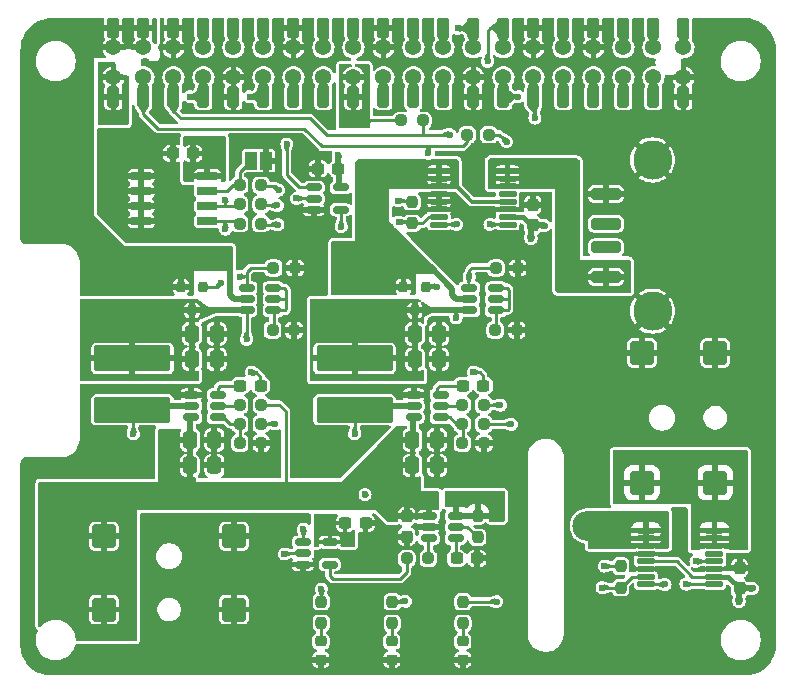
<source format=gtl>
G04 #@! TF.GenerationSoftware,KiCad,Pcbnew,8.0.9-8.0.9-0~ubuntu24.04.1*
G04 #@! TF.CreationDate,2025-06-09T20:21:31+02:00*
G04 #@! TF.ProjectId,rpi_power_warden_hat,7270695f-706f-4776-9572-5f7761726465,rev?*
G04 #@! TF.SameCoordinates,Original*
G04 #@! TF.FileFunction,Copper,L1,Top*
G04 #@! TF.FilePolarity,Positive*
%FSLAX46Y46*%
G04 Gerber Fmt 4.6, Leading zero omitted, Abs format (unit mm)*
G04 Created by KiCad (PCBNEW 8.0.9-8.0.9-0~ubuntu24.04.1) date 2025-06-09 20:21:31*
%MOMM*%
%LPD*%
G01*
G04 APERTURE LIST*
G04 Aperture macros list*
%AMRoundRect*
0 Rectangle with rounded corners*
0 $1 Rounding radius*
0 $2 $3 $4 $5 $6 $7 $8 $9 X,Y pos of 4 corners*
0 Add a 4 corners polygon primitive as box body*
4,1,4,$2,$3,$4,$5,$6,$7,$8,$9,$2,$3,0*
0 Add four circle primitives for the rounded corners*
1,1,$1+$1,$2,$3*
1,1,$1+$1,$4,$5*
1,1,$1+$1,$6,$7*
1,1,$1+$1,$8,$9*
0 Add four rect primitives between the rounded corners*
20,1,$1+$1,$2,$3,$4,$5,0*
20,1,$1+$1,$4,$5,$6,$7,0*
20,1,$1+$1,$6,$7,$8,$9,0*
20,1,$1+$1,$8,$9,$2,$3,0*%
G04 Aperture macros list end*
G04 #@! TA.AperFunction,SMDPad,CuDef*
%ADD10RoundRect,0.237500X0.250000X0.237500X-0.250000X0.237500X-0.250000X-0.237500X0.250000X-0.237500X0*%
G04 #@! TD*
G04 #@! TA.AperFunction,SMDPad,CuDef*
%ADD11RoundRect,0.237500X-0.250000X-0.237500X0.250000X-0.237500X0.250000X0.237500X-0.250000X0.237500X0*%
G04 #@! TD*
G04 #@! TA.AperFunction,SMDPad,CuDef*
%ADD12C,2.500000*%
G04 #@! TD*
G04 #@! TA.AperFunction,SMDPad,CuDef*
%ADD13RoundRect,0.250000X-0.337500X-0.475000X0.337500X-0.475000X0.337500X0.475000X-0.337500X0.475000X0*%
G04 #@! TD*
G04 #@! TA.AperFunction,SMDPad,CuDef*
%ADD14RoundRect,0.237500X-0.237500X0.250000X-0.237500X-0.250000X0.237500X-0.250000X0.237500X0.250000X0*%
G04 #@! TD*
G04 #@! TA.AperFunction,SMDPad,CuDef*
%ADD15RoundRect,0.218750X0.256250X-0.218750X0.256250X0.218750X-0.256250X0.218750X-0.256250X-0.218750X0*%
G04 #@! TD*
G04 #@! TA.AperFunction,SMDPad,CuDef*
%ADD16RoundRect,0.237500X0.237500X-0.250000X0.237500X0.250000X-0.237500X0.250000X-0.237500X-0.250000X0*%
G04 #@! TD*
G04 #@! TA.AperFunction,SMDPad,CuDef*
%ADD17RoundRect,0.188596X3.061404X-0.886404X3.061404X0.886404X-3.061404X0.886404X-3.061404X-0.886404X0*%
G04 #@! TD*
G04 #@! TA.AperFunction,SMDPad,CuDef*
%ADD18RoundRect,0.200000X-0.200000X0.250000X-0.200000X-0.250000X0.200000X-0.250000X0.200000X0.250000X0*%
G04 #@! TD*
G04 #@! TA.AperFunction,SMDPad,CuDef*
%ADD19RoundRect,0.250000X0.750000X-0.750000X0.750000X0.750000X-0.750000X0.750000X-0.750000X-0.750000X0*%
G04 #@! TD*
G04 #@! TA.AperFunction,SMDPad,CuDef*
%ADD20RoundRect,0.150000X-0.512500X-0.150000X0.512500X-0.150000X0.512500X0.150000X-0.512500X0.150000X0*%
G04 #@! TD*
G04 #@! TA.AperFunction,SMDPad,CuDef*
%ADD21RoundRect,0.250000X1.000000X-0.250000X1.000000X0.250000X-1.000000X0.250000X-1.000000X-0.250000X0*%
G04 #@! TD*
G04 #@! TA.AperFunction,ComponentPad*
%ADD22C,3.316000*%
G04 #@! TD*
G04 #@! TA.AperFunction,SMDPad,CuDef*
%ADD23RoundRect,0.237500X-0.300000X-0.237500X0.300000X-0.237500X0.300000X0.237500X-0.300000X0.237500X0*%
G04 #@! TD*
G04 #@! TA.AperFunction,SMDPad,CuDef*
%ADD24R,1.000000X1.500000*%
G04 #@! TD*
G04 #@! TA.AperFunction,ComponentPad*
%ADD25C,1.370000*%
G04 #@! TD*
G04 #@! TA.AperFunction,SMDPad,CuDef*
%ADD26RoundRect,0.150000X0.360000X0.740000X-0.360000X0.740000X-0.360000X-0.740000X0.360000X-0.740000X0*%
G04 #@! TD*
G04 #@! TA.AperFunction,SMDPad,CuDef*
%ADD27RoundRect,0.150000X0.360000X0.705000X-0.360000X0.705000X-0.360000X-0.705000X0.360000X-0.705000X0*%
G04 #@! TD*
G04 #@! TA.AperFunction,SMDPad,CuDef*
%ADD28RoundRect,0.237500X0.237500X-0.300000X0.237500X0.300000X-0.237500X0.300000X-0.237500X-0.300000X0*%
G04 #@! TD*
G04 #@! TA.AperFunction,SMDPad,CuDef*
%ADD29RoundRect,0.150000X0.512500X0.150000X-0.512500X0.150000X-0.512500X-0.150000X0.512500X-0.150000X0*%
G04 #@! TD*
G04 #@! TA.AperFunction,SMDPad,CuDef*
%ADD30RoundRect,0.237500X0.300000X0.237500X-0.300000X0.237500X-0.300000X-0.237500X0.300000X-0.237500X0*%
G04 #@! TD*
G04 #@! TA.AperFunction,SMDPad,CuDef*
%ADD31RoundRect,0.081250X-0.793750X-0.243750X0.793750X-0.243750X0.793750X0.243750X-0.793750X0.243750X0*%
G04 #@! TD*
G04 #@! TA.AperFunction,SMDPad,CuDef*
%ADD32RoundRect,0.237500X-0.237500X0.300000X-0.237500X-0.300000X0.237500X-0.300000X0.237500X0.300000X0*%
G04 #@! TD*
G04 #@! TA.AperFunction,SMDPad,CuDef*
%ADD33RoundRect,0.250000X-0.750000X-0.750000X0.750000X-0.750000X0.750000X0.750000X-0.750000X0.750000X0*%
G04 #@! TD*
G04 #@! TA.AperFunction,SMDPad,CuDef*
%ADD34RoundRect,0.112500X-0.637500X-0.112500X0.637500X-0.112500X0.637500X0.112500X-0.637500X0.112500X0*%
G04 #@! TD*
G04 #@! TA.AperFunction,ViaPad*
%ADD35C,0.600000*%
G04 #@! TD*
G04 #@! TA.AperFunction,Conductor*
%ADD36C,0.500000*%
G04 #@! TD*
G04 #@! TA.AperFunction,Conductor*
%ADD37C,0.254000*%
G04 #@! TD*
G04 #@! TA.AperFunction,Conductor*
%ADD38C,0.400000*%
G04 #@! TD*
G04 #@! TA.AperFunction,Conductor*
%ADD39C,0.170000*%
G04 #@! TD*
G04 #@! TA.AperFunction,Conductor*
%ADD40C,0.200000*%
G04 #@! TD*
G04 #@! TA.AperFunction,Conductor*
%ADD41C,0.300000*%
G04 #@! TD*
G04 APERTURE END LIST*
D10*
X166660780Y-104534121D03*
X164835780Y-104534121D03*
D11*
X159661779Y-78838321D03*
X161486779Y-78838321D03*
D12*
X130619079Y-114059121D03*
D13*
X160611059Y-105889200D03*
X162686059Y-105889200D03*
D14*
X152889279Y-119584021D03*
X152889279Y-121409021D03*
D10*
X147804679Y-87572094D03*
X145979679Y-87572094D03*
D15*
X152863879Y-124509821D03*
X152863879Y-122934821D03*
D16*
X178252079Y-118399621D03*
X178252079Y-116574621D03*
D13*
X160611059Y-108048200D03*
X162686059Y-108048200D03*
D11*
X164835780Y-106159721D03*
X166660780Y-106159721D03*
D10*
X150664579Y-91332921D03*
X148839579Y-91332921D03*
D17*
X136901479Y-103339921D03*
X136901479Y-98989921D03*
D18*
X142901479Y-92922521D03*
X141001479Y-92922521D03*
X141951479Y-94922521D03*
D12*
X155538480Y-95460721D03*
D10*
X169436580Y-96589121D03*
X167611580Y-96589121D03*
D19*
X186245079Y-109514321D03*
X180045079Y-109514321D03*
X186245079Y-98514321D03*
X180045079Y-98514321D03*
D20*
X160716759Y-102072400D03*
X160716759Y-103022400D03*
X160716759Y-103972400D03*
X162986759Y-103972400D03*
X162986759Y-103022400D03*
X162986759Y-102072400D03*
D11*
X160133879Y-115922721D03*
X161958879Y-115922721D03*
D10*
X169511180Y-91332921D03*
X167686180Y-91332921D03*
D13*
X141955379Y-99060521D03*
X144030379Y-99060521D03*
D21*
X176986479Y-92082921D03*
X176986479Y-89582921D03*
X176986479Y-87582921D03*
X176986479Y-85082921D03*
D22*
X180936479Y-94982921D03*
X180936479Y-82182921D03*
D16*
X160574279Y-87550821D03*
X160574279Y-85725821D03*
D20*
X141870158Y-102072400D03*
X141870158Y-103022400D03*
X141870158Y-103972400D03*
X144140158Y-103972400D03*
X144140158Y-103022400D03*
X144140158Y-102072400D03*
X161994400Y-112331121D03*
X161994400Y-113281121D03*
X161994400Y-114231121D03*
X164264400Y-114231121D03*
X164264400Y-113281121D03*
X164264400Y-112331121D03*
D23*
X164885780Y-101282921D03*
X166610780Y-101282921D03*
X146039179Y-101282921D03*
X147764179Y-101282921D03*
D10*
X166660780Y-102908521D03*
X164835780Y-102908521D03*
D23*
X164346900Y-115922721D03*
X166071900Y-115922721D03*
D13*
X141955379Y-96900921D03*
X144030379Y-96900921D03*
D12*
X155690880Y-91066521D03*
X175424679Y-113160721D03*
D15*
X164863879Y-124509821D03*
X164863879Y-122934821D03*
D17*
X155711759Y-103339921D03*
X155711759Y-98989921D03*
D10*
X167086779Y-80038321D03*
X165261779Y-80038321D03*
D24*
X148224279Y-82238321D03*
X146924279Y-82238321D03*
D16*
X166129400Y-114143621D03*
X166129400Y-112318621D03*
D12*
X136844279Y-91066521D03*
D15*
X158863879Y-124509821D03*
X158863879Y-122934821D03*
D25*
X135295599Y-75195001D03*
D26*
X135295599Y-76835001D03*
D27*
X135295599Y-71015001D03*
D25*
X135295599Y-72655001D03*
X137835599Y-75195001D03*
D26*
X137835599Y-76835001D03*
D27*
X137835599Y-71015001D03*
D25*
X137835599Y-72655001D03*
X140375599Y-75195001D03*
D26*
X140375599Y-76835001D03*
D27*
X140375599Y-71015001D03*
D25*
X140375599Y-72655001D03*
X142915599Y-75195001D03*
D26*
X142915599Y-76835001D03*
D27*
X142915599Y-71015001D03*
D25*
X142915599Y-72655001D03*
X145455599Y-75195001D03*
D26*
X145455599Y-76835001D03*
D27*
X145455599Y-71015001D03*
D25*
X145455599Y-72655001D03*
X147995599Y-75195001D03*
D26*
X147995599Y-76835001D03*
D27*
X147995599Y-71015001D03*
D25*
X147995599Y-72655001D03*
X150535599Y-75195001D03*
D26*
X150535599Y-76835001D03*
D27*
X150535599Y-71015001D03*
D25*
X150535599Y-72655001D03*
X153075599Y-75195001D03*
D26*
X153075599Y-76835001D03*
D27*
X153075599Y-71015001D03*
D25*
X153075599Y-72655001D03*
X155615599Y-75195001D03*
D26*
X155615599Y-76835001D03*
D27*
X155615599Y-71015001D03*
D25*
X155615599Y-72655001D03*
X158155599Y-75195001D03*
D26*
X158155599Y-76835001D03*
D27*
X158155599Y-71015001D03*
D25*
X158155599Y-72655001D03*
X160695599Y-75195001D03*
D26*
X160695599Y-76835001D03*
D27*
X160695599Y-71015001D03*
D25*
X160695599Y-72655001D03*
X163235599Y-75195001D03*
D26*
X163235599Y-76835001D03*
D27*
X163235599Y-71015001D03*
D25*
X163235599Y-72655001D03*
X165775599Y-75195001D03*
D26*
X165775599Y-76835001D03*
D27*
X165775599Y-71015001D03*
D25*
X165775599Y-72655001D03*
X168315599Y-75195001D03*
D26*
X168315599Y-76835001D03*
D27*
X168315599Y-71015001D03*
D25*
X168315599Y-72655001D03*
X170855599Y-75195001D03*
D26*
X170855599Y-76835001D03*
D27*
X170855599Y-71015001D03*
D25*
X170855599Y-72655001D03*
X173395599Y-75195001D03*
D26*
X173395599Y-76835001D03*
D27*
X173395599Y-71015001D03*
D25*
X173395599Y-72655001D03*
X175935599Y-75195001D03*
D26*
X175935599Y-76835001D03*
D27*
X175935599Y-71015001D03*
D25*
X175935599Y-72655001D03*
X178475599Y-75195001D03*
D26*
X178475599Y-76835001D03*
D27*
X178475599Y-71015001D03*
D25*
X178475599Y-72655001D03*
X181015599Y-75195001D03*
D26*
X181015599Y-76835001D03*
D27*
X181015599Y-71015001D03*
D25*
X181015599Y-72655001D03*
X183555599Y-75195001D03*
D26*
X183555599Y-76835001D03*
D27*
X183555599Y-71015001D03*
D25*
X183555599Y-72655001D03*
D28*
X170791080Y-87712221D03*
X170791080Y-85987221D03*
D29*
X148836279Y-94923321D03*
X148836279Y-93973321D03*
X148836279Y-93023321D03*
X146566279Y-93023321D03*
X146566279Y-93973321D03*
X146566279Y-94923321D03*
D14*
X164889279Y-119584021D03*
X164889279Y-121409021D03*
D11*
X145989179Y-106159721D03*
X147814179Y-106159721D03*
D14*
X158889279Y-119584021D03*
X158889279Y-121409021D03*
D13*
X160801980Y-99060521D03*
X162876980Y-99060521D03*
X160801980Y-96900921D03*
X162876980Y-96900921D03*
D30*
X156636779Y-112938321D03*
X154911779Y-112938321D03*
D10*
X147814179Y-104534121D03*
X145989179Y-104534121D03*
D30*
X142036779Y-81638321D03*
X140311779Y-81638321D03*
D31*
X137648079Y-83556494D03*
X137648079Y-84826494D03*
X137648079Y-86096494D03*
X137648079Y-87366494D03*
X143248079Y-87366494D03*
X143248079Y-86096494D03*
X143248079Y-84826494D03*
X143248079Y-83556494D03*
D10*
X147804679Y-85946094D03*
X145979679Y-85946094D03*
D32*
X160133879Y-112368621D03*
X160133879Y-114093621D03*
D10*
X147814179Y-102908521D03*
X145989179Y-102908521D03*
X150589979Y-96589121D03*
X148764979Y-96589121D03*
D33*
X134500000Y-120250000D03*
X134500000Y-114050000D03*
X145500000Y-120250000D03*
X145500000Y-114050000D03*
D20*
X152262979Y-84508721D03*
X152262979Y-85458721D03*
X152262979Y-86408721D03*
X154537979Y-86408721D03*
X154537979Y-84508721D03*
D28*
X188303879Y-118449621D03*
X188303879Y-116724621D03*
D13*
X141764458Y-105889200D03*
X143839458Y-105889200D03*
D23*
X152608958Y-82924194D03*
X154333958Y-82924194D03*
D34*
X180373279Y-113562121D03*
X180373279Y-114212121D03*
X180373279Y-114862121D03*
X180373279Y-115512121D03*
X180373279Y-116162121D03*
X180373279Y-116812121D03*
X180373279Y-117462121D03*
X180373279Y-118112121D03*
X186173279Y-118112121D03*
X186173279Y-117462121D03*
X186173279Y-116812121D03*
X186173279Y-116162121D03*
X186173279Y-115512121D03*
X186173279Y-114862121D03*
X186173279Y-114212121D03*
X186173279Y-113562121D03*
D29*
X167682880Y-94923321D03*
X167682880Y-93973321D03*
X167682880Y-93023321D03*
X165412880Y-93023321D03*
X165412880Y-93973321D03*
X165412880Y-94923321D03*
D20*
X151333406Y-114538275D03*
X151333406Y-115488275D03*
X151333406Y-116438275D03*
X153608406Y-116438275D03*
X153608406Y-114538275D03*
D13*
X141764458Y-108048200D03*
X143839458Y-108048200D03*
D12*
X136691879Y-95460721D03*
D34*
X162860480Y-83124721D03*
X162860480Y-83774721D03*
X162860480Y-84424721D03*
X162860480Y-85074721D03*
X162860480Y-85724721D03*
X162860480Y-86374721D03*
X162860480Y-87024721D03*
X162860480Y-87674721D03*
X168660480Y-87674721D03*
X168660480Y-87024721D03*
X168660480Y-86374721D03*
X168660480Y-85724721D03*
X168660480Y-85074721D03*
X168660480Y-84424721D03*
X168660480Y-83774721D03*
X168660480Y-83124721D03*
D10*
X147804679Y-84320094D03*
X145979679Y-84320094D03*
D18*
X161748080Y-92922521D03*
X159848080Y-92922521D03*
X160798080Y-94922521D03*
D35*
X164604279Y-108521921D03*
X150888279Y-92646921D03*
X162242079Y-117208721D03*
X147713279Y-114033721D03*
X146875079Y-107607521D03*
X135274279Y-85438321D03*
X166585479Y-86703321D03*
X148272079Y-80658121D03*
X145706679Y-97980921D03*
X151218479Y-98184121D03*
X142774279Y-122938321D03*
X190817079Y-114948121D03*
X185813279Y-100774921D03*
X164502679Y-100089121D03*
X164502679Y-98006321D03*
X149186479Y-74003321D03*
X147840279Y-107582121D03*
X175274279Y-120438321D03*
X135274279Y-82938321D03*
X190474279Y-110438321D03*
X162191279Y-125133521D03*
X167677679Y-115862521D03*
X145732079Y-100012921D03*
X190474279Y-97938321D03*
X176491479Y-83375921D03*
X157441479Y-125133521D03*
X135274279Y-107938321D03*
X178218679Y-80607321D03*
X180961879Y-92037321D03*
X142861879Y-120231321D03*
X165747279Y-83985521D03*
X178218679Y-83375921D03*
X182841479Y-117437321D03*
X190474279Y-87938321D03*
X130274279Y-107938321D03*
X159498879Y-73952521D03*
X147774279Y-122938321D03*
X190842479Y-117792921D03*
X190274279Y-102938321D03*
X172097279Y-73927121D03*
X190474279Y-82938321D03*
X175881879Y-115989521D03*
X152564679Y-81674121D03*
X162902479Y-89167121D03*
X180758679Y-100800321D03*
X135274279Y-80438321D03*
X172774279Y-102938321D03*
X169455679Y-99200121D03*
X183882879Y-98488921D03*
X171995679Y-86627121D03*
X156679479Y-114287721D03*
X137774279Y-80438321D03*
X182079479Y-98488921D03*
X147738679Y-120256721D03*
X169989079Y-92723121D03*
X190474279Y-92938321D03*
X152336079Y-90919721D03*
X159397279Y-86500121D03*
X151548679Y-87719321D03*
X151320079Y-82918721D03*
X186422879Y-119291521D03*
X140982279Y-87490721D03*
X141744279Y-74003321D03*
X190474279Y-107938321D03*
X184289279Y-80734321D03*
X140982279Y-84772921D03*
X185457679Y-76822721D03*
X180834879Y-85077721D03*
X142912679Y-114033721D03*
X167774279Y-122938321D03*
X190817079Y-116421321D03*
X165747279Y-107632921D03*
X151447079Y-125158921D03*
X156603279Y-110503121D03*
X140982279Y-86195321D03*
X171995679Y-85560321D03*
X171791286Y-87743139D03*
X143374279Y-80638321D03*
X149174279Y-86038321D03*
X168574279Y-80638321D03*
X154974279Y-79038321D03*
X170644978Y-88851921D03*
X149215825Y-87664321D03*
X134574279Y-78638321D03*
X188256871Y-119574104D03*
X136174279Y-78638321D03*
X154342679Y-81775721D03*
X155774279Y-78438321D03*
X156174279Y-79038321D03*
X176847079Y-116573721D03*
X153774279Y-112638321D03*
X135374279Y-78638321D03*
X189403179Y-118465322D03*
X142022585Y-80448087D03*
X153774279Y-113438321D03*
X149282052Y-84730548D03*
X159374279Y-85638321D03*
X155726279Y-105372721D03*
X165774279Y-100142371D03*
X168973079Y-104559521D03*
X164299479Y-95552121D03*
X146974279Y-100138321D03*
X136981079Y-105372721D03*
X149008679Y-104534121D03*
X146570279Y-97371321D03*
X164352378Y-87632121D03*
X161953432Y-81619433D03*
X182003279Y-118123121D03*
X151374279Y-113438321D03*
X141774279Y-76838321D03*
X146836279Y-76838321D03*
X176669279Y-118402521D03*
X149774279Y-115538321D03*
X144774279Y-85538321D03*
X166974279Y-73838321D03*
X170974279Y-78638321D03*
X159430778Y-87438321D03*
X150774279Y-85438321D03*
X164474279Y-71038321D03*
X149974279Y-80838321D03*
X152894879Y-118504121D03*
X138620079Y-93027921D03*
X169574279Y-76838321D03*
X144774279Y-88038321D03*
X167174279Y-87638321D03*
X183755879Y-118097721D03*
X163774279Y-80038321D03*
X162653630Y-92903621D03*
X165417079Y-92068121D03*
X160006879Y-119545521D03*
X157847879Y-92900921D03*
X144399279Y-92588321D03*
X145984142Y-92063157D03*
X154574279Y-87838321D03*
X168058679Y-102933921D03*
X164629679Y-110757121D03*
X167677679Y-111569921D03*
X184619479Y-116167321D03*
X178421879Y-112408121D03*
X167677679Y-110782521D03*
X178421879Y-114617921D03*
X166128279Y-110782521D03*
X180352279Y-112408121D03*
X167740779Y-119584021D03*
X178421879Y-113525721D03*
D36*
X170665186Y-87726338D02*
X171774485Y-87726338D01*
X188277079Y-118448521D02*
X189386378Y-118448521D01*
D37*
X156774279Y-79038321D02*
X156974279Y-78838321D01*
X147912452Y-84412321D02*
X148963825Y-84412321D01*
X178252079Y-116374621D02*
X178252079Y-116574621D01*
X147896906Y-86038321D02*
X147804679Y-85946094D01*
D36*
X170661779Y-87725821D02*
X170661779Y-88835120D01*
X154579490Y-82998346D02*
X154342679Y-82761535D01*
D37*
X147912452Y-87664321D02*
X149215825Y-87664321D01*
X176847979Y-116574621D02*
X176847079Y-116573721D01*
D36*
X188273672Y-118448004D02*
X188273672Y-119557303D01*
D37*
X178252079Y-116574621D02*
X176847979Y-116574621D01*
X186173279Y-117462121D02*
X184288679Y-117462121D01*
D38*
X169974279Y-87038321D02*
X170661779Y-87725821D01*
D36*
X154574279Y-84503028D02*
X154393479Y-84322228D01*
D38*
X187314762Y-117460504D02*
X188303879Y-118449621D01*
D37*
X167974279Y-80038321D02*
X167086779Y-80038321D01*
X159374279Y-85638321D02*
X160517780Y-85638321D01*
X184288679Y-117462121D02*
X182988679Y-116162121D01*
D38*
X168531179Y-87038321D02*
X169974279Y-87038321D01*
X186143072Y-117460504D02*
X187314762Y-117460504D01*
D37*
X156174279Y-79038321D02*
X156774279Y-79038321D01*
X149174279Y-86038321D02*
X147896906Y-86038321D01*
D36*
X154393479Y-84322228D02*
X154393479Y-83354414D01*
X154342679Y-82761535D02*
X154342679Y-81775721D01*
D37*
X160340780Y-86035721D02*
X160439280Y-85937221D01*
X182988679Y-116162121D02*
X180373279Y-116162121D01*
X156974279Y-78838321D02*
X159661779Y-78838321D01*
X168574279Y-80638321D02*
X167974279Y-80038321D01*
X148963825Y-84412321D02*
X149282052Y-84730548D01*
D36*
X141870158Y-103972400D02*
X141795079Y-104047479D01*
D37*
X147814179Y-102908521D02*
X149344479Y-102908521D01*
D36*
X141795079Y-104047479D02*
X141795079Y-105558579D01*
D37*
X149874279Y-103438321D02*
X149874279Y-110038321D01*
D36*
X141795079Y-105558579D02*
X141464458Y-105889200D01*
D37*
X149344479Y-102908521D02*
X149874279Y-103438321D01*
X160311059Y-104078100D02*
X160416759Y-103972400D01*
D36*
X160641879Y-105973071D02*
X160641879Y-104161971D01*
X160568637Y-103035521D02*
X155917479Y-103035521D01*
D37*
X166585479Y-101336171D02*
X166585479Y-100438321D01*
X166289529Y-100142371D02*
X166585479Y-100438321D01*
X155714279Y-105360721D02*
X155714279Y-103441921D01*
X165774279Y-100142371D02*
X166289529Y-100142371D01*
X162686759Y-102072400D02*
X162686759Y-101524041D01*
X162686759Y-101524041D02*
X162927879Y-101282921D01*
X162927879Y-101282921D02*
X164585780Y-101282921D01*
D36*
X164349479Y-94907521D02*
X161255479Y-94907521D01*
D37*
X168973079Y-104559521D02*
X166382279Y-104559521D01*
D36*
X165569479Y-94907521D02*
X164349479Y-94907521D01*
D37*
X164299479Y-95552121D02*
X164299479Y-94958321D01*
X144140158Y-102072400D02*
X144140158Y-101498442D01*
X144330279Y-101308321D02*
X146013779Y-101308321D01*
X144140158Y-101498442D02*
X144330279Y-101308321D01*
X146013779Y-101308321D02*
X146039179Y-101282921D01*
X136919000Y-103022400D02*
X136601479Y-103339921D01*
X147738679Y-101282921D02*
X147738679Y-100538321D01*
D36*
X141570158Y-103022400D02*
X136919000Y-103022400D01*
D37*
X147338679Y-100138321D02*
X147738679Y-100538321D01*
X136969079Y-105360721D02*
X136969079Y-103441921D01*
X146974279Y-100138321D02*
X147338679Y-100138321D01*
X146570279Y-97371321D02*
X146570279Y-95075721D01*
X147514179Y-104534121D02*
X149008679Y-104534121D01*
D36*
X145046279Y-94923321D02*
X141952279Y-94923321D01*
D37*
X149008679Y-104534121D02*
X148983279Y-104559521D01*
D36*
X141952279Y-94923321D02*
X141951479Y-94922521D01*
X146266279Y-94923321D02*
X145046279Y-94923321D01*
D39*
X164264400Y-115840221D02*
X164346900Y-115922721D01*
D37*
X164264400Y-114231121D02*
X164264400Y-115840221D01*
X158863879Y-121434421D02*
X158889279Y-121409021D01*
X158863879Y-122934821D02*
X158863879Y-121434421D01*
X152863879Y-121434421D02*
X152889279Y-121409021D01*
X152863879Y-122934821D02*
X152863879Y-121434421D01*
X164863879Y-122934821D02*
X164863879Y-121434421D01*
X164863879Y-121434421D02*
X164889279Y-121409021D01*
D36*
X173395599Y-75195001D02*
X173395599Y-76835001D01*
D37*
X161974279Y-81598586D02*
X161953432Y-81619433D01*
X164857017Y-81038321D02*
X165015648Y-80879690D01*
X165261779Y-80633559D02*
X165261779Y-80038321D01*
X152945252Y-81038321D02*
X151429252Y-79522321D01*
X161974279Y-81038321D02*
X164857017Y-81038321D01*
X157974279Y-81038321D02*
X152945252Y-81038321D01*
X162802379Y-87638321D02*
X164346178Y-87638321D01*
X180373279Y-118112121D02*
X181992279Y-118112121D01*
X165015648Y-80879690D02*
X165261779Y-80633559D01*
X139058279Y-79522321D02*
X137835599Y-78299641D01*
X151429252Y-79522321D02*
X139058279Y-79522321D01*
X157974279Y-81038321D02*
X161974279Y-81038321D01*
X181992279Y-118112121D02*
X182003279Y-118123121D01*
X161974279Y-81038321D02*
X161974279Y-81598586D01*
X137835599Y-78299641D02*
X137835599Y-76835001D01*
D36*
X137835599Y-75195001D02*
X137835599Y-76835001D01*
D37*
X163410479Y-87668521D02*
X163404279Y-87674721D01*
D36*
X175932679Y-75197121D02*
X175932679Y-76837121D01*
X153098079Y-72657121D02*
X153098079Y-71017121D01*
X147992679Y-72657121D02*
X147992679Y-71017121D01*
X142915599Y-75195001D02*
X142915599Y-76835001D01*
D37*
X151374279Y-114538321D02*
X151374279Y-113438321D01*
X141774279Y-76838321D02*
X142912279Y-76838321D01*
X142912279Y-76838321D02*
X142915599Y-76835001D01*
X178308379Y-118402521D02*
X176669279Y-118402521D01*
X151333406Y-115488275D02*
X149824325Y-115488275D01*
X149824325Y-115488275D02*
X149774279Y-115538321D01*
X180373279Y-117462121D02*
X179189579Y-117462121D01*
X146836279Y-76838321D02*
X147974279Y-76838321D01*
X179189579Y-117462121D02*
X178413379Y-118238321D01*
D36*
X147995599Y-75195001D02*
X147995599Y-76835001D01*
X163232679Y-72707921D02*
X163232679Y-71067921D01*
D37*
X143248079Y-86096494D02*
X145174279Y-86096494D01*
X144774279Y-86096494D02*
X145174279Y-86096494D01*
X145916106Y-86096494D02*
X146066506Y-85946094D01*
X144774279Y-86096494D02*
X144774279Y-85738321D01*
X167206516Y-71006084D02*
X168306682Y-71006084D01*
D36*
X168315599Y-72655001D02*
X168315599Y-71015001D01*
D37*
X145174279Y-86096494D02*
X145916106Y-86096494D01*
X166974279Y-71238321D02*
X167206516Y-71006084D01*
X166974279Y-73838321D02*
X166974279Y-71238321D01*
X168306682Y-71006084D02*
X168315599Y-71015001D01*
D36*
X142912679Y-72682521D02*
X142912679Y-71042521D01*
D37*
X159430778Y-87438321D02*
X160574279Y-87438321D01*
X161976079Y-87024721D02*
X161438579Y-87562221D01*
X150774279Y-85438321D02*
X152377539Y-85438321D01*
D36*
X170855599Y-75195001D02*
X170855599Y-76835001D01*
D37*
X170974279Y-78638321D02*
X170974279Y-76953681D01*
X162860480Y-87024721D02*
X161976079Y-87024721D01*
X161438579Y-87562221D02*
X160939280Y-87562221D01*
X170974279Y-76953681D02*
X170855599Y-76835001D01*
D36*
X155612679Y-72707921D02*
X155612679Y-71067921D01*
D37*
X164474279Y-71038321D02*
X165752279Y-71038321D01*
X151044679Y-84508721D02*
X152262979Y-84508721D01*
X149974279Y-80838321D02*
X149974279Y-83438321D01*
X165752279Y-71038321D02*
X165775599Y-71015001D01*
X149974279Y-83438321D02*
X151044679Y-84508721D01*
D36*
X165775599Y-72655001D02*
X165775599Y-71015001D01*
X178498079Y-72682521D02*
X178498079Y-71042521D01*
X178472679Y-75197121D02*
X178472679Y-76837121D01*
X150558079Y-75197121D02*
X150558079Y-76837121D01*
X146266279Y-93973321D02*
X145509279Y-93973321D01*
X145192978Y-93657020D02*
X145192978Y-90595222D01*
D37*
X152889279Y-118509721D02*
X152889279Y-119584021D01*
D36*
X145509279Y-93973321D02*
X145192978Y-93657020D01*
D37*
X152894879Y-118504121D02*
X152889279Y-118509721D01*
X145374279Y-87366494D02*
X144774279Y-87366494D01*
X144774279Y-87366494D02*
X144774279Y-88038321D01*
X146108052Y-87572094D02*
X145902452Y-87366494D01*
X145902452Y-87366494D02*
X145374279Y-87366494D01*
X169570959Y-76835001D02*
X168315599Y-76835001D01*
X143248079Y-87366494D02*
X145374279Y-87366494D01*
D36*
X168315599Y-75195001D02*
X168315599Y-76835001D01*
D37*
X169574279Y-76838321D02*
X169570959Y-76835001D01*
D36*
X158152679Y-75197121D02*
X158152679Y-76837121D01*
X181012679Y-75197121D02*
X181012679Y-76837121D01*
X183578079Y-72682521D02*
X183578079Y-71042521D01*
X181012679Y-72657121D02*
X181012679Y-71017121D01*
X145427279Y-72657121D02*
X145427279Y-71017121D01*
D37*
X151975599Y-78639641D02*
X153374279Y-80038321D01*
X183755879Y-118097721D02*
X183770279Y-118112121D01*
X161486779Y-79950821D02*
X161574279Y-80038321D01*
X161486779Y-78838321D02*
X161486779Y-79950821D01*
X140975599Y-78639641D02*
X151975599Y-78639641D01*
X153374279Y-80038321D02*
X161574279Y-80038321D01*
X140375599Y-76835001D02*
X140375599Y-78039641D01*
D36*
X140375599Y-75195001D02*
X140375599Y-76835001D01*
D37*
X168574279Y-87638321D02*
X167174279Y-87638321D01*
X140375599Y-78039641D02*
X140975599Y-78639641D01*
X183770279Y-118112121D02*
X186173279Y-118112121D01*
X161574279Y-80038321D02*
X163774279Y-80038321D01*
D36*
X163258079Y-75197121D02*
X163258079Y-76837121D01*
X160718079Y-72707921D02*
X160718079Y-71067921D01*
X153072679Y-75222521D02*
X153072679Y-76862521D01*
X160692679Y-75197121D02*
X160692679Y-76837121D01*
X173392679Y-72657121D02*
X173392679Y-71017121D01*
D37*
X161706079Y-92903621D02*
X162653630Y-92903621D01*
X165638879Y-91310221D02*
X165417079Y-91532021D01*
X165417079Y-91532021D02*
X165417079Y-92040021D01*
D40*
X165417079Y-92068121D02*
X165417079Y-93027921D01*
D37*
X167386379Y-91310221D02*
X165638879Y-91310221D01*
D36*
X165518679Y-93942321D02*
X164278879Y-93942321D01*
D41*
X168660480Y-85724721D02*
X165660679Y-85724721D01*
D36*
X164278879Y-93942321D02*
X163943079Y-93606521D01*
D37*
X160006879Y-119545521D02*
X159968379Y-119584021D01*
D36*
X163943079Y-93606521D02*
X163943079Y-93077921D01*
D41*
X165660679Y-85724721D02*
X164174279Y-84238321D01*
D36*
X163943079Y-93077921D02*
X162059583Y-91194425D01*
X162059583Y-91194425D02*
X161122775Y-91194425D01*
D37*
X159968379Y-119584021D02*
X158889279Y-119584021D01*
X146566279Y-92038321D02*
X146566279Y-91686011D01*
X146566279Y-91686011D02*
X146919369Y-91332921D01*
X146566279Y-93023321D02*
X146566279Y-92038321D01*
X146919369Y-91332921D02*
X148539579Y-91332921D01*
D40*
X145984142Y-92063157D02*
X146008978Y-92038321D01*
D37*
X144061279Y-92926321D02*
X142859279Y-92926321D01*
D40*
X146265479Y-93022521D02*
X146266279Y-93023321D01*
D37*
X144399279Y-92588321D02*
X144061279Y-92926321D01*
D40*
X146008978Y-92038321D02*
X146566279Y-92038321D01*
D37*
X154574279Y-86369821D02*
X154574279Y-87838321D01*
X166382279Y-102933921D02*
X168058679Y-102933921D01*
X162686759Y-103022400D02*
X164421901Y-103022400D01*
X164421901Y-103022400D02*
X164535780Y-102908521D01*
X162686759Y-103972400D02*
X163763158Y-103972400D01*
X164858279Y-106185121D02*
X164858279Y-104556620D01*
X164324879Y-104534121D02*
X164535780Y-104534121D01*
X163763158Y-103972400D02*
X164324879Y-104534121D01*
X164858279Y-104556620D02*
X164835780Y-104534121D01*
X168628079Y-93007521D02*
X167398279Y-93007521D01*
X167682880Y-96317821D02*
X167411580Y-96589121D01*
X168667679Y-94907521D02*
X168785079Y-94790121D01*
X167398279Y-93957521D02*
X168754079Y-93957521D01*
X168785079Y-93926521D02*
X168785079Y-93164521D01*
X167398279Y-94907521D02*
X168667679Y-94907521D01*
X167682880Y-94923321D02*
X167682880Y-96317821D01*
X168785079Y-94790121D02*
X168785079Y-93926521D01*
X168785079Y-93164521D02*
X168628079Y-93007521D01*
X145575300Y-103022400D02*
X145689179Y-102908521D01*
X143840158Y-103022400D02*
X145575300Y-103022400D01*
X146011479Y-104534121D02*
X146011479Y-105837421D01*
X143840158Y-103972400D02*
X144560758Y-103972400D01*
X145122479Y-104534121D02*
X146011479Y-104534121D01*
X146011479Y-105837421D02*
X145689179Y-106159721D01*
X144560758Y-103972400D02*
X145122479Y-104534121D01*
X149766079Y-93023321D02*
X148536279Y-93023321D01*
X149892079Y-93973321D02*
X149923079Y-93942321D01*
X149805679Y-94923321D02*
X148856279Y-94923321D01*
X149923079Y-94805921D02*
X149805679Y-94923321D01*
X149923079Y-93942321D02*
X149923079Y-94805921D01*
X148536279Y-93973321D02*
X149892079Y-93973321D01*
X148856279Y-96297821D02*
X148564979Y-96589121D01*
X148856279Y-94923321D02*
X148856279Y-96297821D01*
X149923079Y-93180321D02*
X149766079Y-93023321D01*
X149923079Y-93942321D02*
X149923079Y-93180321D01*
X161958879Y-114266642D02*
X161994400Y-114231121D01*
X161958879Y-115922721D02*
X161958879Y-114266642D01*
X160133879Y-117078721D02*
X160133879Y-115922721D01*
X153874279Y-117638321D02*
X159574279Y-117638321D01*
X153608406Y-116438275D02*
X153608406Y-117372448D01*
X159574279Y-117638321D02*
X160133879Y-117078721D01*
X153608406Y-117372448D02*
X153874279Y-117638321D01*
X164264400Y-113281121D02*
X165266900Y-113281121D01*
X165266900Y-113281121D02*
X166129400Y-114143621D01*
X167740779Y-119584021D02*
X164889279Y-119584021D01*
X184599279Y-116162121D02*
X184594079Y-116167321D01*
X186173279Y-116162121D02*
X184599279Y-116162121D01*
X143374279Y-84838321D02*
X144912306Y-84838321D01*
X146979679Y-81926521D02*
X147281479Y-81624721D01*
X144912306Y-84838321D02*
X145418706Y-84331921D01*
X145979679Y-84320094D02*
X145979679Y-83182921D01*
X145418706Y-84331921D02*
X145755879Y-84331921D01*
X145979679Y-83182921D02*
X146924279Y-82238321D01*
G04 #@! TA.AperFunction,Conductor*
G36*
X154245438Y-112158006D02*
G01*
X154291193Y-112210810D01*
X154301137Y-112279968D01*
X154272112Y-112343524D01*
X154266080Y-112350002D01*
X154263522Y-112352559D01*
X154179511Y-112464783D01*
X154130520Y-112596133D01*
X154124279Y-112654174D01*
X154124279Y-112788321D01*
X154787779Y-112788321D01*
X154854818Y-112808006D01*
X154900573Y-112860810D01*
X154911779Y-112912321D01*
X154911779Y-112938321D01*
X154937779Y-112938321D01*
X155004818Y-112958006D01*
X155050573Y-113010810D01*
X155061779Y-113062321D01*
X155061779Y-113663321D01*
X155258409Y-113663321D01*
X155258425Y-113663320D01*
X155316466Y-113657079D01*
X155447816Y-113608088D01*
X155560040Y-113524077D01*
X155562598Y-113521520D01*
X155565771Y-113519786D01*
X155567137Y-113518765D01*
X155567283Y-113518961D01*
X155623921Y-113488035D01*
X155693613Y-113493019D01*
X155749546Y-113534891D01*
X155773963Y-113600355D01*
X155774279Y-113609201D01*
X155774279Y-114814321D01*
X155754594Y-114881360D01*
X155701790Y-114927115D01*
X155650279Y-114938321D01*
X154631475Y-114938321D01*
X154564436Y-114918636D01*
X154518681Y-114865832D01*
X154508737Y-114796674D01*
X154509002Y-114794924D01*
X154520906Y-114719762D01*
X154520906Y-114688275D01*
X152695907Y-114688275D01*
X152695907Y-114719753D01*
X152707812Y-114794924D01*
X152698856Y-114864218D01*
X152653859Y-114917669D01*
X152587107Y-114938308D01*
X152585338Y-114938321D01*
X152367855Y-114938321D01*
X152300816Y-114918636D01*
X152255061Y-114865832D01*
X152243855Y-114814321D01*
X152243855Y-114745656D01*
X152245382Y-114726258D01*
X152246406Y-114719794D01*
X152246405Y-114356788D01*
X152695906Y-114356788D01*
X152695906Y-114388275D01*
X153458406Y-114388275D01*
X153758406Y-114388275D01*
X154520905Y-114388275D01*
X154520905Y-114356795D01*
X154506070Y-114263125D01*
X154506068Y-114263119D01*
X154448549Y-114150233D01*
X154448542Y-114150224D01*
X154358956Y-114060638D01*
X154358952Y-114060635D01*
X154246050Y-114003108D01*
X154152392Y-113988275D01*
X153758406Y-113988275D01*
X153758406Y-114388275D01*
X153458406Y-114388275D01*
X153458406Y-113988275D01*
X153064426Y-113988275D01*
X152970756Y-114003110D01*
X152970750Y-114003112D01*
X152857864Y-114060631D01*
X152857855Y-114060638D01*
X152768269Y-114150224D01*
X152768266Y-114150228D01*
X152710739Y-114263130D01*
X152695906Y-114356788D01*
X152246405Y-114356788D01*
X152246405Y-114356757D01*
X152245381Y-114350290D01*
X152243855Y-114330895D01*
X152243855Y-113222467D01*
X154124279Y-113222467D01*
X154130520Y-113280508D01*
X154179511Y-113411858D01*
X154263520Y-113524079D01*
X154375741Y-113608088D01*
X154507091Y-113657079D01*
X154565132Y-113663320D01*
X154565149Y-113663321D01*
X154761779Y-113663321D01*
X154761779Y-113088321D01*
X154124279Y-113088321D01*
X154124279Y-113222467D01*
X152243855Y-113222467D01*
X152243855Y-112262321D01*
X152263540Y-112195282D01*
X152316344Y-112149527D01*
X152367855Y-112138321D01*
X154178399Y-112138321D01*
X154245438Y-112158006D01*
G37*
G04 #@! TD.AperFunction*
G04 #@! TA.AperFunction,Conductor*
G36*
X168357318Y-110202006D02*
G01*
X168403073Y-110254810D01*
X168414279Y-110306321D01*
X168414279Y-112699921D01*
X168394594Y-112766960D01*
X168341790Y-112812715D01*
X168290279Y-112823921D01*
X167220652Y-112823921D01*
X167153613Y-112804236D01*
X167107858Y-112751432D01*
X167097294Y-112687317D01*
X167104399Y-112617772D01*
X167104400Y-112617762D01*
X167104400Y-112568621D01*
X165537098Y-112568621D01*
X165519396Y-112578287D01*
X165493038Y-112581121D01*
X164388400Y-112581121D01*
X164321361Y-112561436D01*
X164275606Y-112508632D01*
X164264400Y-112457121D01*
X164264400Y-112331121D01*
X164138400Y-112331121D01*
X164071361Y-112311436D01*
X164025606Y-112258632D01*
X164014400Y-112207121D01*
X164014400Y-111531121D01*
X164514400Y-111531121D01*
X164514400Y-112081121D01*
X165044202Y-112081121D01*
X165061904Y-112071455D01*
X165088262Y-112068621D01*
X165879400Y-112068621D01*
X166379400Y-112068621D01*
X167104399Y-112068621D01*
X167104399Y-112019481D01*
X167104398Y-112019466D01*
X167094080Y-111918468D01*
X167039853Y-111754820D01*
X167039848Y-111754809D01*
X166949347Y-111608086D01*
X166949344Y-111608082D01*
X166827438Y-111486176D01*
X166827434Y-111486173D01*
X166680711Y-111395672D01*
X166680700Y-111395667D01*
X166517052Y-111341440D01*
X166416054Y-111331121D01*
X166379400Y-111331121D01*
X166379400Y-112068621D01*
X165879400Y-112068621D01*
X165879400Y-111331121D01*
X165842761Y-111331121D01*
X165842743Y-111331122D01*
X165741747Y-111341440D01*
X165578099Y-111395667D01*
X165578088Y-111395672D01*
X165431365Y-111486173D01*
X165431361Y-111486176D01*
X165309452Y-111608085D01*
X165305054Y-111613647D01*
X165248029Y-111654018D01*
X165178229Y-111657151D01*
X165144674Y-111643459D01*
X165037096Y-111579838D01*
X165037093Y-111579837D01*
X164879395Y-111534021D01*
X164879389Y-111534020D01*
X164842549Y-111531121D01*
X164514400Y-111531121D01*
X164014400Y-111531121D01*
X163686250Y-111531121D01*
X163649410Y-111534020D01*
X163543673Y-111564740D01*
X163473804Y-111564540D01*
X163415134Y-111526597D01*
X163386291Y-111462959D01*
X163385079Y-111445663D01*
X163385079Y-110306321D01*
X163404764Y-110239282D01*
X163457568Y-110193527D01*
X163509079Y-110182321D01*
X168290279Y-110182321D01*
X168357318Y-110202006D01*
G37*
G04 #@! TD.AperFunction*
G04 #@! TA.AperFunction,Conductor*
G36*
X164399874Y-82122599D02*
G01*
X164420815Y-82139345D01*
X164497741Y-82215889D01*
X164531379Y-82277128D01*
X164534279Y-82303788D01*
X164534279Y-84444559D01*
X164514594Y-84511598D01*
X164497960Y-84532240D01*
X164420598Y-84609602D01*
X164359275Y-84643087D01*
X164332917Y-84645921D01*
X163697523Y-84645921D01*
X163659487Y-84637121D01*
X163602991Y-84609501D01*
X163585349Y-84606931D01*
X163532429Y-84599221D01*
X163532423Y-84599221D01*
X162188529Y-84599221D01*
X162117972Y-84609500D01*
X162061474Y-84637121D01*
X162023438Y-84645921D01*
X158623703Y-84645921D01*
X158623646Y-84795919D01*
X158623645Y-84795921D01*
X158623645Y-84795922D01*
X158622739Y-87181357D01*
X158622739Y-87181359D01*
X158622683Y-87331358D01*
X158727722Y-87438439D01*
X158727721Y-87438439D01*
X158896518Y-87610516D01*
X158922558Y-87649896D01*
X158932826Y-87674684D01*
X158949917Y-87715946D01*
X159038157Y-87830942D01*
X159153153Y-87919182D01*
X159207522Y-87941702D01*
X159248588Y-87969428D01*
X160297102Y-89038321D01*
X162872604Y-91663879D01*
X162905497Y-91725521D01*
X162899842Y-91795162D01*
X162857435Y-91850690D01*
X162791738Y-91874475D01*
X162784083Y-91874712D01*
X160889479Y-91874712D01*
X160889479Y-92024711D01*
X160889479Y-93416620D01*
X160869794Y-93483659D01*
X160853145Y-93504315D01*
X160775814Y-93581612D01*
X160714486Y-93615082D01*
X160688104Y-93617909D01*
X160524279Y-93617838D01*
X160457251Y-93598125D01*
X160411519Y-93545302D01*
X160401606Y-93476139D01*
X160424566Y-93420205D01*
X160450426Y-93385165D01*
X160495229Y-93257125D01*
X160495229Y-93257121D01*
X160498080Y-93226727D01*
X160498080Y-93172521D01*
X159198081Y-93172521D01*
X159198081Y-93226717D01*
X159200931Y-93257127D01*
X159245733Y-93385166D01*
X159271157Y-93419613D01*
X159295129Y-93485242D01*
X159279814Y-93553412D01*
X159230075Y-93602481D01*
X159171334Y-93617248D01*
X153875751Y-93614941D01*
X153808720Y-93595227D01*
X153788043Y-93578541D01*
X153710877Y-93501232D01*
X153677448Y-93439878D01*
X153674639Y-93413455D01*
X153675775Y-92618314D01*
X159198080Y-92618314D01*
X159198080Y-92672521D01*
X159598080Y-92672521D01*
X160098080Y-92672521D01*
X160498079Y-92672521D01*
X160498079Y-92618324D01*
X160495228Y-92587914D01*
X160450426Y-92459875D01*
X160369872Y-92350728D01*
X160260725Y-92270174D01*
X160132682Y-92225371D01*
X160102287Y-92222521D01*
X160098080Y-92222521D01*
X160098080Y-92672521D01*
X159598080Y-92672521D01*
X159598080Y-92222521D01*
X159593876Y-92222522D01*
X159593854Y-92222523D01*
X159563479Y-92225371D01*
X159563474Y-92225372D01*
X159435434Y-92270174D01*
X159326287Y-92350728D01*
X159245733Y-92459875D01*
X159200930Y-92587916D01*
X159200930Y-92587920D01*
X159198080Y-92618314D01*
X153675775Y-92618314D01*
X153680603Y-89239629D01*
X153700383Y-89172621D01*
X153716985Y-89152065D01*
X153794584Y-89074577D01*
X153855931Y-89041136D01*
X153882202Y-89038321D01*
X155620321Y-89038321D01*
X155770321Y-89038321D01*
X155773099Y-84199720D01*
X161874478Y-84199720D01*
X161874478Y-84199721D01*
X162635480Y-84199721D01*
X163085480Y-84199721D01*
X163846480Y-84199721D01*
X163824217Y-84154183D01*
X163812457Y-84085310D01*
X163824217Y-84045259D01*
X163846480Y-83999721D01*
X163085480Y-83999721D01*
X163085480Y-84199721D01*
X162635480Y-84199721D01*
X162635480Y-83999721D01*
X161874478Y-83999721D01*
X161896741Y-84045261D01*
X161908501Y-84114134D01*
X161896741Y-84154181D01*
X161874478Y-84199720D01*
X155773099Y-84199720D01*
X155773472Y-83549720D01*
X161874478Y-83549720D01*
X161874478Y-83549721D01*
X162635480Y-83549721D01*
X163085480Y-83549721D01*
X163846480Y-83549721D01*
X163824217Y-83504183D01*
X163812457Y-83435310D01*
X163824217Y-83395259D01*
X163846480Y-83349721D01*
X163085480Y-83349721D01*
X163085480Y-83549721D01*
X162635480Y-83549721D01*
X162635480Y-83349721D01*
X161874478Y-83349721D01*
X161896741Y-83395261D01*
X161908501Y-83464134D01*
X161896741Y-83504181D01*
X161874478Y-83549720D01*
X155773472Y-83549720D01*
X155773845Y-82899721D01*
X161874479Y-82899721D01*
X162635480Y-82899721D01*
X163085480Y-82899721D01*
X163846481Y-82899721D01*
X163797078Y-82798666D01*
X163711534Y-82713122D01*
X163602846Y-82659987D01*
X163532375Y-82649721D01*
X163085480Y-82649721D01*
X163085480Y-82899721D01*
X162635480Y-82899721D01*
X162635480Y-82649721D01*
X162188577Y-82649721D01*
X162118118Y-82659986D01*
X162009424Y-82713123D01*
X161923881Y-82798666D01*
X161874479Y-82899721D01*
X155773845Y-82899721D01*
X155774162Y-82347057D01*
X155793885Y-82280032D01*
X155810283Y-82259648D01*
X155888180Y-82181407D01*
X155949429Y-82147787D01*
X155975435Y-82144897D01*
X160154278Y-82124072D01*
X161689460Y-82116421D01*
X161737522Y-82125857D01*
X161809723Y-82155763D01*
X161936712Y-82172481D01*
X161953431Y-82174683D01*
X161953432Y-82174683D01*
X161953433Y-82174683D01*
X161989359Y-82169953D01*
X162097141Y-82155763D01*
X162175759Y-82123198D01*
X162222577Y-82113765D01*
X164332739Y-82103249D01*
X164399874Y-82122599D01*
G37*
G04 #@! TD.AperFunction*
G04 #@! TA.AperFunction,Conductor*
G36*
X182276518Y-111919806D02*
G01*
X182322273Y-111972610D01*
X182333479Y-112024121D01*
X182333479Y-114966028D01*
X182313794Y-115033067D01*
X182260990Y-115078822D01*
X182209479Y-115090028D01*
X181680068Y-115090028D01*
X181670168Y-115087121D01*
X181226747Y-115087121D01*
X181172286Y-115074521D01*
X181115790Y-115046901D01*
X181098148Y-115044331D01*
X181045228Y-115036621D01*
X181045222Y-115036621D01*
X179701328Y-115036621D01*
X179630771Y-115046900D01*
X179574273Y-115074521D01*
X179519812Y-115087121D01*
X179082661Y-115087121D01*
X179066490Y-115090028D01*
X175574079Y-115090028D01*
X175507040Y-115070343D01*
X175461285Y-115017539D01*
X175450079Y-114966028D01*
X175450079Y-114637120D01*
X179130637Y-114637120D01*
X179130638Y-114637121D01*
X180148279Y-114637121D01*
X180598279Y-114637121D01*
X181615919Y-114637121D01*
X181615919Y-114637120D01*
X181596918Y-114571717D01*
X181596918Y-114502525D01*
X181615919Y-114437121D01*
X180598279Y-114437121D01*
X180598279Y-114637121D01*
X180148279Y-114637121D01*
X180148279Y-114437121D01*
X179130638Y-114437121D01*
X179149639Y-114502528D01*
X179149639Y-114571714D01*
X179130637Y-114637120D01*
X175450079Y-114637120D01*
X175450079Y-113987120D01*
X179130637Y-113987120D01*
X179130638Y-113987121D01*
X180148279Y-113987121D01*
X180598279Y-113987121D01*
X181615919Y-113987121D01*
X181615919Y-113987120D01*
X181596918Y-113921717D01*
X181596918Y-113852525D01*
X181615919Y-113787121D01*
X180598279Y-113787121D01*
X180598279Y-113987121D01*
X180148279Y-113987121D01*
X180148279Y-113787121D01*
X179130638Y-113787121D01*
X179149639Y-113852528D01*
X179149639Y-113921714D01*
X179130637Y-113987120D01*
X175450079Y-113987120D01*
X175450079Y-113337119D01*
X179130637Y-113337119D01*
X179130639Y-113337121D01*
X180148279Y-113337121D01*
X180598279Y-113337121D01*
X181615919Y-113337121D01*
X181615920Y-113337119D01*
X181577372Y-113204439D01*
X181577371Y-113204436D01*
X181498596Y-113071235D01*
X181498590Y-113071226D01*
X181389173Y-112961809D01*
X181389164Y-112961803D01*
X181255963Y-112883028D01*
X181255960Y-112883027D01*
X181107363Y-112839855D01*
X181107352Y-112839853D01*
X181072638Y-112837121D01*
X180598279Y-112837121D01*
X180598279Y-113337121D01*
X180148279Y-113337121D01*
X180148279Y-112837121D01*
X179673937Y-112837121D01*
X179673915Y-112837122D01*
X179639200Y-112839854D01*
X179490597Y-112883027D01*
X179490594Y-112883028D01*
X179357393Y-112961803D01*
X179357384Y-112961809D01*
X179247967Y-113071226D01*
X179247961Y-113071235D01*
X179169186Y-113204436D01*
X179169185Y-113204439D01*
X179130637Y-113337119D01*
X175450079Y-113337119D01*
X175450079Y-112024121D01*
X175469764Y-111957082D01*
X175522568Y-111911327D01*
X175574079Y-111900121D01*
X182209479Y-111900121D01*
X182276518Y-111919806D01*
G37*
G04 #@! TD.AperFunction*
G04 #@! TA.AperFunction,Conductor*
G36*
X141599144Y-93918190D02*
G01*
X141640093Y-93924098D01*
X141684224Y-93924118D01*
X141949004Y-93924244D01*
X141949004Y-93924243D01*
X141949010Y-93924244D01*
X141988840Y-93919975D01*
X142006690Y-93918063D01*
X142006704Y-93918198D01*
X142022596Y-93916921D01*
X142258704Y-93916921D01*
X142325743Y-93936606D01*
X142327926Y-93938041D01*
X143466399Y-94704321D01*
X143931679Y-94704321D01*
X143998718Y-94724006D01*
X144044473Y-94776810D01*
X144055679Y-94828321D01*
X144055679Y-95028296D01*
X144035994Y-95095335D01*
X143983190Y-95141090D01*
X143979682Y-95142628D01*
X142557079Y-95739911D01*
X142557079Y-95812664D01*
X142537394Y-95879703D01*
X142484590Y-95925458D01*
X142415432Y-95935402D01*
X142404571Y-95933342D01*
X142400258Y-95932323D01*
X142340723Y-95925921D01*
X142205379Y-95925921D01*
X142205379Y-97875921D01*
X142222498Y-97893040D01*
X142255983Y-97954363D01*
X142250999Y-98024055D01*
X142222498Y-98068402D01*
X142205379Y-98085521D01*
X142205379Y-100035521D01*
X142340707Y-100035521D01*
X142340723Y-100035520D01*
X142400250Y-100029119D01*
X142404561Y-100028101D01*
X142474331Y-100031840D01*
X142531003Y-100072706D01*
X142556585Y-100137724D01*
X142557079Y-100148777D01*
X142557079Y-100803321D01*
X142537394Y-100870360D01*
X142484590Y-100916115D01*
X142433079Y-100927321D01*
X132545099Y-100927321D01*
X132478060Y-100907636D01*
X132432305Y-100854832D01*
X132421099Y-100803321D01*
X132421099Y-99929145D01*
X133401480Y-99929145D01*
X133404259Y-99958789D01*
X133404259Y-99958791D01*
X133447925Y-100083580D01*
X133526438Y-100189961D01*
X133632819Y-100268474D01*
X133757612Y-100312142D01*
X133787244Y-100314920D01*
X136651478Y-100314920D01*
X137151479Y-100314920D01*
X140015703Y-100314920D01*
X140045347Y-100312140D01*
X140045349Y-100312140D01*
X140170138Y-100268474D01*
X140276519Y-100189961D01*
X140355032Y-100083580D01*
X140398700Y-99958788D01*
X140398700Y-99958786D01*
X140401479Y-99929155D01*
X140401479Y-99583365D01*
X141117879Y-99583365D01*
X141124280Y-99642893D01*
X141124282Y-99642900D01*
X141174524Y-99777607D01*
X141174528Y-99777614D01*
X141260688Y-99892708D01*
X141260691Y-99892711D01*
X141375785Y-99978871D01*
X141375792Y-99978875D01*
X141510499Y-100029117D01*
X141510506Y-100029119D01*
X141570034Y-100035520D01*
X141570051Y-100035521D01*
X141705379Y-100035521D01*
X141705379Y-99310521D01*
X141117879Y-99310521D01*
X141117879Y-99583365D01*
X140401479Y-99583365D01*
X140401479Y-99239921D01*
X137151479Y-99239921D01*
X137151479Y-100314920D01*
X136651478Y-100314920D01*
X136651479Y-100314919D01*
X136651479Y-99239921D01*
X133401480Y-99239921D01*
X133401480Y-99929145D01*
X132421099Y-99929145D01*
X132421099Y-98050686D01*
X133401479Y-98050686D01*
X133401479Y-98739921D01*
X136651479Y-98739921D01*
X137151479Y-98739921D01*
X140401478Y-98739921D01*
X140401478Y-98050696D01*
X140398698Y-98021052D01*
X140398698Y-98021050D01*
X140355032Y-97896261D01*
X140276519Y-97789880D01*
X140170138Y-97711367D01*
X140045345Y-97667699D01*
X140015714Y-97664921D01*
X137151479Y-97664921D01*
X137151479Y-98739921D01*
X136651479Y-98739921D01*
X136651479Y-97664921D01*
X133787254Y-97664921D01*
X133757610Y-97667701D01*
X133757608Y-97667701D01*
X133632819Y-97711367D01*
X133526438Y-97789880D01*
X133447925Y-97896261D01*
X133404257Y-98021053D01*
X133404257Y-98021055D01*
X133401479Y-98050686D01*
X132421099Y-98050686D01*
X132421099Y-97423765D01*
X141117879Y-97423765D01*
X141124280Y-97483293D01*
X141124282Y-97483300D01*
X141174524Y-97618007D01*
X141174528Y-97618014D01*
X141260688Y-97733108D01*
X141260691Y-97733111D01*
X141375785Y-97819271D01*
X141375792Y-97819275D01*
X141497150Y-97864539D01*
X141553084Y-97906410D01*
X141577501Y-97971875D01*
X141562649Y-98040148D01*
X141513244Y-98089553D01*
X141497150Y-98096903D01*
X141375792Y-98142166D01*
X141375785Y-98142170D01*
X141260691Y-98228330D01*
X141260688Y-98228333D01*
X141174528Y-98343427D01*
X141174524Y-98343434D01*
X141124282Y-98478141D01*
X141124280Y-98478148D01*
X141117879Y-98537676D01*
X141117879Y-98810521D01*
X141705379Y-98810521D01*
X141705379Y-98085521D01*
X141688260Y-98068402D01*
X141654775Y-98007079D01*
X141659759Y-97937387D01*
X141688260Y-97893040D01*
X141705379Y-97875921D01*
X141705379Y-97150921D01*
X141117879Y-97150921D01*
X141117879Y-97423765D01*
X132421099Y-97423765D01*
X132421099Y-96378076D01*
X141117879Y-96378076D01*
X141117879Y-96650921D01*
X141705379Y-96650921D01*
X141705379Y-95925921D01*
X141570034Y-95925921D01*
X141510506Y-95932322D01*
X141510499Y-95932324D01*
X141375792Y-95982566D01*
X141375785Y-95982570D01*
X141260691Y-96068730D01*
X141260688Y-96068733D01*
X141174528Y-96183827D01*
X141174524Y-96183834D01*
X141124282Y-96318541D01*
X141124280Y-96318548D01*
X141117879Y-96378076D01*
X132421099Y-96378076D01*
X132421099Y-95226717D01*
X141301480Y-95226717D01*
X141304330Y-95257127D01*
X141349132Y-95385166D01*
X141429686Y-95494313D01*
X141538833Y-95574867D01*
X141666876Y-95619670D01*
X141697272Y-95622520D01*
X141701478Y-95622520D01*
X142201479Y-95622520D01*
X142205675Y-95622520D01*
X142236085Y-95619669D01*
X142364124Y-95574867D01*
X142364124Y-95574866D01*
X142391241Y-95554854D01*
X142410031Y-95547990D01*
X142419560Y-95534125D01*
X142424196Y-95530531D01*
X142473271Y-95494312D01*
X142553825Y-95385166D01*
X142598628Y-95257125D01*
X142598628Y-95257121D01*
X142601479Y-95226727D01*
X142601479Y-95172521D01*
X142201479Y-95172521D01*
X142201479Y-95622520D01*
X141701478Y-95622520D01*
X141701479Y-95622519D01*
X141701479Y-95172521D01*
X141301480Y-95172521D01*
X141301480Y-95226717D01*
X132421099Y-95226717D01*
X132421099Y-94618314D01*
X141301479Y-94618314D01*
X141301479Y-94672521D01*
X141701479Y-94672521D01*
X142201479Y-94672521D01*
X142601478Y-94672521D01*
X142601478Y-94618324D01*
X142598627Y-94587914D01*
X142553825Y-94459875D01*
X142473271Y-94350728D01*
X142364124Y-94270174D01*
X142236081Y-94225371D01*
X142205686Y-94222521D01*
X142201479Y-94222521D01*
X142201479Y-94672521D01*
X141701479Y-94672521D01*
X141701479Y-94222521D01*
X141697275Y-94222522D01*
X141697253Y-94222523D01*
X141666878Y-94225371D01*
X141666873Y-94225372D01*
X141538833Y-94270174D01*
X141429686Y-94350728D01*
X141349132Y-94459875D01*
X141304329Y-94587916D01*
X141304329Y-94587920D01*
X141301479Y-94618314D01*
X132421099Y-94618314D01*
X132421099Y-94043801D01*
X132440784Y-93976762D01*
X132493588Y-93931007D01*
X132545157Y-93919801D01*
X140265152Y-93923448D01*
X140362056Y-93923494D01*
X140362058Y-93923494D01*
X140362058Y-93923493D01*
X140362059Y-93923494D01*
X140407705Y-93917855D01*
X140422905Y-93916921D01*
X141581441Y-93916921D01*
X141599144Y-93918190D01*
G37*
G04 #@! TD.AperFunction*
G04 #@! TA.AperFunction,Conductor*
G36*
X144726995Y-80150434D02*
G01*
X144772750Y-80203238D01*
X144783956Y-80254749D01*
X144783956Y-83914321D01*
X144764271Y-83981360D01*
X144711467Y-84027115D01*
X144659956Y-84038321D01*
X144488012Y-84038321D01*
X144420973Y-84018636D01*
X144375218Y-83965832D01*
X144365274Y-83896674D01*
X144365835Y-83894080D01*
X144373077Y-83839069D01*
X144373079Y-83839052D01*
X144373079Y-83806494D01*
X142123080Y-83806494D01*
X142123080Y-83839052D01*
X142130669Y-83896707D01*
X142127161Y-83897168D01*
X142127045Y-83949522D01*
X142089139Y-84008215D01*
X142025519Y-84037098D01*
X142008146Y-84038321D01*
X141341479Y-84038321D01*
X141274440Y-84018636D01*
X141228685Y-83965832D01*
X141217479Y-83914321D01*
X141217479Y-83273935D01*
X142123079Y-83273935D01*
X142123079Y-83306494D01*
X142998079Y-83306494D01*
X143498079Y-83306494D01*
X144373078Y-83306494D01*
X144373078Y-83273935D01*
X144366727Y-83225686D01*
X144366726Y-83225684D01*
X144317358Y-83119815D01*
X144234757Y-83037214D01*
X144128882Y-82987844D01*
X144128883Y-82987844D01*
X144080654Y-82981495D01*
X144080637Y-82981494D01*
X143498079Y-82981494D01*
X143498079Y-83306494D01*
X142998079Y-83306494D01*
X142998079Y-82981494D01*
X142415520Y-82981494D01*
X142367271Y-82987845D01*
X142367269Y-82987846D01*
X142261400Y-83037214D01*
X142178799Y-83119815D01*
X142129429Y-83225689D01*
X142123080Y-83273918D01*
X142123079Y-83273935D01*
X141217479Y-83273935D01*
X141217479Y-82343760D01*
X141237164Y-82276721D01*
X141289968Y-82230966D01*
X141359126Y-82221022D01*
X141415790Y-82244493D01*
X141500741Y-82308088D01*
X141632091Y-82357079D01*
X141690132Y-82363320D01*
X141690149Y-82363321D01*
X141786779Y-82363321D01*
X142286779Y-82363321D01*
X142383409Y-82363321D01*
X142383425Y-82363320D01*
X142441466Y-82357079D01*
X142572816Y-82308088D01*
X142685037Y-82224079D01*
X142769046Y-82111858D01*
X142818037Y-81980508D01*
X142824278Y-81922467D01*
X142824279Y-81922450D01*
X142824279Y-81888321D01*
X142286779Y-81888321D01*
X142286779Y-82363321D01*
X141786779Y-82363321D01*
X141786779Y-81388321D01*
X142286779Y-81388321D01*
X142824279Y-81388321D01*
X142824279Y-81354191D01*
X142824278Y-81354174D01*
X142818037Y-81296133D01*
X142769046Y-81164783D01*
X142685037Y-81052562D01*
X142572816Y-80968553D01*
X142441466Y-80919562D01*
X142383425Y-80913321D01*
X142286779Y-80913321D01*
X142286779Y-81388321D01*
X141786779Y-81388321D01*
X141786779Y-80913321D01*
X141690132Y-80913321D01*
X141632091Y-80919562D01*
X141500741Y-80968554D01*
X141500738Y-80968555D01*
X141415789Y-81032148D01*
X141350325Y-81056565D01*
X141282052Y-81041713D01*
X141232647Y-80992308D01*
X141217479Y-80932881D01*
X141217479Y-80254749D01*
X141237164Y-80187710D01*
X141289968Y-80141955D01*
X141341479Y-80130749D01*
X144659956Y-80130749D01*
X144726995Y-80150434D01*
G37*
G04 #@! TD.AperFunction*
G04 #@! TA.AperFunction,Conductor*
G36*
X160105430Y-104731606D02*
G01*
X160151185Y-104784410D01*
X160161129Y-104853568D01*
X160132104Y-104917124D01*
X160081724Y-104952103D01*
X160031472Y-104970845D01*
X160031465Y-104970849D01*
X159916371Y-105057009D01*
X159916368Y-105057012D01*
X159830208Y-105172106D01*
X159830204Y-105172113D01*
X159779962Y-105306820D01*
X159779960Y-105306827D01*
X159773559Y-105366355D01*
X159773559Y-105639200D01*
X160487059Y-105639200D01*
X160554098Y-105658885D01*
X160599853Y-105711689D01*
X160611059Y-105763200D01*
X160611059Y-105889200D01*
X160737059Y-105889200D01*
X160804098Y-105908885D01*
X160849853Y-105961689D01*
X160861059Y-106013200D01*
X160861059Y-106864200D01*
X160877878Y-106881019D01*
X160911363Y-106942342D01*
X160906379Y-107012034D01*
X160877878Y-107056381D01*
X160861059Y-107073200D01*
X160861059Y-109023200D01*
X160996387Y-109023200D01*
X160996403Y-109023199D01*
X161055931Y-109016798D01*
X161055935Y-109016797D01*
X161185745Y-108968381D01*
X161255437Y-108963397D01*
X161316760Y-108996882D01*
X161350245Y-109058205D01*
X161353079Y-109084563D01*
X161353079Y-109944321D01*
X161353079Y-110198321D01*
X162727679Y-110198321D01*
X162794718Y-110218006D01*
X162840473Y-110270810D01*
X162851679Y-110322321D01*
X162851679Y-111705514D01*
X162831994Y-111772553D01*
X162779190Y-111818308D01*
X162710032Y-111828252D01*
X162671385Y-111815999D01*
X162632047Y-111795955D01*
X162632044Y-111795954D01*
X162538386Y-111781121D01*
X162244400Y-111781121D01*
X162244400Y-112207121D01*
X162224715Y-112274160D01*
X162171911Y-112319915D01*
X162120400Y-112331121D01*
X161994400Y-112331121D01*
X161994400Y-112457121D01*
X161974715Y-112524160D01*
X161921911Y-112569915D01*
X161870400Y-112581121D01*
X161092751Y-112581121D01*
X161055626Y-112624589D01*
X161052955Y-112622308D01*
X161030169Y-112649376D01*
X160963418Y-112670015D01*
X160896104Y-112651290D01*
X160873967Y-112633709D01*
X160858879Y-112618621D01*
X159408879Y-112618621D01*
X159408879Y-112690521D01*
X159389194Y-112757560D01*
X159336390Y-112803315D01*
X159284879Y-112814521D01*
X158534241Y-112814521D01*
X158467202Y-112794836D01*
X158446560Y-112778202D01*
X157690332Y-112021974D01*
X159408879Y-112021974D01*
X159408879Y-112118621D01*
X159883879Y-112118621D01*
X160383879Y-112118621D01*
X160858879Y-112118621D01*
X160869182Y-112108317D01*
X160878564Y-112076368D01*
X160882105Y-112073299D01*
X160881161Y-112072110D01*
X161085057Y-112072110D01*
X161092752Y-112081121D01*
X161744400Y-112081121D01*
X161744400Y-111781121D01*
X161450420Y-111781121D01*
X161356750Y-111795956D01*
X161356744Y-111795958D01*
X161243858Y-111853477D01*
X161243849Y-111853484D01*
X161154263Y-111943070D01*
X161154260Y-111943075D01*
X161092561Y-112064166D01*
X161085057Y-112072110D01*
X160881161Y-112072110D01*
X160867179Y-112054504D01*
X160858787Y-112021127D01*
X160852637Y-111963933D01*
X160803646Y-111832583D01*
X160719637Y-111720362D01*
X160607416Y-111636353D01*
X160476066Y-111587362D01*
X160418025Y-111581121D01*
X160383879Y-111581121D01*
X160383879Y-112118621D01*
X159883879Y-112118621D01*
X159883879Y-111581121D01*
X159849732Y-111581121D01*
X159791691Y-111587362D01*
X159660341Y-111636353D01*
X159548120Y-111720362D01*
X159464111Y-111832583D01*
X159415120Y-111963933D01*
X159408879Y-112021974D01*
X157690332Y-112021974D01*
X157517679Y-111849321D01*
X137273879Y-111849321D01*
X137273879Y-122825121D01*
X137254194Y-122892160D01*
X137201390Y-122937915D01*
X137149879Y-122949121D01*
X132220099Y-122949121D01*
X132153060Y-122929436D01*
X132107305Y-122876632D01*
X132096099Y-122825121D01*
X132096099Y-122705550D01*
X132096099Y-122705544D01*
X132067003Y-122484538D01*
X132009309Y-122269220D01*
X132005683Y-122260467D01*
X131946742Y-122118169D01*
X131924004Y-122063275D01*
X131812547Y-121870227D01*
X131730899Y-121763820D01*
X131676847Y-121693378D01*
X131676841Y-121693371D01*
X131519228Y-121535758D01*
X131519221Y-121535752D01*
X131342381Y-121400059D01*
X131342379Y-121400058D01*
X131342373Y-121400053D01*
X131149325Y-121288596D01*
X131149321Y-121288594D01*
X130943389Y-121203294D01*
X130943382Y-121203292D01*
X130943380Y-121203291D01*
X130728062Y-121145597D01*
X130728056Y-121145596D01*
X130728051Y-121145595D01*
X130507065Y-121116502D01*
X130507062Y-121116501D01*
X130507056Y-121116501D01*
X130284142Y-121116501D01*
X130284136Y-121116501D01*
X130284132Y-121116502D01*
X130063146Y-121145595D01*
X130063139Y-121145596D01*
X130063136Y-121145597D01*
X129847818Y-121203291D01*
X129847808Y-121203294D01*
X129641876Y-121288594D01*
X129641872Y-121288596D01*
X129448825Y-121400053D01*
X129448816Y-121400059D01*
X129271977Y-121535751D01*
X129128252Y-121679476D01*
X129066929Y-121712960D01*
X128997237Y-121707976D01*
X128941304Y-121666104D01*
X128916887Y-121600640D01*
X128916571Y-121591584D01*
X128917596Y-121047844D01*
X133250000Y-121047844D01*
X133256401Y-121107372D01*
X133256403Y-121107379D01*
X133306645Y-121242086D01*
X133306649Y-121242093D01*
X133392809Y-121357187D01*
X133392812Y-121357190D01*
X133507906Y-121443350D01*
X133507913Y-121443354D01*
X133642620Y-121493596D01*
X133642627Y-121493598D01*
X133702155Y-121499999D01*
X133702172Y-121500000D01*
X134250000Y-121500000D01*
X134750000Y-121500000D01*
X135297828Y-121500000D01*
X135297844Y-121499999D01*
X135357372Y-121493598D01*
X135357379Y-121493596D01*
X135492086Y-121443354D01*
X135492093Y-121443350D01*
X135607187Y-121357190D01*
X135607190Y-121357187D01*
X135693350Y-121242093D01*
X135693354Y-121242086D01*
X135743596Y-121107379D01*
X135743598Y-121107372D01*
X135749999Y-121047844D01*
X135750000Y-121047827D01*
X135750000Y-120500000D01*
X134750000Y-120500000D01*
X134750000Y-121500000D01*
X134250000Y-121500000D01*
X134250000Y-120500000D01*
X133250000Y-120500000D01*
X133250000Y-121047844D01*
X128917596Y-121047844D01*
X128920604Y-119452155D01*
X133250000Y-119452155D01*
X133250000Y-120000000D01*
X134250000Y-120000000D01*
X134750000Y-120000000D01*
X135750000Y-120000000D01*
X135750000Y-119452172D01*
X135749999Y-119452155D01*
X135743598Y-119392627D01*
X135743596Y-119392620D01*
X135693354Y-119257913D01*
X135693350Y-119257906D01*
X135607190Y-119142812D01*
X135607187Y-119142809D01*
X135492093Y-119056649D01*
X135492086Y-119056645D01*
X135357379Y-119006403D01*
X135357372Y-119006401D01*
X135297844Y-119000000D01*
X134750000Y-119000000D01*
X134750000Y-120000000D01*
X134250000Y-120000000D01*
X134250000Y-119000000D01*
X133702155Y-119000000D01*
X133642627Y-119006401D01*
X133642620Y-119006403D01*
X133507913Y-119056645D01*
X133507906Y-119056649D01*
X133392812Y-119142809D01*
X133392809Y-119142812D01*
X133306649Y-119257906D01*
X133306645Y-119257913D01*
X133256403Y-119392620D01*
X133256401Y-119392627D01*
X133250000Y-119452155D01*
X128920604Y-119452155D01*
X128929282Y-114847844D01*
X133250000Y-114847844D01*
X133256401Y-114907372D01*
X133256403Y-114907379D01*
X133306645Y-115042086D01*
X133306649Y-115042093D01*
X133392809Y-115157187D01*
X133392812Y-115157190D01*
X133507906Y-115243350D01*
X133507913Y-115243354D01*
X133642620Y-115293596D01*
X133642627Y-115293598D01*
X133702155Y-115299999D01*
X133702172Y-115300000D01*
X134250000Y-115300000D01*
X134750000Y-115300000D01*
X135297828Y-115300000D01*
X135297844Y-115299999D01*
X135357372Y-115293598D01*
X135357379Y-115293596D01*
X135492086Y-115243354D01*
X135492093Y-115243350D01*
X135607187Y-115157190D01*
X135607190Y-115157187D01*
X135693350Y-115042093D01*
X135693354Y-115042086D01*
X135743596Y-114907379D01*
X135743598Y-114907372D01*
X135749999Y-114847844D01*
X135750000Y-114847827D01*
X135750000Y-114300000D01*
X134750000Y-114300000D01*
X134750000Y-115300000D01*
X134250000Y-115300000D01*
X134250000Y-114300000D01*
X133250000Y-114300000D01*
X133250000Y-114847844D01*
X128929282Y-114847844D01*
X128932290Y-113252155D01*
X133250000Y-113252155D01*
X133250000Y-113800000D01*
X134250000Y-113800000D01*
X134750000Y-113800000D01*
X135750000Y-113800000D01*
X135750000Y-113252172D01*
X135749999Y-113252155D01*
X135743598Y-113192627D01*
X135743596Y-113192620D01*
X135693354Y-113057913D01*
X135693350Y-113057906D01*
X135607190Y-112942812D01*
X135607187Y-112942809D01*
X135492093Y-112856649D01*
X135492086Y-112856645D01*
X135357379Y-112806403D01*
X135357372Y-112806401D01*
X135297844Y-112800000D01*
X134750000Y-112800000D01*
X134750000Y-113800000D01*
X134250000Y-113800000D01*
X134250000Y-112800000D01*
X133702155Y-112800000D01*
X133642627Y-112806401D01*
X133642620Y-112806403D01*
X133507913Y-112856645D01*
X133507906Y-112856649D01*
X133392812Y-112942809D01*
X133392809Y-112942812D01*
X133306649Y-113057906D01*
X133306645Y-113057913D01*
X133256403Y-113192620D01*
X133256401Y-113192627D01*
X133250000Y-113252155D01*
X128932290Y-113252155D01*
X128937472Y-110503120D01*
X156048029Y-110503120D01*
X156048029Y-110503121D01*
X156066949Y-110646829D01*
X156066950Y-110646833D01*
X156122416Y-110780743D01*
X156122417Y-110780745D01*
X156122418Y-110780746D01*
X156210658Y-110895742D01*
X156325654Y-110983982D01*
X156459570Y-111039451D01*
X156586559Y-111056169D01*
X156603278Y-111058371D01*
X156603279Y-111058371D01*
X156603280Y-111058371D01*
X156618256Y-111056399D01*
X156746988Y-111039451D01*
X156880904Y-110983982D01*
X156995900Y-110895742D01*
X157084140Y-110780746D01*
X157139609Y-110646830D01*
X157158529Y-110503121D01*
X157139609Y-110359412D01*
X157084140Y-110225496D01*
X156995900Y-110110500D01*
X156880904Y-110022260D01*
X156880903Y-110022259D01*
X156880901Y-110022258D01*
X156746991Y-109966792D01*
X156746989Y-109966791D01*
X156746988Y-109966791D01*
X156675133Y-109957331D01*
X156603280Y-109947871D01*
X156603278Y-109947871D01*
X156459570Y-109966791D01*
X156459566Y-109966792D01*
X156325656Y-110022258D01*
X156210658Y-110110500D01*
X156122416Y-110225498D01*
X156066950Y-110359408D01*
X156066949Y-110359412D01*
X156048029Y-110503120D01*
X128937472Y-110503120D01*
X128939284Y-109541655D01*
X128959095Y-109474656D01*
X129011985Y-109429001D01*
X129063199Y-109417892D01*
X139099026Y-109411394D01*
X139094148Y-108571044D01*
X140926958Y-108571044D01*
X140933359Y-108630572D01*
X140933361Y-108630579D01*
X140983603Y-108765286D01*
X140983607Y-108765293D01*
X141069767Y-108880387D01*
X141069770Y-108880390D01*
X141184864Y-108966550D01*
X141184871Y-108966554D01*
X141319578Y-109016796D01*
X141319585Y-109016798D01*
X141379113Y-109023199D01*
X141379130Y-109023200D01*
X141514458Y-109023200D01*
X141514458Y-108298200D01*
X140926958Y-108298200D01*
X140926958Y-108571044D01*
X139094148Y-108571044D01*
X139081615Y-106412044D01*
X140926958Y-106412044D01*
X140933359Y-106471572D01*
X140933361Y-106471579D01*
X140983603Y-106606286D01*
X140983607Y-106606293D01*
X141069767Y-106721387D01*
X141069770Y-106721390D01*
X141184864Y-106807550D01*
X141184871Y-106807554D01*
X141305425Y-106852518D01*
X141361359Y-106894389D01*
X141385776Y-106959853D01*
X141370924Y-107028126D01*
X141321519Y-107077532D01*
X141305425Y-107084882D01*
X141184871Y-107129845D01*
X141184864Y-107129849D01*
X141069770Y-107216009D01*
X141069767Y-107216012D01*
X140983607Y-107331106D01*
X140983603Y-107331113D01*
X140933361Y-107465820D01*
X140933359Y-107465827D01*
X140926958Y-107525355D01*
X140926958Y-107798200D01*
X141514458Y-107798200D01*
X141514458Y-107073200D01*
X141497639Y-107056381D01*
X141464154Y-106995058D01*
X141469138Y-106925366D01*
X141497639Y-106881019D01*
X141514458Y-106864200D01*
X141514458Y-106139200D01*
X140926958Y-106139200D01*
X140926958Y-106412044D01*
X139081615Y-106412044D01*
X139073849Y-105074324D01*
X139093144Y-105007174D01*
X139145682Y-104961114D01*
X139197633Y-104949607D01*
X140904435Y-104946675D01*
X140971504Y-104966244D01*
X141017350Y-105018969D01*
X141027412Y-105088110D01*
X141003911Y-105144984D01*
X140983607Y-105172106D01*
X140983603Y-105172113D01*
X140933361Y-105306820D01*
X140933359Y-105306827D01*
X140926958Y-105366355D01*
X140926958Y-105639200D01*
X141640458Y-105639200D01*
X141707497Y-105658885D01*
X141753252Y-105711689D01*
X141764458Y-105763200D01*
X141764458Y-105889200D01*
X141890458Y-105889200D01*
X141957497Y-105908885D01*
X142003252Y-105961689D01*
X142014458Y-106013200D01*
X142014458Y-106864200D01*
X142031277Y-106881019D01*
X142064762Y-106942342D01*
X142059778Y-107012034D01*
X142031277Y-107056381D01*
X142014458Y-107073200D01*
X142014458Y-109023200D01*
X142128279Y-109023200D01*
X142195318Y-109042885D01*
X142241073Y-109095689D01*
X142252279Y-109147200D01*
X142252279Y-109410921D01*
X154571279Y-109410921D01*
X155411156Y-108571044D01*
X159773559Y-108571044D01*
X159779960Y-108630572D01*
X159779962Y-108630579D01*
X159830204Y-108765286D01*
X159830208Y-108765293D01*
X159916368Y-108880387D01*
X159916371Y-108880390D01*
X160031465Y-108966550D01*
X160031472Y-108966554D01*
X160166179Y-109016796D01*
X160166186Y-109016798D01*
X160225714Y-109023199D01*
X160225731Y-109023200D01*
X160361059Y-109023200D01*
X160361059Y-108298200D01*
X159773559Y-108298200D01*
X159773559Y-108571044D01*
X155411156Y-108571044D01*
X157570156Y-106412044D01*
X159773559Y-106412044D01*
X159779960Y-106471572D01*
X159779962Y-106471579D01*
X159830204Y-106606286D01*
X159830208Y-106606293D01*
X159916368Y-106721387D01*
X159916371Y-106721390D01*
X160031465Y-106807550D01*
X160031472Y-106807554D01*
X160152026Y-106852518D01*
X160207960Y-106894389D01*
X160232377Y-106959853D01*
X160217525Y-107028126D01*
X160168120Y-107077532D01*
X160152026Y-107084882D01*
X160031472Y-107129845D01*
X160031465Y-107129849D01*
X159916371Y-107216009D01*
X159916368Y-107216012D01*
X159830208Y-107331106D01*
X159830204Y-107331113D01*
X159779962Y-107465820D01*
X159779960Y-107465827D01*
X159773559Y-107525355D01*
X159773559Y-107798200D01*
X160361059Y-107798200D01*
X160361059Y-107073200D01*
X160344240Y-107056381D01*
X160310755Y-106995058D01*
X160315739Y-106925366D01*
X160344240Y-106881019D01*
X160361059Y-106864200D01*
X160361059Y-106139200D01*
X159773559Y-106139200D01*
X159773559Y-106412044D01*
X157570156Y-106412044D01*
X159233960Y-104748240D01*
X159295283Y-104714755D01*
X159321641Y-104711921D01*
X160038391Y-104711921D01*
X160105430Y-104731606D01*
G37*
G04 #@! TD.AperFunction*
G04 #@! TA.AperFunction,Conductor*
G36*
X155447509Y-74058006D02*
G01*
X155493264Y-74110810D01*
X155503208Y-74179968D01*
X155474183Y-74243524D01*
X155415405Y-74281298D01*
X155406251Y-74283611D01*
X155325077Y-74300864D01*
X155325072Y-74300866D01*
X155145524Y-74380807D01*
X155145519Y-74380809D01*
X154986517Y-74496331D01*
X154986515Y-74496333D01*
X154855001Y-74642396D01*
X154756729Y-74812607D01*
X154756726Y-74812613D01*
X154713712Y-74945000D01*
X154713712Y-74945001D01*
X155171039Y-74945001D01*
X155140354Y-74998148D01*
X155105599Y-75127858D01*
X155105599Y-75262144D01*
X155140354Y-75391854D01*
X155171039Y-75445001D01*
X154713712Y-75445001D01*
X154756726Y-75577388D01*
X154756729Y-75577394D01*
X154855001Y-75747605D01*
X154880148Y-75775534D01*
X154910378Y-75838525D01*
X154901754Y-75907861D01*
X154898484Y-75914801D01*
X154870433Y-75969853D01*
X154870432Y-75969856D01*
X154855599Y-76063514D01*
X154855599Y-76585001D01*
X155365599Y-76585001D01*
X155365599Y-75639561D01*
X155418746Y-75670246D01*
X155548456Y-75705001D01*
X155682742Y-75705001D01*
X155812452Y-75670246D01*
X155865599Y-75639561D01*
X155865599Y-76585001D01*
X156375598Y-76585001D01*
X156375598Y-76063521D01*
X156360763Y-75969851D01*
X156332714Y-75914804D01*
X156319817Y-75846135D01*
X156346092Y-75781394D01*
X156351050Y-75775533D01*
X156376197Y-75747605D01*
X156474468Y-75577394D01*
X156474471Y-75577388D01*
X156517486Y-75445001D01*
X156060159Y-75445001D01*
X156090844Y-75391854D01*
X156125599Y-75262144D01*
X156125599Y-75127858D01*
X156090844Y-74998148D01*
X156060159Y-74945001D01*
X156517486Y-74945001D01*
X156517485Y-74945000D01*
X156474471Y-74812613D01*
X156474468Y-74812607D01*
X156376196Y-74642396D01*
X156244682Y-74496333D01*
X156244680Y-74496331D01*
X156085678Y-74380809D01*
X156085673Y-74380807D01*
X155906125Y-74300866D01*
X155906120Y-74300864D01*
X155824947Y-74283611D01*
X155763465Y-74250419D01*
X155729689Y-74189256D01*
X155734341Y-74119541D01*
X155775946Y-74063409D01*
X155841293Y-74038680D01*
X155850728Y-74038321D01*
X156850279Y-74038321D01*
X156917318Y-74058006D01*
X156963073Y-74110810D01*
X156974279Y-74162321D01*
X156974279Y-79373609D01*
X156954594Y-79440648D01*
X156901790Y-79486403D01*
X156850279Y-79497609D01*
X154498279Y-79497609D01*
X154431240Y-79477924D01*
X154385485Y-79425120D01*
X154374279Y-79373609D01*
X154374279Y-77606480D01*
X154855600Y-77606480D01*
X154870434Y-77700150D01*
X154870436Y-77700156D01*
X154927955Y-77813042D01*
X154927962Y-77813051D01*
X155017548Y-77902637D01*
X155017552Y-77902640D01*
X155130454Y-77960167D01*
X155224113Y-77975000D01*
X155365598Y-77975000D01*
X155865599Y-77975000D01*
X156007078Y-77975000D01*
X156100748Y-77960165D01*
X156100754Y-77960163D01*
X156213640Y-77902644D01*
X156213649Y-77902637D01*
X156303235Y-77813051D01*
X156303238Y-77813047D01*
X156360765Y-77700145D01*
X156375599Y-77606487D01*
X156375599Y-77085001D01*
X155865599Y-77085001D01*
X155865599Y-77975000D01*
X155365598Y-77975000D01*
X155365599Y-77974999D01*
X155365599Y-77085001D01*
X154855600Y-77085001D01*
X154855600Y-77606480D01*
X154374279Y-77606480D01*
X154374279Y-74162321D01*
X154393964Y-74095282D01*
X154446768Y-74049527D01*
X154498279Y-74038321D01*
X155380470Y-74038321D01*
X155447509Y-74058006D01*
G37*
G04 #@! TD.AperFunction*
G04 #@! TA.AperFunction,Conductor*
G36*
X188902356Y-106738206D02*
G01*
X188922998Y-106754840D01*
X189002760Y-106834602D01*
X189036245Y-106895925D01*
X189039079Y-106922283D01*
X189039079Y-115103521D01*
X189019394Y-115170560D01*
X188966590Y-115216315D01*
X188915079Y-115227521D01*
X187540283Y-115227521D01*
X187473244Y-115207836D01*
X187427489Y-115155032D01*
X187418151Y-115090094D01*
X187415919Y-115087121D01*
X187026747Y-115087121D01*
X186972286Y-115074521D01*
X186915790Y-115046901D01*
X186898148Y-115044331D01*
X186845228Y-115036621D01*
X186845222Y-115036621D01*
X185501328Y-115036621D01*
X185430771Y-115046900D01*
X185374273Y-115074521D01*
X185319812Y-115087121D01*
X184930639Y-115087121D01*
X184925278Y-115094259D01*
X184925152Y-115138795D01*
X184887210Y-115197465D01*
X184823572Y-115226309D01*
X184806275Y-115227521D01*
X184286279Y-115227521D01*
X184219240Y-115207836D01*
X184173485Y-115155032D01*
X184162279Y-115103521D01*
X184162279Y-114637120D01*
X184930637Y-114637120D01*
X184930638Y-114637121D01*
X185948279Y-114637121D01*
X186398279Y-114637121D01*
X187415919Y-114637121D01*
X187415919Y-114637120D01*
X187396918Y-114571717D01*
X187396918Y-114502525D01*
X187415919Y-114437121D01*
X186398279Y-114437121D01*
X186398279Y-114637121D01*
X185948279Y-114637121D01*
X185948279Y-114437121D01*
X184930638Y-114437121D01*
X184949639Y-114502528D01*
X184949639Y-114571714D01*
X184930637Y-114637120D01*
X184162279Y-114637120D01*
X184162279Y-113987120D01*
X184930637Y-113987120D01*
X184930638Y-113987121D01*
X185948279Y-113987121D01*
X186398279Y-113987121D01*
X187415919Y-113987121D01*
X187415919Y-113987120D01*
X187396918Y-113921717D01*
X187396918Y-113852525D01*
X187415919Y-113787121D01*
X186398279Y-113787121D01*
X186398279Y-113987121D01*
X185948279Y-113987121D01*
X185948279Y-113787121D01*
X184930638Y-113787121D01*
X184949639Y-113852528D01*
X184949639Y-113921714D01*
X184930637Y-113987120D01*
X184162279Y-113987120D01*
X184162279Y-113337119D01*
X184930637Y-113337119D01*
X184930639Y-113337121D01*
X185948279Y-113337121D01*
X186398279Y-113337121D01*
X187415919Y-113337121D01*
X187415920Y-113337119D01*
X187377372Y-113204439D01*
X187377371Y-113204436D01*
X187298596Y-113071235D01*
X187298590Y-113071226D01*
X187189173Y-112961809D01*
X187189164Y-112961803D01*
X187055963Y-112883028D01*
X187055960Y-112883027D01*
X186907363Y-112839855D01*
X186907352Y-112839853D01*
X186872638Y-112837121D01*
X186398279Y-112837121D01*
X186398279Y-113337121D01*
X185948279Y-113337121D01*
X185948279Y-112837121D01*
X185473937Y-112837121D01*
X185473915Y-112837122D01*
X185439200Y-112839854D01*
X185290597Y-112883027D01*
X185290594Y-112883028D01*
X185157393Y-112961803D01*
X185157384Y-112961809D01*
X185047967Y-113071226D01*
X185047961Y-113071235D01*
X184969186Y-113204436D01*
X184969185Y-113204439D01*
X184930637Y-113337119D01*
X184162279Y-113337119D01*
X184162279Y-111341321D01*
X177682279Y-111341321D01*
X177615240Y-111321636D01*
X177569485Y-111268832D01*
X177558279Y-111217321D01*
X177558279Y-110314307D01*
X178545080Y-110314307D01*
X178555573Y-110417018D01*
X178610720Y-110583440D01*
X178610722Y-110583445D01*
X178702763Y-110732666D01*
X178826733Y-110856636D01*
X178975954Y-110948677D01*
X178975959Y-110948679D01*
X179142381Y-111003826D01*
X179142388Y-111003827D01*
X179245098Y-111014320D01*
X179795078Y-111014320D01*
X180295079Y-111014320D01*
X180845051Y-111014320D01*
X180845065Y-111014319D01*
X180947776Y-111003826D01*
X181114198Y-110948679D01*
X181114203Y-110948677D01*
X181263424Y-110856636D01*
X181387394Y-110732666D01*
X181479435Y-110583445D01*
X181479437Y-110583440D01*
X181534584Y-110417018D01*
X181534585Y-110417011D01*
X181545078Y-110314307D01*
X184745080Y-110314307D01*
X184755573Y-110417018D01*
X184810720Y-110583440D01*
X184810722Y-110583445D01*
X184902763Y-110732666D01*
X185026733Y-110856636D01*
X185175954Y-110948677D01*
X185175959Y-110948679D01*
X185342381Y-111003826D01*
X185342388Y-111003827D01*
X185445098Y-111014320D01*
X185995078Y-111014320D01*
X186495079Y-111014320D01*
X187045051Y-111014320D01*
X187045065Y-111014319D01*
X187147776Y-111003826D01*
X187314198Y-110948679D01*
X187314203Y-110948677D01*
X187463424Y-110856636D01*
X187587394Y-110732666D01*
X187679435Y-110583445D01*
X187679437Y-110583440D01*
X187734584Y-110417018D01*
X187734585Y-110417011D01*
X187745078Y-110314307D01*
X187745079Y-110314294D01*
X187745079Y-109764321D01*
X186495079Y-109764321D01*
X186495079Y-111014320D01*
X185995078Y-111014320D01*
X185995079Y-111014319D01*
X185995079Y-109764321D01*
X184745080Y-109764321D01*
X184745080Y-110314307D01*
X181545078Y-110314307D01*
X181545079Y-110314294D01*
X181545079Y-109764321D01*
X180295079Y-109764321D01*
X180295079Y-111014320D01*
X179795078Y-111014320D01*
X179795079Y-111014319D01*
X179795079Y-109764321D01*
X178545080Y-109764321D01*
X178545080Y-110314307D01*
X177558279Y-110314307D01*
X177558279Y-108714334D01*
X178545079Y-108714334D01*
X178545079Y-109264321D01*
X179795079Y-109264321D01*
X180295079Y-109264321D01*
X181545078Y-109264321D01*
X181545078Y-108714349D01*
X181545077Y-108714334D01*
X184745079Y-108714334D01*
X184745079Y-109264321D01*
X185995079Y-109264321D01*
X186495079Y-109264321D01*
X187745078Y-109264321D01*
X187745078Y-108714349D01*
X187745077Y-108714334D01*
X187734584Y-108611623D01*
X187679437Y-108445201D01*
X187679435Y-108445196D01*
X187587394Y-108295975D01*
X187463424Y-108172005D01*
X187314203Y-108079964D01*
X187314198Y-108079962D01*
X187147776Y-108024815D01*
X187147769Y-108024814D01*
X187045065Y-108014321D01*
X186495079Y-108014321D01*
X186495079Y-109264321D01*
X185995079Y-109264321D01*
X185995079Y-108014321D01*
X185445107Y-108014321D01*
X185445091Y-108014322D01*
X185342381Y-108024815D01*
X185175959Y-108079962D01*
X185175954Y-108079964D01*
X185026733Y-108172005D01*
X184902763Y-108295975D01*
X184810722Y-108445196D01*
X184810720Y-108445201D01*
X184755573Y-108611623D01*
X184755572Y-108611630D01*
X184745079Y-108714334D01*
X181545077Y-108714334D01*
X181534584Y-108611623D01*
X181479437Y-108445201D01*
X181479435Y-108445196D01*
X181387394Y-108295975D01*
X181263424Y-108172005D01*
X181114203Y-108079964D01*
X181114198Y-108079962D01*
X180947776Y-108024815D01*
X180947769Y-108024814D01*
X180845065Y-108014321D01*
X180295079Y-108014321D01*
X180295079Y-109264321D01*
X179795079Y-109264321D01*
X179795079Y-108014321D01*
X179245107Y-108014321D01*
X179245091Y-108014322D01*
X179142381Y-108024815D01*
X178975959Y-108079962D01*
X178975954Y-108079964D01*
X178826733Y-108172005D01*
X178702763Y-108295975D01*
X178610722Y-108445196D01*
X178610720Y-108445201D01*
X178555573Y-108611623D01*
X178555572Y-108611630D01*
X178545079Y-108714334D01*
X177558279Y-108714334D01*
X177558279Y-106842521D01*
X177577964Y-106775482D01*
X177630768Y-106729727D01*
X177682279Y-106718521D01*
X188835317Y-106718521D01*
X188902356Y-106738206D01*
G37*
G04 #@! TD.AperFunction*
G04 #@! TA.AperFunction,Conductor*
G36*
X134478638Y-70170586D02*
G01*
X134524393Y-70223390D01*
X134535599Y-70274901D01*
X134535599Y-70765001D01*
X136055598Y-70765001D01*
X136055598Y-70274901D01*
X136075283Y-70207862D01*
X136128087Y-70162107D01*
X136179598Y-70150901D01*
X136951599Y-70150901D01*
X137018638Y-70170586D01*
X137064393Y-70223390D01*
X137075599Y-70274901D01*
X137075599Y-70765001D01*
X138595598Y-70765001D01*
X138595598Y-70274901D01*
X138615283Y-70207862D01*
X138668087Y-70162107D01*
X138719598Y-70150901D01*
X138826279Y-70150901D01*
X138893318Y-70170586D01*
X138939073Y-70223390D01*
X138950279Y-70274901D01*
X138950279Y-72277005D01*
X138930594Y-72344044D01*
X138877790Y-72389799D01*
X138808632Y-72399743D01*
X138745076Y-72370718D01*
X138708348Y-72315323D01*
X138694469Y-72272609D01*
X138596198Y-72102398D01*
X138559659Y-72061817D01*
X138529430Y-71998825D01*
X138538056Y-71929490D01*
X138541325Y-71922550D01*
X138580765Y-71845145D01*
X138595599Y-71751487D01*
X138595599Y-71265001D01*
X138085599Y-71265001D01*
X138085599Y-72210440D01*
X138032452Y-72179756D01*
X137902742Y-72145001D01*
X137768456Y-72145001D01*
X137638746Y-72179756D01*
X137585599Y-72210440D01*
X137585599Y-71265001D01*
X137075600Y-71265001D01*
X137075600Y-71751480D01*
X137090434Y-71845150D01*
X137129872Y-71922550D01*
X137142768Y-71991219D01*
X137116492Y-72055959D01*
X137111539Y-72061815D01*
X137075003Y-72102393D01*
X137074999Y-72102398D01*
X136976729Y-72272607D01*
X136976726Y-72272613D01*
X136933712Y-72405000D01*
X136933712Y-72405001D01*
X137391039Y-72405001D01*
X137360354Y-72458148D01*
X137325599Y-72587858D01*
X137325599Y-72722144D01*
X137360354Y-72851854D01*
X137391039Y-72905001D01*
X137007293Y-72905001D01*
X136968975Y-72898932D01*
X136823297Y-72851598D01*
X136691870Y-72830782D01*
X136652210Y-72824501D01*
X136478988Y-72824501D01*
X136446791Y-72829600D01*
X136307900Y-72851598D01*
X136162223Y-72898932D01*
X136123905Y-72905001D01*
X135740159Y-72905001D01*
X135770844Y-72851854D01*
X135805599Y-72722144D01*
X135805599Y-72587858D01*
X135770844Y-72458148D01*
X135740159Y-72405001D01*
X136197486Y-72405001D01*
X136197485Y-72405000D01*
X136154471Y-72272613D01*
X136154468Y-72272607D01*
X136056198Y-72102398D01*
X136019659Y-72061817D01*
X135989430Y-71998825D01*
X135998056Y-71929490D01*
X136001325Y-71922550D01*
X136040765Y-71845145D01*
X136055599Y-71751487D01*
X136055599Y-71265001D01*
X135545599Y-71265001D01*
X135545599Y-72210440D01*
X135492452Y-72179756D01*
X135362742Y-72145001D01*
X135228456Y-72145001D01*
X135098746Y-72179756D01*
X135045599Y-72210440D01*
X135045599Y-71265001D01*
X134535600Y-71265001D01*
X134535600Y-71751480D01*
X134550434Y-71845150D01*
X134589872Y-71922550D01*
X134602768Y-71991219D01*
X134576492Y-72055959D01*
X134571539Y-72061815D01*
X134535003Y-72102393D01*
X134534999Y-72102398D01*
X134436729Y-72272607D01*
X134436726Y-72272613D01*
X134393712Y-72405000D01*
X134393712Y-72405001D01*
X134851039Y-72405001D01*
X134820354Y-72458148D01*
X134785599Y-72587858D01*
X134785599Y-72722144D01*
X134820354Y-72851854D01*
X134851039Y-72905001D01*
X134393712Y-72905001D01*
X134436726Y-73037388D01*
X134436729Y-73037394D01*
X134535001Y-73207605D01*
X134667849Y-73355149D01*
X134698079Y-73418141D01*
X134689454Y-73487476D01*
X134644712Y-73541141D01*
X134578060Y-73562099D01*
X134575699Y-73562121D01*
X133637604Y-73562121D01*
X133617683Y-86863325D01*
X136251679Y-89497321D01*
X145318096Y-89497321D01*
X145385135Y-89517006D01*
X145430890Y-89569810D01*
X145442096Y-89621321D01*
X145442096Y-91481521D01*
X145422411Y-91548560D01*
X145369607Y-91594315D01*
X145318096Y-91605521D01*
X142073190Y-91605521D01*
X142073190Y-93544744D01*
X142053505Y-93611783D01*
X142000701Y-93657538D01*
X141949131Y-93668744D01*
X141640214Y-93668598D01*
X141573184Y-93648882D01*
X141527454Y-93596056D01*
X141517543Y-93526893D01*
X141540503Y-93470964D01*
X141603825Y-93385165D01*
X141648628Y-93257125D01*
X141648628Y-93257121D01*
X141651479Y-93226727D01*
X141651479Y-93172521D01*
X140351480Y-93172521D01*
X140351480Y-93226717D01*
X140354330Y-93257127D01*
X140399132Y-93385166D01*
X140462009Y-93470360D01*
X140485980Y-93535989D01*
X140470665Y-93604159D01*
X140420925Y-93653228D01*
X140362180Y-93667994D01*
X132545040Y-93664301D01*
X132478010Y-93644585D01*
X132432280Y-93591759D01*
X132421099Y-93540301D01*
X132421099Y-92618314D01*
X140351479Y-92618314D01*
X140351479Y-92672521D01*
X140751479Y-92672521D01*
X141251479Y-92672521D01*
X141651478Y-92672521D01*
X141651478Y-92618324D01*
X141648627Y-92587914D01*
X141603825Y-92459875D01*
X141523271Y-92350728D01*
X141414124Y-92270174D01*
X141286081Y-92225371D01*
X141255686Y-92222521D01*
X141251479Y-92222521D01*
X141251479Y-92672521D01*
X140751479Y-92672521D01*
X140751479Y-92222521D01*
X140747275Y-92222522D01*
X140747253Y-92222523D01*
X140716878Y-92225371D01*
X140716873Y-92225372D01*
X140588833Y-92270174D01*
X140479686Y-92350728D01*
X140399132Y-92459875D01*
X140354329Y-92587916D01*
X140354329Y-92587920D01*
X140351479Y-92618314D01*
X132421099Y-92618314D01*
X132421099Y-90763890D01*
X132420327Y-90756052D01*
X132420327Y-90707952D01*
X132420327Y-90707949D01*
X132389288Y-90492068D01*
X132327842Y-90282801D01*
X132327841Y-90282799D01*
X132327840Y-90282795D01*
X132237245Y-90084420D01*
X132237236Y-90084403D01*
X132119325Y-89900931D01*
X131976499Y-89736100D01*
X131811668Y-89593274D01*
X131628196Y-89475363D01*
X131628179Y-89475354D01*
X131429804Y-89384759D01*
X131220530Y-89323311D01*
X131066727Y-89301198D01*
X131004651Y-89292273D01*
X131004649Y-89292273D01*
X130956548Y-89292273D01*
X130948709Y-89291501D01*
X130940454Y-89291501D01*
X127872849Y-89291501D01*
X127856664Y-89290440D01*
X127787923Y-89281390D01*
X127756656Y-89273012D01*
X127671397Y-89237696D01*
X127643367Y-89221513D01*
X127619437Y-89203150D01*
X127570153Y-89165333D01*
X127547266Y-89142446D01*
X127513252Y-89098119D01*
X127491084Y-89069230D01*
X127474904Y-89041204D01*
X127439585Y-88955938D01*
X127431210Y-88924680D01*
X127422160Y-88855934D01*
X127421099Y-88839750D01*
X127421099Y-73705550D01*
X128695099Y-73705550D01*
X128695099Y-73928451D01*
X128695100Y-73928467D01*
X128724193Y-74149453D01*
X128724194Y-74149458D01*
X128724195Y-74149464D01*
X128781889Y-74364781D01*
X128781892Y-74364791D01*
X128867192Y-74570723D01*
X128867194Y-74570727D01*
X128978651Y-74763775D01*
X128978656Y-74763781D01*
X128978657Y-74763783D01*
X129114350Y-74940623D01*
X129114356Y-74940630D01*
X129271969Y-75098243D01*
X129271976Y-75098249D01*
X129334857Y-75146499D01*
X129448825Y-75233949D01*
X129641873Y-75345406D01*
X129847818Y-75430711D01*
X130063136Y-75488405D01*
X130284142Y-75517501D01*
X130284149Y-75517501D01*
X130507049Y-75517501D01*
X130507056Y-75517501D01*
X130728062Y-75488405D01*
X130943380Y-75430711D01*
X131149325Y-75345406D01*
X131342373Y-75233949D01*
X131519223Y-75098248D01*
X131676846Y-74940625D01*
X131812547Y-74763775D01*
X131924004Y-74570727D01*
X132009309Y-74364782D01*
X132067003Y-74149464D01*
X132096099Y-73928458D01*
X132096099Y-73705544D01*
X132067003Y-73484538D01*
X132009309Y-73269220D01*
X131924004Y-73063275D01*
X131812547Y-72870227D01*
X131676846Y-72693377D01*
X131676841Y-72693371D01*
X131519228Y-72535758D01*
X131519221Y-72535752D01*
X131342381Y-72400059D01*
X131342379Y-72400058D01*
X131342373Y-72400053D01*
X131149325Y-72288596D01*
X131149321Y-72288594D01*
X130943389Y-72203294D01*
X130943382Y-72203292D01*
X130943380Y-72203291D01*
X130728062Y-72145597D01*
X130728056Y-72145596D01*
X130728051Y-72145595D01*
X130507065Y-72116502D01*
X130507062Y-72116501D01*
X130507056Y-72116501D01*
X130284142Y-72116501D01*
X130284136Y-72116501D01*
X130284132Y-72116502D01*
X130063146Y-72145595D01*
X130063139Y-72145596D01*
X130063136Y-72145597D01*
X129847818Y-72203291D01*
X129847808Y-72203294D01*
X129641876Y-72288594D01*
X129641872Y-72288596D01*
X129448825Y-72400053D01*
X129448816Y-72400059D01*
X129271976Y-72535752D01*
X129271969Y-72535758D01*
X129114356Y-72693371D01*
X129114350Y-72693378D01*
X128978657Y-72870218D01*
X128978651Y-72870227D01*
X128867194Y-73063274D01*
X128867192Y-73063278D01*
X128781892Y-73269210D01*
X128781889Y-73269220D01*
X128724196Y-73484535D01*
X128724193Y-73484548D01*
X128695100Y-73705534D01*
X128695099Y-73705550D01*
X127421099Y-73705550D01*
X127421099Y-72820480D01*
X127421294Y-72813527D01*
X127426426Y-72722144D01*
X127437473Y-72525433D01*
X127439027Y-72511636D01*
X127486777Y-72230599D01*
X127489871Y-72217047D01*
X127493834Y-72203294D01*
X127568786Y-71943127D01*
X127573378Y-71930007D01*
X127593715Y-71880907D01*
X127682463Y-71666650D01*
X127688486Y-71654143D01*
X127826391Y-71404619D01*
X127833763Y-71392888D01*
X127998740Y-71160375D01*
X128007380Y-71149541D01*
X128197350Y-70936964D01*
X128207171Y-70927144D01*
X128419726Y-70737192D01*
X128430573Y-70728541D01*
X128663074Y-70563573D01*
X128674837Y-70556182D01*
X128924341Y-70418287D01*
X128936841Y-70412267D01*
X129200208Y-70303176D01*
X129213325Y-70298586D01*
X129487250Y-70219669D01*
X129500797Y-70216577D01*
X129781834Y-70168827D01*
X129795631Y-70167273D01*
X130083690Y-70151096D01*
X130090643Y-70150901D01*
X130132053Y-70150901D01*
X134411599Y-70150901D01*
X134478638Y-70170586D01*
G37*
G04 #@! TD.AperFunction*
G04 #@! TA.AperFunction,Conductor*
G36*
X174639956Y-82074806D02*
G01*
X174660598Y-82091440D01*
X174737960Y-82168802D01*
X174771445Y-82230125D01*
X174774279Y-82256483D01*
X174774279Y-90614921D01*
X174924278Y-90614910D01*
X174924279Y-90614911D01*
X176953679Y-90614773D01*
X178931715Y-90614638D01*
X178998754Y-90634318D01*
X179019397Y-90650950D01*
X179096758Y-90728307D01*
X179130244Y-90789626D01*
X179133079Y-90815989D01*
X179133079Y-93310321D01*
X179113394Y-93377360D01*
X179060590Y-93423115D01*
X179009079Y-93434321D01*
X172903780Y-93434321D01*
X172836741Y-93414636D01*
X172816099Y-93398002D01*
X172738737Y-93320640D01*
X172705252Y-93259317D01*
X172702418Y-93232959D01*
X172702418Y-92380765D01*
X175486479Y-92380765D01*
X175492880Y-92440293D01*
X175492882Y-92440300D01*
X175543124Y-92575007D01*
X175543128Y-92575014D01*
X175629288Y-92690108D01*
X175629291Y-92690111D01*
X175744385Y-92776271D01*
X175744392Y-92776275D01*
X175879099Y-92826517D01*
X175879106Y-92826519D01*
X175938634Y-92832920D01*
X175938651Y-92832921D01*
X176736479Y-92832921D01*
X177236479Y-92832921D01*
X178034307Y-92832921D01*
X178034323Y-92832920D01*
X178093851Y-92826519D01*
X178093858Y-92826517D01*
X178228565Y-92776275D01*
X178228572Y-92776271D01*
X178343666Y-92690111D01*
X178343669Y-92690108D01*
X178429829Y-92575014D01*
X178429833Y-92575007D01*
X178480075Y-92440300D01*
X178480077Y-92440293D01*
X178486478Y-92380765D01*
X178486479Y-92380748D01*
X178486479Y-92332921D01*
X177236479Y-92332921D01*
X177236479Y-92832921D01*
X176736479Y-92832921D01*
X176736479Y-92332921D01*
X175486479Y-92332921D01*
X175486479Y-92380765D01*
X172702418Y-92380765D01*
X172702418Y-91785076D01*
X175486479Y-91785076D01*
X175486479Y-91832921D01*
X176736479Y-91832921D01*
X177236479Y-91832921D01*
X178486479Y-91832921D01*
X178486479Y-91785093D01*
X178486478Y-91785076D01*
X178480077Y-91725548D01*
X178480075Y-91725541D01*
X178429833Y-91590834D01*
X178429829Y-91590827D01*
X178343669Y-91475733D01*
X178343666Y-91475730D01*
X178228572Y-91389570D01*
X178228565Y-91389566D01*
X178093858Y-91339324D01*
X178093851Y-91339322D01*
X178034323Y-91332921D01*
X177236479Y-91332921D01*
X177236479Y-91832921D01*
X176736479Y-91832921D01*
X176736479Y-91332921D01*
X175938634Y-91332921D01*
X175879106Y-91339322D01*
X175879099Y-91339324D01*
X175744392Y-91389566D01*
X175744385Y-91389570D01*
X175629291Y-91475730D01*
X175629288Y-91475733D01*
X175543128Y-91590827D01*
X175543124Y-91590834D01*
X175492882Y-91725541D01*
X175492880Y-91725548D01*
X175486479Y-91785076D01*
X172702418Y-91785076D01*
X172702418Y-84795921D01*
X172702418Y-84645921D01*
X172552418Y-84645921D01*
X169763445Y-84645921D01*
X169497523Y-84645921D01*
X169459487Y-84637121D01*
X169402991Y-84609501D01*
X169385349Y-84606931D01*
X169332429Y-84599221D01*
X169332423Y-84599221D01*
X167988529Y-84599221D01*
X167917972Y-84609500D01*
X167861474Y-84637121D01*
X167823438Y-84645921D01*
X167572701Y-84645921D01*
X167174041Y-84645921D01*
X167107002Y-84626236D01*
X167086360Y-84609602D01*
X167008998Y-84532240D01*
X166975513Y-84470917D01*
X166972679Y-84444559D01*
X166972679Y-84199720D01*
X167674478Y-84199720D01*
X167674478Y-84199721D01*
X168435480Y-84199721D01*
X168885480Y-84199721D01*
X169646480Y-84199721D01*
X169624217Y-84154183D01*
X169612457Y-84085310D01*
X169624217Y-84045259D01*
X169646480Y-83999721D01*
X168885480Y-83999721D01*
X168885480Y-84199721D01*
X168435480Y-84199721D01*
X168435480Y-83999721D01*
X167674478Y-83999721D01*
X167696741Y-84045261D01*
X167708501Y-84114134D01*
X167696741Y-84154181D01*
X167674478Y-84199720D01*
X166972679Y-84199720D01*
X166972679Y-83549720D01*
X167674478Y-83549720D01*
X167674478Y-83549721D01*
X168435480Y-83549721D01*
X168885480Y-83549721D01*
X169646480Y-83549721D01*
X169624217Y-83504183D01*
X169612457Y-83435310D01*
X169624217Y-83395259D01*
X169646480Y-83349721D01*
X168885480Y-83349721D01*
X168885480Y-83549721D01*
X168435480Y-83549721D01*
X168435480Y-83349721D01*
X167674478Y-83349721D01*
X167696741Y-83395261D01*
X167708501Y-83464134D01*
X167696741Y-83504181D01*
X167674478Y-83549720D01*
X166972679Y-83549720D01*
X166972679Y-82899721D01*
X167674479Y-82899721D01*
X168435480Y-82899721D01*
X168885480Y-82899721D01*
X169646481Y-82899721D01*
X169597078Y-82798666D01*
X169511534Y-82713122D01*
X169402846Y-82659987D01*
X169332375Y-82649721D01*
X168885480Y-82649721D01*
X168885480Y-82899721D01*
X168435480Y-82899721D01*
X168435480Y-82649721D01*
X167988577Y-82649721D01*
X167918118Y-82659986D01*
X167809424Y-82713123D01*
X167723881Y-82798666D01*
X167674479Y-82899721D01*
X166972679Y-82899721D01*
X166972679Y-82256483D01*
X166992364Y-82189444D01*
X167008998Y-82168802D01*
X167086360Y-82091440D01*
X167147683Y-82057955D01*
X167174041Y-82055121D01*
X174572917Y-82055121D01*
X174639956Y-82074806D01*
G37*
G04 #@! TD.AperFunction*
G04 #@! TA.AperFunction,Conductor*
G36*
X161130344Y-93942206D02*
G01*
X161132544Y-93943652D01*
X161258476Y-94028414D01*
X161303099Y-94082177D01*
X161311573Y-94151531D01*
X161281205Y-94214457D01*
X161221638Y-94250975D01*
X161151784Y-94249492D01*
X161148284Y-94248325D01*
X161082687Y-94225372D01*
X161082680Y-94225371D01*
X161052287Y-94222521D01*
X161048080Y-94222521D01*
X161048080Y-94672521D01*
X161448079Y-94672521D01*
X161448079Y-94618324D01*
X161445228Y-94587914D01*
X161400426Y-94459875D01*
X161400424Y-94459872D01*
X161333465Y-94369145D01*
X161309494Y-94303517D01*
X161324810Y-94235346D01*
X161374550Y-94186278D01*
X161442922Y-94171891D01*
X161502471Y-94192642D01*
X162271000Y-94709921D01*
X162736280Y-94709921D01*
X162803319Y-94729606D01*
X162849074Y-94782410D01*
X162860280Y-94833921D01*
X162860280Y-95043121D01*
X162840595Y-95110160D01*
X162787791Y-95155915D01*
X162736280Y-95167121D01*
X162250679Y-95167121D01*
X161628379Y-95471921D01*
X161626179Y-95918573D01*
X161606165Y-95985515D01*
X161553136Y-96031009D01*
X161483929Y-96040611D01*
X161427870Y-96017229D01*
X161381568Y-95982568D01*
X161381566Y-95982566D01*
X161246859Y-95932324D01*
X161246852Y-95932322D01*
X161187324Y-95925921D01*
X161051980Y-95925921D01*
X161051980Y-97875921D01*
X161069099Y-97893040D01*
X161102584Y-97954363D01*
X161097600Y-98024055D01*
X161069099Y-98068402D01*
X161051980Y-98085521D01*
X161051980Y-100035521D01*
X161187308Y-100035521D01*
X161187324Y-100035520D01*
X161246852Y-100029119D01*
X161246859Y-100029117D01*
X161381566Y-99978875D01*
X161381570Y-99978873D01*
X161417367Y-99952075D01*
X161482831Y-99927656D01*
X161551104Y-99942507D01*
X161600511Y-99991911D01*
X161615680Y-100051340D01*
X161615680Y-100808921D01*
X161595995Y-100875960D01*
X161543191Y-100921715D01*
X161491680Y-100932921D01*
X152036880Y-100932921D01*
X151969841Y-100913236D01*
X151924086Y-100860432D01*
X151912880Y-100808921D01*
X151912880Y-99929145D01*
X152211760Y-99929145D01*
X152214539Y-99958789D01*
X152214539Y-99958791D01*
X152258205Y-100083580D01*
X152336718Y-100189961D01*
X152443099Y-100268474D01*
X152567892Y-100312142D01*
X152597524Y-100314920D01*
X155461758Y-100314920D01*
X155961759Y-100314920D01*
X158825983Y-100314920D01*
X158855627Y-100312140D01*
X158855629Y-100312140D01*
X158980418Y-100268474D01*
X159086799Y-100189961D01*
X159165312Y-100083580D01*
X159208980Y-99958788D01*
X159208980Y-99958786D01*
X159211759Y-99929155D01*
X159211759Y-99583365D01*
X159964480Y-99583365D01*
X159970881Y-99642893D01*
X159970883Y-99642900D01*
X160021125Y-99777607D01*
X160021129Y-99777614D01*
X160107289Y-99892708D01*
X160107292Y-99892711D01*
X160222386Y-99978871D01*
X160222393Y-99978875D01*
X160357100Y-100029117D01*
X160357107Y-100029119D01*
X160416635Y-100035520D01*
X160416652Y-100035521D01*
X160551980Y-100035521D01*
X160551980Y-99310521D01*
X159964480Y-99310521D01*
X159964480Y-99583365D01*
X159211759Y-99583365D01*
X159211759Y-99239921D01*
X155961759Y-99239921D01*
X155961759Y-100314920D01*
X155461758Y-100314920D01*
X155461759Y-100314919D01*
X155461759Y-99239921D01*
X152211760Y-99239921D01*
X152211760Y-99929145D01*
X151912880Y-99929145D01*
X151912880Y-98050686D01*
X152211759Y-98050686D01*
X152211759Y-98739921D01*
X155461759Y-98739921D01*
X155961759Y-98739921D01*
X159211758Y-98739921D01*
X159211758Y-98050696D01*
X159208978Y-98021052D01*
X159208978Y-98021050D01*
X159165312Y-97896261D01*
X159086799Y-97789880D01*
X158980418Y-97711367D01*
X158855625Y-97667699D01*
X158825994Y-97664921D01*
X155961759Y-97664921D01*
X155961759Y-98739921D01*
X155461759Y-98739921D01*
X155461759Y-97664921D01*
X152597534Y-97664921D01*
X152567890Y-97667701D01*
X152567888Y-97667701D01*
X152443099Y-97711367D01*
X152336718Y-97789880D01*
X152258205Y-97896261D01*
X152214537Y-98021053D01*
X152214537Y-98021055D01*
X152211759Y-98050686D01*
X151912880Y-98050686D01*
X151912880Y-97423765D01*
X159964480Y-97423765D01*
X159970881Y-97483293D01*
X159970883Y-97483300D01*
X160021125Y-97618007D01*
X160021129Y-97618014D01*
X160107289Y-97733108D01*
X160107292Y-97733111D01*
X160222386Y-97819271D01*
X160222393Y-97819275D01*
X160343751Y-97864539D01*
X160399685Y-97906410D01*
X160424102Y-97971875D01*
X160409250Y-98040148D01*
X160359845Y-98089553D01*
X160343751Y-98096903D01*
X160222393Y-98142166D01*
X160222386Y-98142170D01*
X160107292Y-98228330D01*
X160107289Y-98228333D01*
X160021129Y-98343427D01*
X160021125Y-98343434D01*
X159970883Y-98478141D01*
X159970881Y-98478148D01*
X159964480Y-98537676D01*
X159964480Y-98810521D01*
X160551980Y-98810521D01*
X160551980Y-98085521D01*
X160534861Y-98068402D01*
X160501376Y-98007079D01*
X160506360Y-97937387D01*
X160534861Y-97893040D01*
X160551980Y-97875921D01*
X160551980Y-97150921D01*
X159964480Y-97150921D01*
X159964480Y-97423765D01*
X151912880Y-97423765D01*
X151912880Y-96378076D01*
X159964480Y-96378076D01*
X159964480Y-96650921D01*
X160551980Y-96650921D01*
X160551980Y-95925921D01*
X160416635Y-95925921D01*
X160357107Y-95932322D01*
X160357100Y-95932324D01*
X160222393Y-95982566D01*
X160222386Y-95982570D01*
X160107292Y-96068730D01*
X160107289Y-96068733D01*
X160021129Y-96183827D01*
X160021125Y-96183834D01*
X159970883Y-96318541D01*
X159970881Y-96318548D01*
X159964480Y-96378076D01*
X151912880Y-96378076D01*
X151912880Y-95226717D01*
X160148081Y-95226717D01*
X160150931Y-95257127D01*
X160195733Y-95385166D01*
X160276287Y-95494313D01*
X160385434Y-95574867D01*
X160513477Y-95619670D01*
X160543873Y-95622520D01*
X160548079Y-95622520D01*
X161048080Y-95622520D01*
X161052276Y-95622520D01*
X161082686Y-95619669D01*
X161210725Y-95574867D01*
X161319873Y-95494312D01*
X161404702Y-95379373D01*
X161406715Y-95377844D01*
X161406609Y-95368218D01*
X161408924Y-95360881D01*
X161445228Y-95257130D01*
X161445229Y-95257121D01*
X161448080Y-95226727D01*
X161448080Y-95172521D01*
X161048080Y-95172521D01*
X161048080Y-95622520D01*
X160548079Y-95622520D01*
X160548080Y-95622519D01*
X160548080Y-95172521D01*
X160148081Y-95172521D01*
X160148081Y-95226717D01*
X151912880Y-95226717D01*
X151912880Y-94618314D01*
X160148080Y-94618314D01*
X160148080Y-94672521D01*
X160548080Y-94672521D01*
X160548080Y-94222521D01*
X160543876Y-94222522D01*
X160543854Y-94222523D01*
X160513479Y-94225371D01*
X160513474Y-94225372D01*
X160385434Y-94270174D01*
X160276287Y-94350728D01*
X160195733Y-94459875D01*
X160150930Y-94587916D01*
X160150930Y-94587920D01*
X160148080Y-94618314D01*
X151912880Y-94618314D01*
X151912880Y-94046521D01*
X151932565Y-93979482D01*
X151985369Y-93933727D01*
X152036880Y-93922521D01*
X161063305Y-93922521D01*
X161130344Y-93942206D01*
G37*
G04 #@! TD.AperFunction*
G04 #@! TA.AperFunction,Conductor*
G36*
X135408138Y-73880206D02*
G01*
X135453893Y-73933010D01*
X135465099Y-73984521D01*
X135465099Y-74011611D01*
X135492196Y-74182698D01*
X135539530Y-74328376D01*
X135545599Y-74366694D01*
X135545599Y-74750440D01*
X135492452Y-74719756D01*
X135362742Y-74685001D01*
X135228456Y-74685001D01*
X135098746Y-74719756D01*
X135045599Y-74750440D01*
X135045599Y-74292251D01*
X135045598Y-74292250D01*
X135005075Y-74300865D01*
X135005074Y-74300865D01*
X134825524Y-74380807D01*
X134825519Y-74380809D01*
X134666517Y-74496331D01*
X134666515Y-74496333D01*
X134535001Y-74642396D01*
X134436729Y-74812607D01*
X134436726Y-74812613D01*
X134393712Y-74945000D01*
X134393712Y-74945001D01*
X134851039Y-74945001D01*
X134820354Y-74998148D01*
X134785599Y-75127858D01*
X134785599Y-75262144D01*
X134820354Y-75391854D01*
X134851039Y-75445001D01*
X134393712Y-75445001D01*
X134436726Y-75577388D01*
X134436729Y-75577394D01*
X134535001Y-75747605D01*
X134560148Y-75775534D01*
X134590378Y-75838525D01*
X134581754Y-75907861D01*
X134578484Y-75914801D01*
X134550433Y-75969853D01*
X134550432Y-75969856D01*
X134535599Y-76063514D01*
X134535599Y-76585001D01*
X135045599Y-76585001D01*
X135045599Y-75639561D01*
X135098746Y-75670246D01*
X135228456Y-75705001D01*
X135362742Y-75705001D01*
X135492452Y-75670246D01*
X135545599Y-75639561D01*
X135545599Y-76585001D01*
X136055598Y-76585001D01*
X136055598Y-76063521D01*
X136040763Y-75969851D01*
X136012714Y-75914804D01*
X135999817Y-75846135D01*
X136026092Y-75781394D01*
X136031050Y-75775533D01*
X136056197Y-75747605D01*
X136154468Y-75577394D01*
X136154471Y-75577388D01*
X136197486Y-75445001D01*
X135740159Y-75445001D01*
X135770844Y-75391854D01*
X135805599Y-75262144D01*
X135805599Y-75127858D01*
X135770844Y-74998148D01*
X135740159Y-74945001D01*
X136123905Y-74945001D01*
X136162223Y-74951070D01*
X136307898Y-74998403D01*
X136469677Y-75024026D01*
X136532811Y-75053955D01*
X136569743Y-75113266D01*
X136574279Y-75146499D01*
X136574279Y-79114321D01*
X136554594Y-79181360D01*
X136501790Y-79227115D01*
X136450279Y-79238321D01*
X134098279Y-79238321D01*
X134031240Y-79218636D01*
X133985485Y-79165832D01*
X133974279Y-79114321D01*
X133974279Y-77606480D01*
X134535600Y-77606480D01*
X134550434Y-77700150D01*
X134550436Y-77700156D01*
X134607955Y-77813042D01*
X134607962Y-77813051D01*
X134697548Y-77902637D01*
X134697552Y-77902640D01*
X134810454Y-77960167D01*
X134904113Y-77975000D01*
X135045598Y-77975000D01*
X135545599Y-77975000D01*
X135687078Y-77975000D01*
X135780748Y-77960165D01*
X135780754Y-77960163D01*
X135893640Y-77902644D01*
X135893649Y-77902637D01*
X135983235Y-77813051D01*
X135983238Y-77813047D01*
X136040765Y-77700145D01*
X136055599Y-77606487D01*
X136055599Y-77085001D01*
X135545599Y-77085001D01*
X135545599Y-77975000D01*
X135045598Y-77975000D01*
X135045599Y-77974999D01*
X135045599Y-77085001D01*
X134535600Y-77085001D01*
X134535600Y-77606480D01*
X133974279Y-77606480D01*
X133974279Y-73984521D01*
X133993964Y-73917482D01*
X134046768Y-73871727D01*
X134098279Y-73860521D01*
X135341099Y-73860521D01*
X135408138Y-73880206D01*
G37*
G04 #@! TD.AperFunction*
G04 #@! TA.AperFunction,Conductor*
G36*
X156641782Y-110210645D02*
G01*
X156641783Y-110210645D01*
X156664112Y-110213584D01*
X156695371Y-110221960D01*
X156736966Y-110239189D01*
X156765000Y-110255375D01*
X156800726Y-110282789D01*
X156823612Y-110305674D01*
X156851022Y-110341395D01*
X156867208Y-110369430D01*
X156884439Y-110411033D01*
X156892815Y-110442296D01*
X156898692Y-110486934D01*
X156898692Y-110519306D01*
X156892815Y-110563944D01*
X156884439Y-110595207D01*
X156867208Y-110636810D01*
X156851020Y-110664848D01*
X156823612Y-110700566D01*
X156800724Y-110723454D01*
X156765006Y-110750862D01*
X156736969Y-110767049D01*
X156695367Y-110784280D01*
X156664103Y-110792657D01*
X156619465Y-110798534D01*
X156587094Y-110798534D01*
X156542452Y-110792657D01*
X156511188Y-110784280D01*
X156469583Y-110767048D01*
X156441552Y-110750863D01*
X156405835Y-110723456D01*
X156382947Y-110700568D01*
X156355533Y-110664842D01*
X156339347Y-110636807D01*
X156322119Y-110595214D01*
X156313741Y-110563949D01*
X156307863Y-110519298D01*
X156307863Y-110486941D01*
X156313741Y-110442287D01*
X156322117Y-110411028D01*
X156339348Y-110369429D01*
X156355532Y-110341400D01*
X156360144Y-110335388D01*
X156382945Y-110305673D01*
X156405831Y-110282787D01*
X156435546Y-110259986D01*
X156441558Y-110255374D01*
X156469587Y-110239190D01*
X156511186Y-110221959D01*
X156542447Y-110213583D01*
X156587092Y-110207706D01*
X156619462Y-110207706D01*
X156641782Y-110210645D01*
G37*
G04 #@! TD.AperFunction*
G04 #@! TA.AperFunction,Conductor*
G36*
X157338638Y-70170586D02*
G01*
X157384393Y-70223390D01*
X157395599Y-70274901D01*
X157395599Y-70765001D01*
X158915598Y-70765001D01*
X158915598Y-70274901D01*
X158935283Y-70207862D01*
X158988087Y-70162107D01*
X159039598Y-70150901D01*
X159811099Y-70150901D01*
X159878138Y-70170586D01*
X159923893Y-70223390D01*
X159935099Y-70274901D01*
X159935099Y-71751518D01*
X159949953Y-71845306D01*
X159956757Y-71858660D01*
X159967117Y-71887165D01*
X159967670Y-71889571D01*
X159967674Y-71889584D01*
X159987236Y-71933130D01*
X159996751Y-72002348D01*
X159967333Y-72065723D01*
X159966277Y-72066911D01*
X159934596Y-72102097D01*
X159934592Y-72102102D01*
X159836270Y-72272402D01*
X159836267Y-72272408D01*
X159775503Y-72459423D01*
X159775502Y-72459425D01*
X159754946Y-72655001D01*
X159775502Y-72850576D01*
X159775503Y-72850578D01*
X159836267Y-73037593D01*
X159836270Y-73037599D01*
X159934594Y-73207902D01*
X160066173Y-73354037D01*
X160066176Y-73354039D01*
X160066179Y-73354042D01*
X160181901Y-73438119D01*
X160225272Y-73469630D01*
X160404916Y-73549613D01*
X160404921Y-73549615D01*
X160597274Y-73590501D01*
X160793924Y-73590501D01*
X160986277Y-73549615D01*
X161165926Y-73469630D01*
X161325019Y-73354042D01*
X161332007Y-73346282D01*
X161401402Y-73269210D01*
X161456603Y-73207903D01*
X161554928Y-73037599D01*
X161615696Y-72850574D01*
X161636252Y-72655001D01*
X161615696Y-72459428D01*
X161568978Y-72315645D01*
X161554930Y-72272408D01*
X161554927Y-72272402D01*
X161540203Y-72246899D01*
X161456603Y-72102099D01*
X161428413Y-72070791D01*
X161398183Y-72007800D01*
X161404467Y-71944256D01*
X161406357Y-71939220D01*
X161431314Y-71872707D01*
X161435953Y-71858761D01*
X161440067Y-71848927D01*
X161441244Y-71845306D01*
X161441245Y-71845305D01*
X161456099Y-71751520D01*
X161456098Y-70278483D01*
X161456098Y-70278482D01*
X161456098Y-70274901D01*
X161475783Y-70207862D01*
X161528586Y-70162107D01*
X161580098Y-70150901D01*
X162351099Y-70150901D01*
X162418138Y-70170586D01*
X162463893Y-70223390D01*
X162475099Y-70274901D01*
X162475099Y-71751518D01*
X162484248Y-71809282D01*
X162489953Y-71845305D01*
X162489953Y-71845306D01*
X162489954Y-71845308D01*
X162491951Y-71849228D01*
X162500420Y-71873866D01*
X162501000Y-71873694D01*
X162502734Y-71879528D01*
X162503144Y-71880533D01*
X162526488Y-71937797D01*
X162527069Y-71939220D01*
X162534149Y-72008730D01*
X162504395Y-72069002D01*
X162474596Y-72102097D01*
X162474592Y-72102102D01*
X162376270Y-72272402D01*
X162376267Y-72272408D01*
X162315503Y-72459423D01*
X162315502Y-72459425D01*
X162294946Y-72655001D01*
X162315502Y-72850576D01*
X162315503Y-72850578D01*
X162376267Y-73037593D01*
X162376270Y-73037599D01*
X162474594Y-73207902D01*
X162606173Y-73354037D01*
X162606176Y-73354039D01*
X162606179Y-73354042D01*
X162721901Y-73438119D01*
X162765272Y-73469630D01*
X162944916Y-73549613D01*
X162944921Y-73549615D01*
X163137274Y-73590501D01*
X163333924Y-73590501D01*
X163526277Y-73549615D01*
X163705926Y-73469630D01*
X163865019Y-73354042D01*
X163872007Y-73346282D01*
X163941402Y-73269210D01*
X163996603Y-73207903D01*
X164094928Y-73037599D01*
X164155696Y-72850574D01*
X164176252Y-72655001D01*
X164155696Y-72459428D01*
X164108978Y-72315645D01*
X164094930Y-72272408D01*
X164094927Y-72272402D01*
X164080203Y-72246899D01*
X163996603Y-72102099D01*
X163966378Y-72068531D01*
X163936149Y-72005541D01*
X163944096Y-71937799D01*
X163967582Y-71881530D01*
X163975769Y-71858993D01*
X163975770Y-71858989D01*
X163976267Y-71857624D01*
X163976335Y-71857649D01*
X163980302Y-71848208D01*
X163981245Y-71845304D01*
X163981245Y-71845303D01*
X163996099Y-71751520D01*
X163996098Y-71616735D01*
X164015782Y-71549698D01*
X164068586Y-71503943D01*
X164137744Y-71493999D01*
X164189276Y-71515704D01*
X164189615Y-71515118D01*
X164194282Y-71517812D01*
X164195584Y-71518361D01*
X164196654Y-71519182D01*
X164330570Y-71574651D01*
X164457559Y-71591369D01*
X164474278Y-71593571D01*
X164474279Y-71593571D01*
X164474280Y-71593571D01*
X164490998Y-71591369D01*
X164617988Y-71574651D01*
X164641045Y-71565099D01*
X164668895Y-71558041D01*
X164668813Y-71557640D01*
X164674774Y-71556419D01*
X164674780Y-71556419D01*
X164744361Y-71534883D01*
X164814221Y-71533867D01*
X164854028Y-71553111D01*
X164964106Y-71633292D01*
X165006705Y-71688673D01*
X165015099Y-71733516D01*
X165015099Y-71751517D01*
X165029953Y-71845305D01*
X165032356Y-71850021D01*
X165040946Y-71874847D01*
X165041416Y-71874706D01*
X165043173Y-71880529D01*
X165043174Y-71880533D01*
X165045910Y-71887165D01*
X165067088Y-71938506D01*
X165074456Y-72007987D01*
X165044610Y-72068762D01*
X165014596Y-72102097D01*
X165014592Y-72102102D01*
X164916270Y-72272402D01*
X164916267Y-72272408D01*
X164855503Y-72459423D01*
X164855502Y-72459425D01*
X164834946Y-72655001D01*
X164855502Y-72850576D01*
X164855503Y-72850578D01*
X164916267Y-73037593D01*
X164916270Y-73037599D01*
X165014594Y-73207902D01*
X165146173Y-73354037D01*
X165146176Y-73354039D01*
X165146179Y-73354042D01*
X165261901Y-73438119D01*
X165305272Y-73469630D01*
X165484916Y-73549613D01*
X165484921Y-73549615D01*
X165677274Y-73590501D01*
X165873924Y-73590501D01*
X166066277Y-73549615D01*
X166245926Y-73469630D01*
X166282785Y-73442850D01*
X166348589Y-73419370D01*
X166416643Y-73435195D01*
X166465339Y-73485300D01*
X166479215Y-73553778D01*
X166474127Y-73579828D01*
X166456179Y-73637822D01*
X166455905Y-73639956D01*
X166447479Y-73671603D01*
X166437949Y-73694611D01*
X166437949Y-73694612D01*
X166420856Y-73824447D01*
X166419029Y-73838321D01*
X166432875Y-73943493D01*
X166437949Y-73982029D01*
X166437950Y-73982033D01*
X166493416Y-74115943D01*
X166493417Y-74115945D01*
X166493418Y-74115946D01*
X166581658Y-74230942D01*
X166696654Y-74319182D01*
X166696655Y-74319182D01*
X166696656Y-74319183D01*
X166741292Y-74337671D01*
X166830570Y-74374651D01*
X166957559Y-74391369D01*
X166974278Y-74393571D01*
X166974279Y-74393571D01*
X166974280Y-74393571D01*
X166989256Y-74391599D01*
X167117988Y-74374651D01*
X167251904Y-74319182D01*
X167366900Y-74230942D01*
X167455140Y-74115946D01*
X167510609Y-73982030D01*
X167529529Y-73838321D01*
X167527702Y-73824447D01*
X167510609Y-73694613D01*
X167510609Y-73694612D01*
X167501056Y-73671550D01*
X167494000Y-73643703D01*
X167493598Y-73643786D01*
X167492377Y-73637822D01*
X167492377Y-73637819D01*
X167423769Y-73416140D01*
X167422754Y-73346282D01*
X167459670Y-73286961D01*
X167522797Y-73257015D01*
X167592093Y-73265952D01*
X167634377Y-73296511D01*
X167686173Y-73354037D01*
X167686176Y-73354039D01*
X167686179Y-73354042D01*
X167801901Y-73438119D01*
X167845272Y-73469630D01*
X168024916Y-73549613D01*
X168024921Y-73549615D01*
X168217274Y-73590501D01*
X168413924Y-73590501D01*
X168606277Y-73549615D01*
X168785926Y-73469630D01*
X168945019Y-73354042D01*
X168952007Y-73346282D01*
X169021402Y-73269210D01*
X169076603Y-73207903D01*
X169174928Y-73037599D01*
X169235696Y-72850574D01*
X169256252Y-72655001D01*
X169235696Y-72459428D01*
X169218011Y-72405000D01*
X169953712Y-72405000D01*
X169953712Y-72405001D01*
X170411039Y-72405001D01*
X170380354Y-72458148D01*
X170345599Y-72587858D01*
X170345599Y-72722144D01*
X170380354Y-72851854D01*
X170411039Y-72905001D01*
X169953712Y-72905001D01*
X169996726Y-73037388D01*
X169996729Y-73037394D01*
X170095001Y-73207605D01*
X170226515Y-73353668D01*
X170226517Y-73353670D01*
X170385519Y-73469192D01*
X170565078Y-73549137D01*
X170605598Y-73557750D01*
X170605599Y-73557750D01*
X170605599Y-73099561D01*
X170658746Y-73130246D01*
X170788456Y-73165001D01*
X170922742Y-73165001D01*
X171052452Y-73130246D01*
X171105599Y-73099561D01*
X171105599Y-73557750D01*
X171146119Y-73549137D01*
X171325678Y-73469192D01*
X171484680Y-73353670D01*
X171484682Y-73353668D01*
X171616196Y-73207605D01*
X171714468Y-73037394D01*
X171714471Y-73037388D01*
X171757486Y-72905001D01*
X171300159Y-72905001D01*
X171330844Y-72851854D01*
X171365599Y-72722144D01*
X171365599Y-72587858D01*
X171330844Y-72458148D01*
X171300159Y-72405001D01*
X171757486Y-72405001D01*
X171757485Y-72405000D01*
X171714471Y-72272613D01*
X171714468Y-72272607D01*
X171616198Y-72102398D01*
X171579659Y-72061817D01*
X171549430Y-71998825D01*
X171558056Y-71929490D01*
X171561325Y-71922550D01*
X171600765Y-71845145D01*
X171615599Y-71751487D01*
X171615599Y-71265001D01*
X171105599Y-71265001D01*
X171105599Y-72210440D01*
X171052452Y-72179756D01*
X170922742Y-72145001D01*
X170788456Y-72145001D01*
X170658746Y-72179756D01*
X170605599Y-72210440D01*
X170605599Y-71265001D01*
X170095600Y-71265001D01*
X170095600Y-71751480D01*
X170110434Y-71845150D01*
X170149872Y-71922550D01*
X170162768Y-71991219D01*
X170136492Y-72055959D01*
X170131539Y-72061815D01*
X170095003Y-72102393D01*
X170094999Y-72102398D01*
X169996729Y-72272607D01*
X169996726Y-72272613D01*
X169953712Y-72405000D01*
X169218011Y-72405000D01*
X169188978Y-72315645D01*
X169174930Y-72272408D01*
X169174927Y-72272402D01*
X169151260Y-72231410D01*
X169101717Y-72145597D01*
X169076604Y-72102100D01*
X169076603Y-72102099D01*
X169048954Y-72071392D01*
X169046587Y-72068763D01*
X169016359Y-72005774D01*
X169024108Y-71938505D01*
X169048023Y-71880535D01*
X169052131Y-71869112D01*
X169056466Y-71857057D01*
X169056601Y-71857105D01*
X169060228Y-71848433D01*
X169061244Y-71845306D01*
X169061245Y-71845305D01*
X169076099Y-71751520D01*
X169076098Y-70278483D01*
X169076098Y-70278482D01*
X169076098Y-70274901D01*
X169095783Y-70207862D01*
X169148586Y-70162107D01*
X169200098Y-70150901D01*
X169971599Y-70150901D01*
X170038638Y-70170586D01*
X170084393Y-70223390D01*
X170095599Y-70274901D01*
X170095599Y-70765001D01*
X171615598Y-70765001D01*
X171615598Y-70274901D01*
X171635283Y-70207862D01*
X171688087Y-70162107D01*
X171739598Y-70150901D01*
X172511099Y-70150901D01*
X172578138Y-70170586D01*
X172623893Y-70223390D01*
X172635099Y-70274901D01*
X172635099Y-71751518D01*
X172644248Y-71809282D01*
X172649953Y-71845305D01*
X172649953Y-71845306D01*
X172649954Y-71845308D01*
X172651951Y-71849228D01*
X172660420Y-71873866D01*
X172661000Y-71873694D01*
X172662734Y-71879528D01*
X172663144Y-71880533D01*
X172686488Y-71937797D01*
X172687069Y-71939220D01*
X172694149Y-72008730D01*
X172664395Y-72069002D01*
X172634596Y-72102097D01*
X172634592Y-72102102D01*
X172536270Y-72272402D01*
X172536267Y-72272408D01*
X172475503Y-72459423D01*
X172475502Y-72459425D01*
X172454946Y-72655001D01*
X172475502Y-72850576D01*
X172475503Y-72850578D01*
X172536267Y-73037593D01*
X172536270Y-73037599D01*
X172634594Y-73207902D01*
X172766173Y-73354037D01*
X172766176Y-73354039D01*
X172766179Y-73354042D01*
X172881901Y-73438119D01*
X172925272Y-73469630D01*
X173104916Y-73549613D01*
X173104921Y-73549615D01*
X173297274Y-73590501D01*
X173493924Y-73590501D01*
X173686277Y-73549615D01*
X173865926Y-73469630D01*
X174025019Y-73354042D01*
X174032007Y-73346282D01*
X174101402Y-73269210D01*
X174156603Y-73207903D01*
X174254928Y-73037599D01*
X174315696Y-72850574D01*
X174336252Y-72655001D01*
X174315696Y-72459428D01*
X174298011Y-72405000D01*
X175033712Y-72405000D01*
X175033712Y-72405001D01*
X175491039Y-72405001D01*
X175460354Y-72458148D01*
X175425599Y-72587858D01*
X175425599Y-72722144D01*
X175460354Y-72851854D01*
X175491039Y-72905001D01*
X175033712Y-72905001D01*
X175076726Y-73037388D01*
X175076729Y-73037394D01*
X175175001Y-73207605D01*
X175306515Y-73353668D01*
X175306517Y-73353670D01*
X175465519Y-73469192D01*
X175645078Y-73549137D01*
X175685598Y-73557750D01*
X175685599Y-73557750D01*
X175685599Y-73099561D01*
X175738746Y-73130246D01*
X175868456Y-73165001D01*
X176002742Y-73165001D01*
X176132452Y-73130246D01*
X176185599Y-73099561D01*
X176185599Y-73557750D01*
X176226119Y-73549137D01*
X176405678Y-73469192D01*
X176564680Y-73353670D01*
X176564682Y-73353668D01*
X176696196Y-73207605D01*
X176794468Y-73037394D01*
X176794471Y-73037388D01*
X176837486Y-72905001D01*
X176380159Y-72905001D01*
X176410844Y-72851854D01*
X176445599Y-72722144D01*
X176445599Y-72587858D01*
X176410844Y-72458148D01*
X176380159Y-72405001D01*
X176837486Y-72405001D01*
X176837485Y-72405000D01*
X176794471Y-72272613D01*
X176794468Y-72272607D01*
X176696198Y-72102398D01*
X176659659Y-72061817D01*
X176629430Y-71998825D01*
X176638056Y-71929490D01*
X176641325Y-71922550D01*
X176680765Y-71845145D01*
X176695599Y-71751487D01*
X176695599Y-71265001D01*
X176185599Y-71265001D01*
X176185599Y-72210440D01*
X176132452Y-72179756D01*
X176002742Y-72145001D01*
X175868456Y-72145001D01*
X175738746Y-72179756D01*
X175685599Y-72210440D01*
X175685599Y-71265001D01*
X175175600Y-71265001D01*
X175175600Y-71751480D01*
X175190434Y-71845150D01*
X175229872Y-71922550D01*
X175242768Y-71991219D01*
X175216492Y-72055959D01*
X175211539Y-72061815D01*
X175175003Y-72102393D01*
X175174999Y-72102398D01*
X175076729Y-72272607D01*
X175076726Y-72272613D01*
X175033712Y-72405000D01*
X174298011Y-72405000D01*
X174268978Y-72315645D01*
X174254930Y-72272408D01*
X174254927Y-72272402D01*
X174240203Y-72246899D01*
X174156603Y-72102099D01*
X174126378Y-72068531D01*
X174096149Y-72005541D01*
X174104096Y-71937799D01*
X174127582Y-71881530D01*
X174135769Y-71858993D01*
X174135770Y-71858989D01*
X174136267Y-71857624D01*
X174136335Y-71857649D01*
X174140302Y-71848208D01*
X174141245Y-71845304D01*
X174141245Y-71845303D01*
X174156099Y-71751520D01*
X174156098Y-70278483D01*
X174156098Y-70278482D01*
X174156098Y-70274901D01*
X174175783Y-70207862D01*
X174228586Y-70162107D01*
X174280098Y-70150901D01*
X175051599Y-70150901D01*
X175118638Y-70170586D01*
X175164393Y-70223390D01*
X175175599Y-70274901D01*
X175175599Y-70765001D01*
X176695598Y-70765001D01*
X176695598Y-70274901D01*
X176715283Y-70207862D01*
X176768087Y-70162107D01*
X176819598Y-70150901D01*
X177591099Y-70150901D01*
X177658138Y-70170586D01*
X177703893Y-70223390D01*
X177715099Y-70274901D01*
X177715099Y-71751518D01*
X177729953Y-71845306D01*
X177736757Y-71858660D01*
X177747117Y-71887165D01*
X177747670Y-71889571D01*
X177747674Y-71889584D01*
X177767236Y-71933130D01*
X177776751Y-72002348D01*
X177747333Y-72065723D01*
X177746277Y-72066911D01*
X177714596Y-72102097D01*
X177714592Y-72102102D01*
X177616270Y-72272402D01*
X177616267Y-72272408D01*
X177555503Y-72459423D01*
X177555502Y-72459425D01*
X177534946Y-72655001D01*
X177555502Y-72850576D01*
X177555503Y-72850578D01*
X177616267Y-73037593D01*
X177616270Y-73037599D01*
X177714594Y-73207902D01*
X177846173Y-73354037D01*
X177846176Y-73354039D01*
X177846179Y-73354042D01*
X177961901Y-73438119D01*
X178005272Y-73469630D01*
X178184916Y-73549613D01*
X178184921Y-73549615D01*
X178377274Y-73590501D01*
X178573924Y-73590501D01*
X178766277Y-73549615D01*
X178945926Y-73469630D01*
X179105019Y-73354042D01*
X179112007Y-73346282D01*
X179181402Y-73269210D01*
X179236603Y-73207903D01*
X179334928Y-73037599D01*
X179395696Y-72850574D01*
X179416252Y-72655001D01*
X179395696Y-72459428D01*
X179348978Y-72315645D01*
X179334930Y-72272408D01*
X179334927Y-72272402D01*
X179320203Y-72246899D01*
X179236603Y-72102099D01*
X179208413Y-72070791D01*
X179178183Y-72007800D01*
X179184467Y-71944256D01*
X179186357Y-71939220D01*
X179211314Y-71872707D01*
X179215953Y-71858761D01*
X179220067Y-71848927D01*
X179221244Y-71845306D01*
X179221245Y-71845305D01*
X179236099Y-71751520D01*
X179236098Y-70278483D01*
X179236098Y-70278482D01*
X179236098Y-70274901D01*
X179255783Y-70207862D01*
X179308586Y-70162107D01*
X179360098Y-70150901D01*
X180131099Y-70150901D01*
X180198138Y-70170586D01*
X180243893Y-70223390D01*
X180255099Y-70274901D01*
X180255099Y-71751518D01*
X180264248Y-71809282D01*
X180269953Y-71845305D01*
X180269953Y-71845306D01*
X180269954Y-71845308D01*
X180271951Y-71849228D01*
X180280420Y-71873866D01*
X180281000Y-71873694D01*
X180282734Y-71879528D01*
X180283144Y-71880533D01*
X180306488Y-71937797D01*
X180307069Y-71939220D01*
X180314149Y-72008730D01*
X180284395Y-72069002D01*
X180254596Y-72102097D01*
X180254592Y-72102102D01*
X180156270Y-72272402D01*
X180156267Y-72272408D01*
X180095503Y-72459423D01*
X180095502Y-72459425D01*
X180074946Y-72655001D01*
X180095502Y-72850576D01*
X180095503Y-72850578D01*
X180156267Y-73037593D01*
X180156270Y-73037599D01*
X180254594Y-73207902D01*
X180386173Y-73354037D01*
X180386176Y-73354039D01*
X180386179Y-73354042D01*
X180501901Y-73438119D01*
X180545272Y-73469630D01*
X180724916Y-73549613D01*
X180724921Y-73549615D01*
X180917274Y-73590501D01*
X181079176Y-73590501D01*
X181146215Y-73610186D01*
X181191970Y-73662990D01*
X181201914Y-73732148D01*
X181201654Y-73733863D01*
X181185099Y-73838390D01*
X181185099Y-74011612D01*
X181201623Y-74115943D01*
X181201649Y-74116103D01*
X181192694Y-74185396D01*
X181147698Y-74238848D01*
X181080947Y-74259488D01*
X181079176Y-74259501D01*
X180917274Y-74259501D01*
X180724921Y-74300386D01*
X180724916Y-74300388D01*
X180545273Y-74380371D01*
X180545268Y-74380374D01*
X180386180Y-74495958D01*
X180386173Y-74495964D01*
X180254594Y-74642099D01*
X180156270Y-74812402D01*
X180156267Y-74812408D01*
X180095503Y-74999423D01*
X180095502Y-74999425D01*
X180074946Y-75195001D01*
X180095502Y-75390576D01*
X180095503Y-75390578D01*
X180156267Y-75577593D01*
X180156270Y-75577599D01*
X180254593Y-75747901D01*
X180254598Y-75747908D01*
X180274571Y-75770090D01*
X180304801Y-75833082D01*
X180297247Y-75899870D01*
X180282679Y-75935605D01*
X180274839Y-75957297D01*
X180274697Y-75957245D01*
X180271316Y-75965497D01*
X180269952Y-75969695D01*
X180255099Y-76063476D01*
X180255099Y-77606518D01*
X180265891Y-77674658D01*
X180269953Y-77700305D01*
X180327549Y-77813343D01*
X180327551Y-77813345D01*
X180327553Y-77813348D01*
X180417251Y-77903046D01*
X180417253Y-77903047D01*
X180417257Y-77903051D01*
X180529345Y-77960163D01*
X180530297Y-77960648D01*
X180602657Y-77972108D01*
X180620910Y-77974999D01*
X180624074Y-77975500D01*
X180624080Y-77975501D01*
X181407117Y-77975500D01*
X181500903Y-77960647D01*
X181613941Y-77903051D01*
X181703649Y-77813343D01*
X181761245Y-77700305D01*
X181761245Y-77700303D01*
X181761246Y-77700302D01*
X181776098Y-77606525D01*
X181776098Y-77606524D01*
X181776099Y-77606520D01*
X181776099Y-77606480D01*
X182795600Y-77606480D01*
X182810434Y-77700150D01*
X182810436Y-77700156D01*
X182867955Y-77813042D01*
X182867962Y-77813051D01*
X182957548Y-77902637D01*
X182957552Y-77902640D01*
X183070454Y-77960167D01*
X183164113Y-77975000D01*
X183305598Y-77975000D01*
X183805599Y-77975000D01*
X183947078Y-77975000D01*
X184040748Y-77960165D01*
X184040754Y-77960163D01*
X184153640Y-77902644D01*
X184153649Y-77902637D01*
X184243235Y-77813051D01*
X184243238Y-77813047D01*
X184300765Y-77700145D01*
X184315599Y-77606487D01*
X184315599Y-77085001D01*
X183805599Y-77085001D01*
X183805599Y-77975000D01*
X183305598Y-77975000D01*
X183305599Y-77974999D01*
X183305599Y-77085001D01*
X182795600Y-77085001D01*
X182795600Y-77606480D01*
X181776099Y-77606480D01*
X181776098Y-76063483D01*
X181761245Y-75969697D01*
X181761244Y-75969695D01*
X181761244Y-75969694D01*
X181758488Y-75964286D01*
X181749796Y-75939326D01*
X181749426Y-75939440D01*
X181747642Y-75933615D01*
X181747641Y-75933614D01*
X181747641Y-75933611D01*
X181734077Y-75901113D01*
X181726422Y-75831668D01*
X181756360Y-75770384D01*
X181776603Y-75747903D01*
X181874928Y-75577599D01*
X181935696Y-75390574D01*
X181956252Y-75195001D01*
X181950917Y-75144247D01*
X181963486Y-75075520D01*
X182011218Y-75024495D01*
X182078958Y-75007377D01*
X182093619Y-75008812D01*
X182198988Y-75025501D01*
X182198990Y-75025501D01*
X182372209Y-75025501D01*
X182372210Y-75025501D01*
X182543300Y-74998403D01*
X182688975Y-74951070D01*
X182727293Y-74945001D01*
X183111039Y-74945001D01*
X183080354Y-74998148D01*
X183045599Y-75127858D01*
X183045599Y-75262144D01*
X183080354Y-75391854D01*
X183111039Y-75445001D01*
X182653712Y-75445001D01*
X182696726Y-75577388D01*
X182696729Y-75577394D01*
X182795001Y-75747605D01*
X182820148Y-75775534D01*
X182850378Y-75838525D01*
X182841754Y-75907861D01*
X182838484Y-75914801D01*
X182810433Y-75969853D01*
X182810432Y-75969856D01*
X182795599Y-76063514D01*
X182795599Y-76585001D01*
X183305599Y-76585001D01*
X183305599Y-75639561D01*
X183358746Y-75670246D01*
X183488456Y-75705001D01*
X183622742Y-75705001D01*
X183752452Y-75670246D01*
X183805599Y-75639561D01*
X183805599Y-76585001D01*
X184315598Y-76585001D01*
X184315598Y-76063521D01*
X184300763Y-75969851D01*
X184272714Y-75914804D01*
X184259817Y-75846135D01*
X184286092Y-75781394D01*
X184291050Y-75775533D01*
X184316197Y-75747605D01*
X184414468Y-75577394D01*
X184414471Y-75577388D01*
X184457486Y-75445001D01*
X184000159Y-75445001D01*
X184030844Y-75391854D01*
X184065599Y-75262144D01*
X184065599Y-75127858D01*
X184030844Y-74998148D01*
X184000159Y-74945001D01*
X184457486Y-74945001D01*
X184457485Y-74945000D01*
X184414471Y-74812613D01*
X184414468Y-74812607D01*
X184316196Y-74642396D01*
X184184682Y-74496333D01*
X184184680Y-74496331D01*
X184025678Y-74380809D01*
X184025673Y-74380807D01*
X183846123Y-74300865D01*
X183805599Y-74292250D01*
X183805599Y-74750440D01*
X183752452Y-74719756D01*
X183622742Y-74685001D01*
X183488456Y-74685001D01*
X183358746Y-74719756D01*
X183305599Y-74750440D01*
X183305599Y-74366694D01*
X183311668Y-74328376D01*
X183314655Y-74319183D01*
X183359001Y-74182702D01*
X183386099Y-74011612D01*
X183386099Y-73838390D01*
X183369549Y-73733898D01*
X183373213Y-73705550D01*
X186695099Y-73705550D01*
X186695099Y-73928451D01*
X186695100Y-73928467D01*
X186724193Y-74149453D01*
X186724194Y-74149458D01*
X186724195Y-74149464D01*
X186764635Y-74300388D01*
X186781889Y-74364781D01*
X186781892Y-74364791D01*
X186845114Y-74517421D01*
X186867194Y-74570727D01*
X186978651Y-74763775D01*
X186978656Y-74763781D01*
X186978657Y-74763783D01*
X187114350Y-74940623D01*
X187114356Y-74940630D01*
X187271969Y-75098243D01*
X187271976Y-75098249D01*
X187310564Y-75127858D01*
X187448825Y-75233949D01*
X187641873Y-75345406D01*
X187847818Y-75430711D01*
X188063136Y-75488405D01*
X188284142Y-75517501D01*
X188284149Y-75517501D01*
X188507049Y-75517501D01*
X188507056Y-75517501D01*
X188728062Y-75488405D01*
X188943380Y-75430711D01*
X189149325Y-75345406D01*
X189342373Y-75233949D01*
X189519223Y-75098248D01*
X189676846Y-74940625D01*
X189812547Y-74763775D01*
X189924004Y-74570727D01*
X190009309Y-74364782D01*
X190067003Y-74149464D01*
X190096099Y-73928458D01*
X190096099Y-73705544D01*
X190067003Y-73484538D01*
X190009309Y-73269220D01*
X189924004Y-73063275D01*
X189812547Y-72870227D01*
X189741103Y-72777119D01*
X189676847Y-72693378D01*
X189676841Y-72693371D01*
X189519228Y-72535758D01*
X189519221Y-72535752D01*
X189342381Y-72400059D01*
X189342379Y-72400058D01*
X189342373Y-72400053D01*
X189149325Y-72288596D01*
X189149321Y-72288594D01*
X188943389Y-72203294D01*
X188943382Y-72203292D01*
X188943380Y-72203291D01*
X188728062Y-72145597D01*
X188728056Y-72145596D01*
X188728051Y-72145595D01*
X188507065Y-72116502D01*
X188507062Y-72116501D01*
X188507056Y-72116501D01*
X188284142Y-72116501D01*
X188284136Y-72116501D01*
X188284132Y-72116502D01*
X188063146Y-72145595D01*
X188063139Y-72145596D01*
X188063136Y-72145597D01*
X187847818Y-72203291D01*
X187847808Y-72203294D01*
X187641876Y-72288594D01*
X187641872Y-72288596D01*
X187448825Y-72400053D01*
X187448816Y-72400059D01*
X187271976Y-72535752D01*
X187271969Y-72535758D01*
X187114356Y-72693371D01*
X187114350Y-72693378D01*
X186978657Y-72870218D01*
X186978651Y-72870227D01*
X186867194Y-73063274D01*
X186867192Y-73063278D01*
X186781892Y-73269210D01*
X186781889Y-73269220D01*
X186737417Y-73435195D01*
X186724196Y-73484535D01*
X186724193Y-73484548D01*
X186695100Y-73705534D01*
X186695099Y-73705550D01*
X183373213Y-73705550D01*
X183378504Y-73664606D01*
X183423500Y-73611154D01*
X183490251Y-73590514D01*
X183492022Y-73590501D01*
X183653924Y-73590501D01*
X183846277Y-73549615D01*
X184025926Y-73469630D01*
X184185019Y-73354042D01*
X184192007Y-73346282D01*
X184261402Y-73269210D01*
X184316603Y-73207903D01*
X184414928Y-73037599D01*
X184475696Y-72850574D01*
X184496252Y-72655001D01*
X184475696Y-72459428D01*
X184428978Y-72315645D01*
X184414930Y-72272408D01*
X184414927Y-72272402D01*
X184400203Y-72246899D01*
X184316603Y-72102099D01*
X184288413Y-72070791D01*
X184258183Y-72007800D01*
X184264467Y-71944256D01*
X184266357Y-71939220D01*
X184291314Y-71872707D01*
X184295953Y-71858761D01*
X184300067Y-71848927D01*
X184301244Y-71845306D01*
X184301245Y-71845305D01*
X184316099Y-71751520D01*
X184316098Y-70278483D01*
X184316098Y-70278482D01*
X184316098Y-70274901D01*
X184335783Y-70207862D01*
X184388586Y-70162107D01*
X184440098Y-70150901D01*
X188706270Y-70150901D01*
X188713483Y-70151110D01*
X189001014Y-70167873D01*
X189014802Y-70169455D01*
X189238172Y-70207862D01*
X189295343Y-70217692D01*
X189308875Y-70220808D01*
X189355271Y-70234265D01*
X189582258Y-70300107D01*
X189595346Y-70304712D01*
X189858159Y-70414084D01*
X189870652Y-70420125D01*
X190119586Y-70558195D01*
X190131333Y-70565599D01*
X190185513Y-70604151D01*
X190325848Y-70704008D01*
X190363258Y-70730627D01*
X190374091Y-70739288D01*
X190586142Y-70929241D01*
X190595930Y-70939052D01*
X190656109Y-71006531D01*
X190785391Y-71151497D01*
X190794037Y-71162359D01*
X190935435Y-71362010D01*
X190958558Y-71394658D01*
X190965932Y-71406416D01*
X191081979Y-71616738D01*
X191103450Y-71655652D01*
X191109467Y-71668167D01*
X191218252Y-71931209D01*
X191222832Y-71944318D01*
X191301524Y-72217872D01*
X191304610Y-72231410D01*
X191352225Y-72512058D01*
X191353777Y-72525857D01*
X191369904Y-72813416D01*
X191370099Y-72820359D01*
X191370099Y-123337369D01*
X191369873Y-123344857D01*
X191353957Y-123607959D01*
X191352152Y-123622823D01*
X191300961Y-123902164D01*
X191297377Y-123916702D01*
X191212894Y-124187820D01*
X191207585Y-124201821D01*
X191091030Y-124460796D01*
X191084071Y-124474055D01*
X190937153Y-124717086D01*
X190928647Y-124729409D01*
X190753504Y-124952963D01*
X190743574Y-124964171D01*
X190542769Y-125164975D01*
X190531561Y-125174905D01*
X190308008Y-125350048D01*
X190295684Y-125358554D01*
X190052653Y-125505470D01*
X190039395Y-125512429D01*
X189780419Y-125628985D01*
X189766418Y-125634294D01*
X189495301Y-125718777D01*
X189480763Y-125722361D01*
X189201421Y-125773553D01*
X189186556Y-125775358D01*
X188923423Y-125791275D01*
X188915936Y-125791501D01*
X129875809Y-125791501D01*
X129868322Y-125791275D01*
X129604646Y-125775325D01*
X129589781Y-125773520D01*
X129310443Y-125722329D01*
X129295905Y-125718745D01*
X129024792Y-125634263D01*
X129010791Y-125628954D01*
X128751819Y-125512401D01*
X128738560Y-125505442D01*
X128495530Y-125358524D01*
X128483209Y-125350020D01*
X128259659Y-125174879D01*
X128248451Y-125164949D01*
X128047650Y-124964148D01*
X128037720Y-124952940D01*
X128035476Y-124950076D01*
X127906181Y-124785043D01*
X152138879Y-124785043D01*
X152141847Y-124816700D01*
X152188519Y-124950076D01*
X152272429Y-125063770D01*
X152386123Y-125147680D01*
X152519499Y-125194352D01*
X152519498Y-125194352D01*
X152551157Y-125197321D01*
X152613879Y-125197321D01*
X153113879Y-125197321D01*
X153176601Y-125197321D01*
X153208258Y-125194352D01*
X153341634Y-125147680D01*
X153455328Y-125063770D01*
X153539238Y-124950076D01*
X153585910Y-124816700D01*
X153588879Y-124785043D01*
X158138879Y-124785043D01*
X158141847Y-124816700D01*
X158188519Y-124950076D01*
X158272429Y-125063770D01*
X158386123Y-125147680D01*
X158519499Y-125194352D01*
X158519498Y-125194352D01*
X158551157Y-125197321D01*
X158613879Y-125197321D01*
X159113879Y-125197321D01*
X159176601Y-125197321D01*
X159208258Y-125194352D01*
X159341634Y-125147680D01*
X159455328Y-125063770D01*
X159539238Y-124950076D01*
X159585910Y-124816700D01*
X159588879Y-124785043D01*
X164138879Y-124785043D01*
X164141847Y-124816700D01*
X164188519Y-124950076D01*
X164272429Y-125063770D01*
X164386123Y-125147680D01*
X164519499Y-125194352D01*
X164519498Y-125194352D01*
X164551157Y-125197321D01*
X164613879Y-125197321D01*
X165113879Y-125197321D01*
X165176601Y-125197321D01*
X165208258Y-125194352D01*
X165341634Y-125147680D01*
X165455328Y-125063770D01*
X165539238Y-124950076D01*
X165585910Y-124816700D01*
X165588879Y-124785043D01*
X165588879Y-124759821D01*
X165113879Y-124759821D01*
X165113879Y-125197321D01*
X164613879Y-125197321D01*
X164613879Y-124759821D01*
X164138879Y-124759821D01*
X164138879Y-124785043D01*
X159588879Y-124785043D01*
X159588879Y-124759821D01*
X159113879Y-124759821D01*
X159113879Y-125197321D01*
X158613879Y-125197321D01*
X158613879Y-124759821D01*
X158138879Y-124759821D01*
X158138879Y-124785043D01*
X153588879Y-124785043D01*
X153588879Y-124759821D01*
X153113879Y-124759821D01*
X153113879Y-125197321D01*
X152613879Y-125197321D01*
X152613879Y-124759821D01*
X152138879Y-124759821D01*
X152138879Y-124785043D01*
X127906181Y-124785043D01*
X127862575Y-124729384D01*
X127854077Y-124717073D01*
X127707154Y-124474033D01*
X127700202Y-124460787D01*
X127583643Y-124201804D01*
X127578336Y-124187807D01*
X127550428Y-124098248D01*
X127493853Y-123916693D01*
X127490270Y-123902156D01*
X127439079Y-123622818D01*
X127437274Y-123607953D01*
X127421325Y-123344277D01*
X127421099Y-123336790D01*
X127421099Y-121591114D01*
X128661071Y-121591114D01*
X128661225Y-121600465D01*
X128661542Y-121609554D01*
X128677498Y-121689932D01*
X128701911Y-121755385D01*
X128701910Y-121755385D01*
X128721569Y-121796476D01*
X128787807Y-121870218D01*
X128788186Y-121870640D01*
X128817100Y-121892285D01*
X128832903Y-121904116D01*
X128874773Y-121960050D01*
X128879756Y-122029742D01*
X128868331Y-122059316D01*
X128868987Y-122059640D01*
X128867191Y-122063281D01*
X128781892Y-122269210D01*
X128781889Y-122269220D01*
X128737014Y-122436699D01*
X128724196Y-122484535D01*
X128724193Y-122484548D01*
X128695100Y-122705534D01*
X128695099Y-122705550D01*
X128695099Y-122928451D01*
X128695100Y-122928467D01*
X128724193Y-123149453D01*
X128724194Y-123149458D01*
X128724195Y-123149464D01*
X128766625Y-123307814D01*
X128781889Y-123364781D01*
X128781892Y-123364791D01*
X128866751Y-123569658D01*
X128867194Y-123570727D01*
X128978651Y-123763775D01*
X128978656Y-123763781D01*
X128978657Y-123763783D01*
X129114350Y-123940623D01*
X129114356Y-123940630D01*
X129271969Y-124098243D01*
X129271975Y-124098248D01*
X129448825Y-124233949D01*
X129641873Y-124345406D01*
X129847818Y-124430711D01*
X130063136Y-124488405D01*
X130284142Y-124517501D01*
X130284149Y-124517501D01*
X130507049Y-124517501D01*
X130507056Y-124517501D01*
X130728062Y-124488405D01*
X130943380Y-124430711D01*
X131149325Y-124345406D01*
X131342373Y-124233949D01*
X131519223Y-124098248D01*
X131676846Y-123940625D01*
X131812547Y-123763775D01*
X131924004Y-123570727D01*
X132009309Y-123364782D01*
X132029966Y-123287685D01*
X132066331Y-123228026D01*
X132129178Y-123197497D01*
X132167386Y-123197042D01*
X132220099Y-123204621D01*
X132220100Y-123204621D01*
X137149879Y-123204621D01*
X137204192Y-123198782D01*
X137255703Y-123187576D01*
X137282077Y-123180340D01*
X137336318Y-123149453D01*
X137368697Y-123131015D01*
X137368698Y-123131013D01*
X137368707Y-123131009D01*
X137421511Y-123085254D01*
X137453136Y-123052480D01*
X137499344Y-122964145D01*
X137519029Y-122897106D01*
X137529379Y-122825121D01*
X137529379Y-122671176D01*
X152138379Y-122671176D01*
X152138379Y-123198465D01*
X152144388Y-123254345D01*
X152191541Y-123380768D01*
X152191543Y-123380771D01*
X152272407Y-123488793D01*
X152380428Y-123569656D01*
X152380431Y-123569658D01*
X152479895Y-123606756D01*
X152535829Y-123648627D01*
X152560246Y-123714092D01*
X152545394Y-123782365D01*
X152495989Y-123831770D01*
X152477518Y-123839979D01*
X152386123Y-123871960D01*
X152272429Y-123955871D01*
X152188519Y-124069565D01*
X152141847Y-124202941D01*
X152138879Y-124234598D01*
X152138879Y-124259821D01*
X153588879Y-124259821D01*
X153588879Y-124234598D01*
X153585910Y-124202941D01*
X153539238Y-124069565D01*
X153455328Y-123955871D01*
X153341634Y-123871960D01*
X153250239Y-123839979D01*
X153193463Y-123799257D01*
X153167717Y-123734304D01*
X153181174Y-123665742D01*
X153229562Y-123615340D01*
X153247862Y-123606756D01*
X153347326Y-123569658D01*
X153347325Y-123569658D01*
X153347329Y-123569657D01*
X153455351Y-123488793D01*
X153536215Y-123380771D01*
X153583370Y-123254343D01*
X153588716Y-123204620D01*
X153589378Y-123198465D01*
X153589379Y-123198450D01*
X153589379Y-122671191D01*
X153589378Y-122671176D01*
X158138379Y-122671176D01*
X158138379Y-123198465D01*
X158144388Y-123254345D01*
X158191541Y-123380768D01*
X158191543Y-123380771D01*
X158272407Y-123488793D01*
X158380428Y-123569656D01*
X158380431Y-123569658D01*
X158479895Y-123606756D01*
X158535829Y-123648627D01*
X158560246Y-123714092D01*
X158545394Y-123782365D01*
X158495989Y-123831770D01*
X158477518Y-123839979D01*
X158386123Y-123871960D01*
X158272429Y-123955871D01*
X158188519Y-124069565D01*
X158141847Y-124202941D01*
X158138879Y-124234598D01*
X158138879Y-124259821D01*
X159588879Y-124259821D01*
X159588879Y-124234598D01*
X159585910Y-124202941D01*
X159539238Y-124069565D01*
X159455328Y-123955871D01*
X159341634Y-123871960D01*
X159250239Y-123839979D01*
X159193463Y-123799257D01*
X159167717Y-123734304D01*
X159181174Y-123665742D01*
X159229562Y-123615340D01*
X159247862Y-123606756D01*
X159347326Y-123569658D01*
X159347325Y-123569658D01*
X159347329Y-123569657D01*
X159455351Y-123488793D01*
X159536215Y-123380771D01*
X159583370Y-123254343D01*
X159588716Y-123204620D01*
X159589378Y-123198465D01*
X159589379Y-123198450D01*
X159589379Y-122671191D01*
X159589378Y-122671176D01*
X164138379Y-122671176D01*
X164138379Y-123198465D01*
X164144388Y-123254345D01*
X164191541Y-123380768D01*
X164191543Y-123380771D01*
X164272407Y-123488793D01*
X164380428Y-123569656D01*
X164380431Y-123569658D01*
X164479895Y-123606756D01*
X164535829Y-123648627D01*
X164560246Y-123714092D01*
X164545394Y-123782365D01*
X164495989Y-123831770D01*
X164477518Y-123839979D01*
X164386123Y-123871960D01*
X164272429Y-123955871D01*
X164188519Y-124069565D01*
X164141847Y-124202941D01*
X164138879Y-124234598D01*
X164138879Y-124259821D01*
X165588879Y-124259821D01*
X165588879Y-124234598D01*
X165585910Y-124202941D01*
X165539238Y-124069565D01*
X165455328Y-123955871D01*
X165341634Y-123871960D01*
X165250239Y-123839979D01*
X165193463Y-123799257D01*
X165167717Y-123734304D01*
X165181174Y-123665742D01*
X165229562Y-123615340D01*
X165247862Y-123606756D01*
X165347326Y-123569658D01*
X165347325Y-123569658D01*
X165347329Y-123569657D01*
X165455351Y-123488793D01*
X165536215Y-123380771D01*
X165583370Y-123254343D01*
X165588716Y-123204620D01*
X165589378Y-123198465D01*
X165589379Y-123198450D01*
X165589379Y-122671191D01*
X165589378Y-122671176D01*
X165586261Y-122642187D01*
X165583370Y-122615299D01*
X165536215Y-122488871D01*
X165455351Y-122380849D01*
X165347567Y-122300163D01*
X165305696Y-122244229D01*
X165300712Y-122174537D01*
X165334197Y-122113214D01*
X165362454Y-122092062D01*
X165363051Y-122091735D01*
X165363057Y-122091733D01*
X165475395Y-122007637D01*
X165559491Y-121895299D01*
X165608530Y-121763820D01*
X165609437Y-121755385D01*
X165614778Y-121705711D01*
X165614779Y-121705694D01*
X165614779Y-121112347D01*
X165614778Y-121112330D01*
X165608530Y-121054221D01*
X165593944Y-121015115D01*
X165559491Y-120922743D01*
X165475395Y-120810405D01*
X165407891Y-120759872D01*
X165363059Y-120726310D01*
X165363057Y-120726309D01*
X165336423Y-120716375D01*
X165231578Y-120677269D01*
X165173469Y-120671021D01*
X165173453Y-120671021D01*
X164605105Y-120671021D01*
X164605088Y-120671021D01*
X164546979Y-120677269D01*
X164415498Y-120726310D01*
X164303163Y-120810405D01*
X164219068Y-120922740D01*
X164170027Y-121054221D01*
X164163779Y-121112330D01*
X164163779Y-121705711D01*
X164170027Y-121763820D01*
X164219068Y-121895301D01*
X164249873Y-121936451D01*
X164303163Y-122007637D01*
X164407723Y-122085910D01*
X164449594Y-122141844D01*
X164454578Y-122211536D01*
X164421093Y-122272859D01*
X164387504Y-122294447D01*
X164388209Y-122295737D01*
X164380430Y-122299984D01*
X164272407Y-122380849D01*
X164191543Y-122488870D01*
X164191541Y-122488873D01*
X164144388Y-122615296D01*
X164138379Y-122671176D01*
X159589378Y-122671176D01*
X159586261Y-122642187D01*
X159583370Y-122615299D01*
X159536215Y-122488871D01*
X159455351Y-122380849D01*
X159347567Y-122300163D01*
X159305696Y-122244229D01*
X159300712Y-122174537D01*
X159334197Y-122113214D01*
X159362454Y-122092062D01*
X159363051Y-122091735D01*
X159363057Y-122091733D01*
X159475395Y-122007637D01*
X159559491Y-121895299D01*
X159608530Y-121763820D01*
X159609437Y-121755385D01*
X159614778Y-121705711D01*
X159614779Y-121705694D01*
X159614779Y-121112347D01*
X159614778Y-121112330D01*
X159608530Y-121054221D01*
X159593944Y-121015115D01*
X159559491Y-120922743D01*
X159475395Y-120810405D01*
X159407891Y-120759872D01*
X159363059Y-120726310D01*
X159363057Y-120726309D01*
X159336423Y-120716375D01*
X159231578Y-120677269D01*
X159173469Y-120671021D01*
X159173453Y-120671021D01*
X158605105Y-120671021D01*
X158605088Y-120671021D01*
X158546979Y-120677269D01*
X158415498Y-120726310D01*
X158303163Y-120810405D01*
X158219068Y-120922740D01*
X158170027Y-121054221D01*
X158163779Y-121112330D01*
X158163779Y-121705711D01*
X158170027Y-121763820D01*
X158219068Y-121895301D01*
X158249873Y-121936451D01*
X158303163Y-122007637D01*
X158407723Y-122085910D01*
X158449594Y-122141844D01*
X158454578Y-122211536D01*
X158421093Y-122272859D01*
X158387504Y-122294447D01*
X158388209Y-122295737D01*
X158380430Y-122299984D01*
X158272407Y-122380849D01*
X158191543Y-122488870D01*
X158191541Y-122488873D01*
X158144388Y-122615296D01*
X158138379Y-122671176D01*
X153589378Y-122671176D01*
X153586261Y-122642187D01*
X153583370Y-122615299D01*
X153536215Y-122488871D01*
X153455351Y-122380849D01*
X153347567Y-122300163D01*
X153305696Y-122244229D01*
X153300712Y-122174537D01*
X153334197Y-122113214D01*
X153362454Y-122092062D01*
X153363051Y-122091735D01*
X153363057Y-122091733D01*
X153475395Y-122007637D01*
X153559491Y-121895299D01*
X153608530Y-121763820D01*
X153609437Y-121755385D01*
X153614778Y-121705711D01*
X153614779Y-121705694D01*
X153614779Y-121112347D01*
X153614778Y-121112330D01*
X153608530Y-121054221D01*
X153593944Y-121015115D01*
X153559491Y-120922743D01*
X153475395Y-120810405D01*
X153407891Y-120759872D01*
X153363059Y-120726310D01*
X153363057Y-120726309D01*
X153336423Y-120716375D01*
X153231578Y-120677269D01*
X153173469Y-120671021D01*
X153173453Y-120671021D01*
X152605105Y-120671021D01*
X152605088Y-120671021D01*
X152546979Y-120677269D01*
X152415498Y-120726310D01*
X152303163Y-120810405D01*
X152219068Y-120922740D01*
X152170027Y-121054221D01*
X152163779Y-121112330D01*
X152163779Y-121705711D01*
X152170027Y-121763820D01*
X152219068Y-121895301D01*
X152249873Y-121936451D01*
X152303163Y-122007637D01*
X152407723Y-122085910D01*
X152449594Y-122141844D01*
X152454578Y-122211536D01*
X152421093Y-122272859D01*
X152387504Y-122294447D01*
X152388209Y-122295737D01*
X152380430Y-122299984D01*
X152272407Y-122380849D01*
X152191543Y-122488870D01*
X152191541Y-122488873D01*
X152144388Y-122615296D01*
X152138379Y-122671176D01*
X137529379Y-122671176D01*
X137529379Y-120348543D01*
X138999499Y-120348543D01*
X139037947Y-120541829D01*
X139037950Y-120541839D01*
X139113364Y-120723907D01*
X139113371Y-120723920D01*
X139222860Y-120887781D01*
X139222863Y-120887785D01*
X139362214Y-121027136D01*
X139362218Y-121027139D01*
X139526079Y-121136628D01*
X139526092Y-121136635D01*
X139708160Y-121212049D01*
X139708165Y-121212051D01*
X139708169Y-121212051D01*
X139708170Y-121212052D01*
X139901456Y-121250500D01*
X139901459Y-121250500D01*
X140098543Y-121250500D01*
X140228582Y-121224632D01*
X140291835Y-121212051D01*
X140452268Y-121145598D01*
X140473907Y-121136635D01*
X140473907Y-121136634D01*
X140473914Y-121136632D01*
X140606795Y-121047844D01*
X144250000Y-121047844D01*
X144256401Y-121107372D01*
X144256403Y-121107379D01*
X144306645Y-121242086D01*
X144306649Y-121242093D01*
X144392809Y-121357187D01*
X144392812Y-121357190D01*
X144507906Y-121443350D01*
X144507913Y-121443354D01*
X144642620Y-121493596D01*
X144642627Y-121493598D01*
X144702155Y-121499999D01*
X144702172Y-121500000D01*
X145250000Y-121500000D01*
X145750000Y-121500000D01*
X146297828Y-121500000D01*
X146297844Y-121499999D01*
X146357372Y-121493598D01*
X146357379Y-121493596D01*
X146492086Y-121443354D01*
X146492093Y-121443350D01*
X146607187Y-121357190D01*
X146607190Y-121357187D01*
X146693350Y-121242093D01*
X146693354Y-121242086D01*
X146743596Y-121107379D01*
X146743598Y-121107372D01*
X146749999Y-121047844D01*
X146750000Y-121047827D01*
X146750000Y-120500000D01*
X145750000Y-120500000D01*
X145750000Y-121500000D01*
X145250000Y-121500000D01*
X145250000Y-120500000D01*
X144250000Y-120500000D01*
X144250000Y-121047844D01*
X140606795Y-121047844D01*
X140637782Y-121027139D01*
X140777139Y-120887782D01*
X140886632Y-120723914D01*
X140962051Y-120541835D01*
X141000500Y-120348541D01*
X141000500Y-120151459D01*
X141000500Y-120151456D01*
X140962052Y-119958170D01*
X140962051Y-119958169D01*
X140962051Y-119958165D01*
X140906125Y-119823146D01*
X140886635Y-119776092D01*
X140886628Y-119776079D01*
X140777139Y-119612218D01*
X140777136Y-119612214D01*
X140637785Y-119472863D01*
X140637781Y-119472860D01*
X140606794Y-119452155D01*
X144250000Y-119452155D01*
X144250000Y-120000000D01*
X145250000Y-120000000D01*
X145750000Y-120000000D01*
X146750000Y-120000000D01*
X146750000Y-119452172D01*
X146749999Y-119452155D01*
X146743598Y-119392627D01*
X146743596Y-119392620D01*
X146704326Y-119287330D01*
X152163779Y-119287330D01*
X152163779Y-119880711D01*
X152170027Y-119938820D01*
X152197457Y-120012360D01*
X152218951Y-120069989D01*
X152219068Y-120070301D01*
X152241878Y-120100771D01*
X152303163Y-120182637D01*
X152415501Y-120266733D01*
X152507873Y-120301186D01*
X152546979Y-120315772D01*
X152605088Y-120322020D01*
X152605105Y-120322021D01*
X153173453Y-120322021D01*
X153173469Y-120322020D01*
X153231578Y-120315772D01*
X153363057Y-120266733D01*
X153475395Y-120182637D01*
X153559491Y-120070299D01*
X153608530Y-119938820D01*
X153608603Y-119938141D01*
X153614778Y-119880711D01*
X153614779Y-119880694D01*
X153614779Y-119287347D01*
X153614778Y-119287330D01*
X158163779Y-119287330D01*
X158163779Y-119880711D01*
X158170027Y-119938820D01*
X158197457Y-120012360D01*
X158218951Y-120069989D01*
X158219068Y-120070301D01*
X158241878Y-120100771D01*
X158303163Y-120182637D01*
X158415501Y-120266733D01*
X158507873Y-120301186D01*
X158546979Y-120315772D01*
X158605088Y-120322020D01*
X158605105Y-120322021D01*
X159173453Y-120322021D01*
X159173469Y-120322020D01*
X159231578Y-120315772D01*
X159363057Y-120266733D01*
X159475395Y-120182637D01*
X159551047Y-120081577D01*
X159606979Y-120039707D01*
X159676671Y-120034723D01*
X159678430Y-120035119D01*
X159824256Y-120069219D01*
X159824258Y-120069219D01*
X159828936Y-120070313D01*
X159828849Y-120070683D01*
X159851466Y-120077003D01*
X159863170Y-120081851D01*
X159987958Y-120098279D01*
X160006878Y-120100771D01*
X160006879Y-120100771D01*
X160006880Y-120100771D01*
X160021856Y-120098799D01*
X160150588Y-120081851D01*
X160284504Y-120026382D01*
X160399500Y-119938142D01*
X160487740Y-119823146D01*
X160543209Y-119689230D01*
X160562129Y-119545521D01*
X160543209Y-119401812D01*
X160495790Y-119287330D01*
X164163779Y-119287330D01*
X164163779Y-119880711D01*
X164170027Y-119938820D01*
X164197457Y-120012360D01*
X164218951Y-120069989D01*
X164219068Y-120070301D01*
X164241878Y-120100771D01*
X164303163Y-120182637D01*
X164415501Y-120266733D01*
X164507873Y-120301186D01*
X164546979Y-120315772D01*
X164605088Y-120322020D01*
X164605105Y-120322021D01*
X165173453Y-120322021D01*
X165173469Y-120322020D01*
X165231578Y-120315772D01*
X165363057Y-120266733D01*
X165475395Y-120182637D01*
X165559491Y-120070299D01*
X165569976Y-120042185D01*
X165611846Y-119986254D01*
X165677310Y-119961837D01*
X165686157Y-119961521D01*
X167067240Y-119961521D01*
X167103900Y-119967063D01*
X167540277Y-120102119D01*
X167542404Y-120102392D01*
X167574062Y-120110821D01*
X167597070Y-120120351D01*
X167724059Y-120137069D01*
X167740778Y-120139271D01*
X167740779Y-120139271D01*
X167740780Y-120139271D01*
X167755756Y-120137299D01*
X167884488Y-120120351D01*
X168018404Y-120064882D01*
X168133400Y-119976642D01*
X168221640Y-119861646D01*
X168277109Y-119727730D01*
X168296029Y-119584021D01*
X168277109Y-119440312D01*
X168221640Y-119306396D01*
X168133400Y-119191400D01*
X168018404Y-119103160D01*
X168018403Y-119103159D01*
X168018401Y-119103158D01*
X167884491Y-119047692D01*
X167884489Y-119047691D01*
X167884488Y-119047691D01*
X167772491Y-119032946D01*
X167740780Y-119028771D01*
X167740778Y-119028771D01*
X167709067Y-119032946D01*
X167597070Y-119047691D01*
X167597068Y-119047691D01*
X167597063Y-119047693D01*
X167574008Y-119057242D01*
X167546167Y-119064300D01*
X167546249Y-119064699D01*
X167540283Y-119065920D01*
X167103896Y-119200978D01*
X167067235Y-119206521D01*
X165686157Y-119206521D01*
X165619118Y-119186836D01*
X165573363Y-119134032D01*
X165569983Y-119125874D01*
X165559491Y-119097743D01*
X165475395Y-118985405D01*
X165388851Y-118920618D01*
X165363059Y-118901310D01*
X165363057Y-118901309D01*
X165333455Y-118890268D01*
X165231578Y-118852269D01*
X165173469Y-118846021D01*
X165173453Y-118846021D01*
X164605105Y-118846021D01*
X164605088Y-118846021D01*
X164546979Y-118852269D01*
X164415498Y-118901310D01*
X164303163Y-118985405D01*
X164219068Y-119097740D01*
X164170027Y-119229221D01*
X164163779Y-119287330D01*
X160495790Y-119287330D01*
X160487740Y-119267896D01*
X160399500Y-119152900D01*
X160284504Y-119064660D01*
X160284503Y-119064659D01*
X160284501Y-119064658D01*
X160150591Y-119009192D01*
X160150589Y-119009191D01*
X160150588Y-119009191D01*
X160067378Y-118998236D01*
X160006880Y-118990271D01*
X160006878Y-118990271D01*
X159863170Y-119009191D01*
X159863162Y-119009193D01*
X159823765Y-119025511D01*
X159798511Y-119032946D01*
X159787530Y-119034943D01*
X159787514Y-119034948D01*
X159663334Y-119084008D01*
X159593751Y-119090333D01*
X159531795Y-119058035D01*
X159518506Y-119042993D01*
X159485000Y-118998236D01*
X159475395Y-118985405D01*
X159388851Y-118920618D01*
X159363059Y-118901310D01*
X159363057Y-118901309D01*
X159333455Y-118890268D01*
X159231578Y-118852269D01*
X159173469Y-118846021D01*
X159173453Y-118846021D01*
X158605105Y-118846021D01*
X158605088Y-118846021D01*
X158546979Y-118852269D01*
X158415498Y-118901310D01*
X158303163Y-118985405D01*
X158219068Y-119097740D01*
X158170027Y-119229221D01*
X158163779Y-119287330D01*
X153614778Y-119287330D01*
X153608530Y-119229221D01*
X153586843Y-119171077D01*
X153559491Y-119097743D01*
X153475395Y-118985405D01*
X153438481Y-118957771D01*
X153423026Y-118946201D01*
X153381155Y-118890268D01*
X153376171Y-118820576D01*
X153379291Y-118808973D01*
X153411968Y-118707422D01*
X153412484Y-118703648D01*
X153420778Y-118673013D01*
X153431207Y-118647834D01*
X153431209Y-118647830D01*
X153450129Y-118504121D01*
X153431209Y-118360412D01*
X153375740Y-118226496D01*
X153287500Y-118111500D01*
X153172504Y-118023260D01*
X153172503Y-118023259D01*
X153172501Y-118023258D01*
X153038591Y-117967792D01*
X153038589Y-117967791D01*
X153038588Y-117967791D01*
X152942686Y-117955165D01*
X152894880Y-117948871D01*
X152894878Y-117948871D01*
X152751170Y-117967791D01*
X152751166Y-117967792D01*
X152617256Y-118023258D01*
X152502258Y-118111500D01*
X152414016Y-118226498D01*
X152358550Y-118360408D01*
X152358549Y-118360412D01*
X152348273Y-118438468D01*
X152339629Y-118504121D01*
X152357808Y-118642205D01*
X152358549Y-118647829D01*
X152358549Y-118647830D01*
X152367259Y-118668858D01*
X152374065Y-118696274D01*
X152374748Y-118696142D01*
X152375911Y-118702127D01*
X152403910Y-118795887D01*
X152403914Y-118795894D01*
X152407003Y-118806238D01*
X152407324Y-118876106D01*
X152369821Y-118935058D01*
X152362500Y-118940985D01*
X152303163Y-118985404D01*
X152219068Y-119097740D01*
X152170027Y-119229221D01*
X152163779Y-119287330D01*
X146704326Y-119287330D01*
X146693354Y-119257913D01*
X146693350Y-119257906D01*
X146607190Y-119142812D01*
X146607187Y-119142809D01*
X146492093Y-119056649D01*
X146492086Y-119056645D01*
X146357379Y-119006403D01*
X146357372Y-119006401D01*
X146297844Y-119000000D01*
X145750000Y-119000000D01*
X145750000Y-120000000D01*
X145250000Y-120000000D01*
X145250000Y-119000000D01*
X144702155Y-119000000D01*
X144642627Y-119006401D01*
X144642620Y-119006403D01*
X144507913Y-119056645D01*
X144507906Y-119056649D01*
X144392812Y-119142809D01*
X144392809Y-119142812D01*
X144306649Y-119257906D01*
X144306645Y-119257913D01*
X144256403Y-119392620D01*
X144256401Y-119392627D01*
X144250000Y-119452155D01*
X140606794Y-119452155D01*
X140473920Y-119363371D01*
X140473907Y-119363364D01*
X140291839Y-119287950D01*
X140291829Y-119287947D01*
X140098543Y-119249500D01*
X140098541Y-119249500D01*
X139901459Y-119249500D01*
X139901457Y-119249500D01*
X139708170Y-119287947D01*
X139708160Y-119287950D01*
X139526092Y-119363364D01*
X139526079Y-119363371D01*
X139362218Y-119472860D01*
X139362214Y-119472863D01*
X139222863Y-119612214D01*
X139222860Y-119612218D01*
X139113371Y-119776079D01*
X139113364Y-119776092D01*
X139037950Y-119958160D01*
X139037947Y-119958170D01*
X138999500Y-120151456D01*
X138999500Y-120151459D01*
X138999500Y-120348541D01*
X138999500Y-120348543D01*
X138999499Y-120348543D01*
X137529379Y-120348543D01*
X137529379Y-115663389D01*
X138899500Y-115663389D01*
X138899500Y-115836610D01*
X138924561Y-115994844D01*
X138926598Y-116007701D01*
X138980127Y-116172445D01*
X139058768Y-116326788D01*
X139160586Y-116466928D01*
X139283072Y-116589414D01*
X139423212Y-116691232D01*
X139577555Y-116769873D01*
X139742299Y-116823402D01*
X139913389Y-116850500D01*
X139913390Y-116850500D01*
X140086610Y-116850500D01*
X140086611Y-116850500D01*
X140257701Y-116823402D01*
X140422445Y-116769873D01*
X140576788Y-116691232D01*
X140580858Y-116688275D01*
X150431757Y-116688275D01*
X150435739Y-116713418D01*
X150493266Y-116826321D01*
X150493269Y-116826325D01*
X150582855Y-116915911D01*
X150582859Y-116915914D01*
X150695761Y-116973441D01*
X150789420Y-116988274D01*
X151083405Y-116988274D01*
X151583406Y-116988274D01*
X151877385Y-116988274D01*
X151971055Y-116973439D01*
X151971061Y-116973437D01*
X152083947Y-116915918D01*
X152083956Y-116915911D01*
X152173542Y-116826325D01*
X152173545Y-116826321D01*
X152231072Y-116713418D01*
X152235055Y-116688275D01*
X151583406Y-116688275D01*
X151583406Y-116988274D01*
X151083405Y-116988274D01*
X151083406Y-116988273D01*
X151083406Y-116688275D01*
X150431757Y-116688275D01*
X140580858Y-116688275D01*
X140716928Y-116589414D01*
X140839414Y-116466928D01*
X140941232Y-116326788D01*
X140976918Y-116256750D01*
X152695406Y-116256750D01*
X152695406Y-116619792D01*
X152699903Y-116648182D01*
X152710260Y-116713579D01*
X152767856Y-116826617D01*
X152767858Y-116826619D01*
X152767860Y-116826622D01*
X152857558Y-116916320D01*
X152857560Y-116916321D01*
X152857564Y-116916325D01*
X152969652Y-116973437D01*
X152970604Y-116973922D01*
X153064380Y-116988774D01*
X153064381Y-116988774D01*
X153064387Y-116988775D01*
X153106905Y-116988774D01*
X153173943Y-117008457D01*
X153219699Y-117061260D01*
X153230906Y-117112774D01*
X153230906Y-117322749D01*
X153230906Y-117422147D01*
X153256632Y-117518158D01*
X153306331Y-117604238D01*
X153572204Y-117870111D01*
X153642489Y-117940396D01*
X153728570Y-117990095D01*
X153824580Y-118015821D01*
X153824583Y-118015821D01*
X159623976Y-118015821D01*
X159623978Y-118015821D01*
X159719989Y-117990095D01*
X159806069Y-117940396D01*
X160435954Y-117310511D01*
X160485653Y-117224431D01*
X160511379Y-117128420D01*
X160511379Y-117029022D01*
X160511379Y-116719599D01*
X160531064Y-116652560D01*
X160583868Y-116606805D01*
X160592027Y-116603424D01*
X160620157Y-116592933D01*
X160732495Y-116508837D01*
X160816591Y-116396499D01*
X160865630Y-116265020D01*
X160866518Y-116256757D01*
X160871878Y-116206911D01*
X160871879Y-116206894D01*
X160871879Y-115638547D01*
X160871878Y-115638530D01*
X160865630Y-115580421D01*
X160832763Y-115492302D01*
X160816591Y-115448943D01*
X160732495Y-115336605D01*
X160664991Y-115286072D01*
X160620159Y-115252510D01*
X160620157Y-115252509D01*
X160582962Y-115238636D01*
X160488678Y-115203469D01*
X160430569Y-115197221D01*
X160430553Y-115197221D01*
X159837205Y-115197221D01*
X159837188Y-115197221D01*
X159779079Y-115203469D01*
X159647598Y-115252510D01*
X159535263Y-115336605D01*
X159451168Y-115448940D01*
X159402127Y-115580421D01*
X159395879Y-115638530D01*
X159395879Y-116206911D01*
X159402127Y-116265020D01*
X159422609Y-116319933D01*
X159451167Y-116396499D01*
X159535263Y-116508837D01*
X159647601Y-116592933D01*
X159675712Y-116603417D01*
X159731644Y-116645286D01*
X159756063Y-116710750D01*
X159756379Y-116719599D01*
X159756379Y-116870994D01*
X159736694Y-116938033D01*
X159720060Y-116958675D01*
X159454233Y-117224502D01*
X159392910Y-117257987D01*
X159366552Y-117260821D01*
X154109906Y-117260821D01*
X154042867Y-117241136D01*
X153997112Y-117188332D01*
X153985906Y-117136821D01*
X153985906Y-117112774D01*
X154005591Y-117045735D01*
X154058395Y-116999980D01*
X154109906Y-116988774D01*
X154152423Y-116988774D01*
X154152424Y-116988774D01*
X154246210Y-116973921D01*
X154359248Y-116916325D01*
X154448956Y-116826617D01*
X154506552Y-116713579D01*
X154506552Y-116713577D01*
X154506553Y-116713576D01*
X154518583Y-116637620D01*
X154521406Y-116619794D01*
X154521405Y-116256757D01*
X154506552Y-116162971D01*
X154448956Y-116049933D01*
X154448952Y-116049929D01*
X154448951Y-116049927D01*
X154359253Y-115960229D01*
X154359250Y-115960227D01*
X154359248Y-115960225D01*
X154264523Y-115911960D01*
X154246207Y-115902627D01*
X154152430Y-115887775D01*
X153064388Y-115887775D01*
X152983425Y-115900598D01*
X152970602Y-115902629D01*
X152857564Y-115960225D01*
X152857563Y-115960226D01*
X152857558Y-115960229D01*
X152767860Y-116049927D01*
X152767857Y-116049932D01*
X152767856Y-116049933D01*
X152754390Y-116076362D01*
X152710258Y-116162973D01*
X152695406Y-116256750D01*
X140976918Y-116256750D01*
X141019873Y-116172445D01*
X141073402Y-116007701D01*
X141100500Y-115836611D01*
X141100500Y-115663389D01*
X141073402Y-115492299D01*
X141019873Y-115327555D01*
X140941232Y-115173212D01*
X140839414Y-115033072D01*
X140716928Y-114910586D01*
X140630571Y-114847844D01*
X144250000Y-114847844D01*
X144256401Y-114907372D01*
X144256403Y-114907379D01*
X144306645Y-115042086D01*
X144306649Y-115042093D01*
X144392809Y-115157187D01*
X144392812Y-115157190D01*
X144507906Y-115243350D01*
X144507913Y-115243354D01*
X144642620Y-115293596D01*
X144642627Y-115293598D01*
X144702155Y-115299999D01*
X144702172Y-115300000D01*
X145250000Y-115300000D01*
X145750000Y-115300000D01*
X146297828Y-115300000D01*
X146297844Y-115299999D01*
X146357372Y-115293598D01*
X146357379Y-115293596D01*
X146492086Y-115243354D01*
X146492093Y-115243350D01*
X146607187Y-115157190D01*
X146607190Y-115157187D01*
X146693350Y-115042093D01*
X146693354Y-115042086D01*
X146743596Y-114907379D01*
X146743598Y-114907372D01*
X146749999Y-114847844D01*
X146750000Y-114847827D01*
X146750000Y-114300000D01*
X145750000Y-114300000D01*
X145750000Y-115300000D01*
X145250000Y-115300000D01*
X145250000Y-114300000D01*
X144250000Y-114300000D01*
X144250000Y-114847844D01*
X140630571Y-114847844D01*
X140576788Y-114808768D01*
X140422445Y-114730127D01*
X140257701Y-114676598D01*
X140257699Y-114676597D01*
X140257698Y-114676597D01*
X140126271Y-114655781D01*
X140086611Y-114649500D01*
X139913389Y-114649500D01*
X139873728Y-114655781D01*
X139742302Y-114676597D01*
X139577552Y-114730128D01*
X139423211Y-114808768D01*
X139360819Y-114854099D01*
X139283072Y-114910586D01*
X139283070Y-114910588D01*
X139283069Y-114910588D01*
X139160588Y-115033069D01*
X139160588Y-115033070D01*
X139160586Y-115033072D01*
X139122166Y-115085953D01*
X139058768Y-115173211D01*
X138980128Y-115327552D01*
X138980127Y-115327554D01*
X138980127Y-115327555D01*
X138974287Y-115345528D01*
X138926597Y-115492302D01*
X138899500Y-115663389D01*
X137529379Y-115663389D01*
X137529379Y-113252155D01*
X144250000Y-113252155D01*
X144250000Y-113800000D01*
X145250000Y-113800000D01*
X145750000Y-113800000D01*
X146750000Y-113800000D01*
X146750000Y-113252172D01*
X146749999Y-113252155D01*
X146743598Y-113192627D01*
X146743596Y-113192620D01*
X146693354Y-113057913D01*
X146693350Y-113057906D01*
X146607190Y-112942812D01*
X146607187Y-112942809D01*
X146492093Y-112856649D01*
X146492086Y-112856645D01*
X146357379Y-112806403D01*
X146357372Y-112806401D01*
X146297844Y-112800000D01*
X145750000Y-112800000D01*
X145750000Y-113800000D01*
X145250000Y-113800000D01*
X145250000Y-112800000D01*
X144702155Y-112800000D01*
X144642627Y-112806401D01*
X144642620Y-112806403D01*
X144507913Y-112856645D01*
X144507906Y-112856649D01*
X144392812Y-112942809D01*
X144392809Y-112942812D01*
X144306649Y-113057906D01*
X144306645Y-113057913D01*
X144256403Y-113192620D01*
X144256401Y-113192627D01*
X144250000Y-113252155D01*
X137529379Y-113252155D01*
X137529379Y-112228821D01*
X137549064Y-112161782D01*
X137601868Y-112116027D01*
X137653379Y-112104821D01*
X151867896Y-112104821D01*
X151934935Y-112124506D01*
X151980690Y-112177310D01*
X151990634Y-112246465D01*
X151988355Y-112262314D01*
X151988355Y-112969014D01*
X151968670Y-113036053D01*
X151915866Y-113081808D01*
X151846708Y-113091752D01*
X151783152Y-113062727D01*
X151770525Y-113049325D01*
X151766904Y-113045704D01*
X151766901Y-113045702D01*
X151766900Y-113045700D01*
X151651904Y-112957460D01*
X151651903Y-112957459D01*
X151651901Y-112957458D01*
X151517991Y-112901992D01*
X151517989Y-112901991D01*
X151517988Y-112901991D01*
X151446133Y-112892531D01*
X151374280Y-112883071D01*
X151374278Y-112883071D01*
X151230570Y-112901991D01*
X151230566Y-112901992D01*
X151096656Y-112957458D01*
X150981658Y-113045700D01*
X150893416Y-113160698D01*
X150837950Y-113294608D01*
X150837949Y-113294612D01*
X150822512Y-113411869D01*
X150819029Y-113438321D01*
X150834730Y-113557583D01*
X150837949Y-113582029D01*
X150837949Y-113582030D01*
X150847500Y-113605090D01*
X150854559Y-113632933D01*
X150854957Y-113632852D01*
X150856177Y-113638813D01*
X150865663Y-113669463D01*
X150902603Y-113788821D01*
X150914455Y-113827114D01*
X150915471Y-113896976D01*
X150878555Y-113956297D01*
X150815428Y-113986243D01*
X150796009Y-113987775D01*
X150789391Y-113987775D01*
X150717341Y-113999186D01*
X150695602Y-114002629D01*
X150582564Y-114060225D01*
X150582563Y-114060226D01*
X150582558Y-114060229D01*
X150492860Y-114149927D01*
X150492857Y-114149932D01*
X150492856Y-114149933D01*
X150473657Y-114187612D01*
X150435258Y-114262973D01*
X150420406Y-114356750D01*
X150420406Y-114719792D01*
X150423961Y-114742236D01*
X150435260Y-114813579D01*
X150489623Y-114920273D01*
X150502519Y-114988939D01*
X150476243Y-115053680D01*
X150419137Y-115093937D01*
X150353576Y-115097902D01*
X149949620Y-115012802D01*
X149927733Y-115006027D01*
X149917989Y-115001991D01*
X149774280Y-114983071D01*
X149774278Y-114983071D01*
X149630570Y-115001991D01*
X149630566Y-115001992D01*
X149496656Y-115057458D01*
X149381658Y-115145700D01*
X149293416Y-115260698D01*
X149237950Y-115394608D01*
X149237949Y-115394612D01*
X149226310Y-115483021D01*
X149219029Y-115538321D01*
X149236723Y-115672721D01*
X149237949Y-115682029D01*
X149237950Y-115682033D01*
X149293416Y-115815943D01*
X149293417Y-115815945D01*
X149293418Y-115815946D01*
X149381658Y-115930942D01*
X149496654Y-116019182D01*
X149630570Y-116074651D01*
X149757559Y-116091369D01*
X149774278Y-116093571D01*
X149774279Y-116093571D01*
X149774280Y-116093571D01*
X149814012Y-116088340D01*
X149917988Y-116074651D01*
X149962666Y-116056144D01*
X149985182Y-116049241D01*
X149999093Y-116046387D01*
X150318182Y-115911959D01*
X150387605Y-115904073D01*
X150450272Y-115934971D01*
X150486285Y-115994844D01*
X150484212Y-116064683D01*
X150476809Y-116082528D01*
X150435739Y-116163131D01*
X150431757Y-116188275D01*
X152235054Y-116188275D01*
X152231072Y-116163131D01*
X152173545Y-116050228D01*
X152167808Y-116042331D01*
X152169179Y-116041334D01*
X152141141Y-115989985D01*
X152146125Y-115920293D01*
X152168834Y-115884964D01*
X152168217Y-115884516D01*
X152173948Y-115876624D01*
X152173956Y-115876617D01*
X152231552Y-115763579D01*
X152231552Y-115763577D01*
X152231553Y-115763576D01*
X152243766Y-115686460D01*
X152246406Y-115669794D01*
X152246405Y-115317820D01*
X152266089Y-115250782D01*
X152318893Y-115205027D01*
X152370405Y-115193821D01*
X152585350Y-115193821D01*
X152585494Y-115193820D01*
X152587216Y-115193814D01*
X152588985Y-115193801D01*
X152662580Y-115182407D01*
X152729332Y-115161768D01*
X152771472Y-115144489D01*
X152840373Y-115089371D01*
X152905019Y-115062866D01*
X152960609Y-115073101D01*
X152961323Y-115070906D01*
X152970604Y-115073922D01*
X153064381Y-115088774D01*
X153064387Y-115088775D01*
X154152424Y-115088774D01*
X154246210Y-115073921D01*
X154246215Y-115073918D01*
X154255491Y-115070905D01*
X154256378Y-115073636D01*
X154309813Y-115063593D01*
X154374558Y-115089859D01*
X154383556Y-115097739D01*
X154404116Y-115117578D01*
X154492451Y-115163786D01*
X154492452Y-115163786D01*
X154492452Y-115163787D01*
X154536693Y-115176777D01*
X154559490Y-115183471D01*
X154559494Y-115183471D01*
X154559496Y-115183472D01*
X154569053Y-115184846D01*
X154631475Y-115193821D01*
X154631476Y-115193821D01*
X155650279Y-115193821D01*
X155704592Y-115187982D01*
X155756103Y-115176776D01*
X155782477Y-115169540D01*
X155811353Y-115153096D01*
X155869097Y-115120215D01*
X155869098Y-115120213D01*
X155869107Y-115120209D01*
X155921911Y-115074454D01*
X155953536Y-115041680D01*
X155999744Y-114953345D01*
X156019429Y-114886306D01*
X156029779Y-114814321D01*
X156029779Y-114440267D01*
X159408879Y-114440267D01*
X159415120Y-114498308D01*
X159464111Y-114629658D01*
X159548120Y-114741879D01*
X159660341Y-114825888D01*
X159791691Y-114874879D01*
X159849732Y-114881120D01*
X159849749Y-114881121D01*
X159883879Y-114881121D01*
X159883879Y-114343621D01*
X159408879Y-114343621D01*
X159408879Y-114440267D01*
X156029779Y-114440267D01*
X156029779Y-113760214D01*
X156049464Y-113693175D01*
X156102268Y-113647420D01*
X156171426Y-113637476D01*
X156197115Y-113644033D01*
X156232091Y-113657079D01*
X156290132Y-113663320D01*
X156290149Y-113663321D01*
X156386779Y-113663321D01*
X156886779Y-113663321D01*
X156983409Y-113663321D01*
X156983425Y-113663320D01*
X157041466Y-113657079D01*
X157172816Y-113608088D01*
X157285037Y-113524079D01*
X157369046Y-113411858D01*
X157418037Y-113280508D01*
X157424278Y-113222467D01*
X157424279Y-113222450D01*
X157424279Y-113188321D01*
X156886779Y-113188321D01*
X156886779Y-113663321D01*
X156386779Y-113663321D01*
X156386779Y-113062321D01*
X156406464Y-112995282D01*
X156459268Y-112949527D01*
X156510779Y-112938321D01*
X156636779Y-112938321D01*
X156636779Y-112812321D01*
X156656464Y-112745282D01*
X156709268Y-112699527D01*
X156760779Y-112688321D01*
X157424279Y-112688321D01*
X157424279Y-112654191D01*
X157424278Y-112654174D01*
X157418037Y-112596133D01*
X157369046Y-112464783D01*
X157285037Y-112352562D01*
X157252344Y-112328088D01*
X157210473Y-112272154D01*
X157205489Y-112202462D01*
X157238974Y-112141139D01*
X157300298Y-112107655D01*
X157326655Y-112104821D01*
X157360485Y-112104821D01*
X157427524Y-112124506D01*
X157448165Y-112141139D01*
X158265894Y-112958868D01*
X158286244Y-112977147D01*
X158286250Y-112977152D01*
X158286258Y-112977159D01*
X158306879Y-112993776D01*
X158306881Y-112993777D01*
X158306886Y-112993781D01*
X158395217Y-113039986D01*
X158462256Y-113059671D01*
X158462260Y-113059671D01*
X158462262Y-113059672D01*
X158473893Y-113061344D01*
X158534241Y-113070021D01*
X158534242Y-113070021D01*
X159284879Y-113070021D01*
X159339192Y-113064182D01*
X159390703Y-113052976D01*
X159417077Y-113045740D01*
X159442309Y-113031371D01*
X159510304Y-113015303D01*
X159576194Y-113038546D01*
X159577979Y-113039858D01*
X159660098Y-113101331D01*
X159660098Y-113101332D01*
X159697298Y-113115207D01*
X159753231Y-113157079D01*
X159777647Y-113222543D01*
X159762795Y-113290816D01*
X159713389Y-113340221D01*
X159697297Y-113347569D01*
X159660347Y-113361350D01*
X159660342Y-113361353D01*
X159548120Y-113445362D01*
X159464111Y-113557583D01*
X159415120Y-113688933D01*
X159408879Y-113746974D01*
X159408879Y-113843621D01*
X160009879Y-113843621D01*
X160076918Y-113863306D01*
X160122673Y-113916110D01*
X160133879Y-113967621D01*
X160133879Y-114093621D01*
X160259879Y-114093621D01*
X160326918Y-114113306D01*
X160372673Y-114166110D01*
X160383879Y-114217621D01*
X160383879Y-114881121D01*
X160418009Y-114881121D01*
X160418025Y-114881120D01*
X160476066Y-114874879D01*
X160607416Y-114825888D01*
X160719637Y-114741879D01*
X160803646Y-114629658D01*
X160852635Y-114498314D01*
X160853010Y-114496728D01*
X160853638Y-114495623D01*
X160855347Y-114491044D01*
X160856088Y-114491320D01*
X160887582Y-114436011D01*
X160949492Y-114403624D01*
X161019084Y-114409848D01*
X161074263Y-114452709D01*
X161092653Y-114497329D01*
X161093237Y-114497140D01*
X161095702Y-114504728D01*
X161096161Y-114505840D01*
X161096254Y-114506425D01*
X161153850Y-114619463D01*
X161153852Y-114619465D01*
X161153854Y-114619468D01*
X161243552Y-114709166D01*
X161243554Y-114709167D01*
X161243558Y-114709171D01*
X161356594Y-114766766D01*
X161356598Y-114766768D01*
X161450373Y-114781620D01*
X161450375Y-114781620D01*
X161450381Y-114781621D01*
X161457372Y-114781620D01*
X161524410Y-114801299D01*
X161570169Y-114854099D01*
X161581379Y-114905620D01*
X161581379Y-115125842D01*
X161561694Y-115192881D01*
X161508890Y-115238636D01*
X161500714Y-115242023D01*
X161472600Y-115252509D01*
X161360263Y-115336605D01*
X161276168Y-115448940D01*
X161227127Y-115580421D01*
X161220879Y-115638530D01*
X161220879Y-116206911D01*
X161227127Y-116265020D01*
X161247609Y-116319933D01*
X161276167Y-116396499D01*
X161360263Y-116508837D01*
X161427681Y-116559306D01*
X161472006Y-116592488D01*
X161472601Y-116592933D01*
X161544632Y-116619799D01*
X161604079Y-116641972D01*
X161662188Y-116648220D01*
X161662205Y-116648221D01*
X162255553Y-116648221D01*
X162255569Y-116648220D01*
X162313678Y-116641972D01*
X162315000Y-116641479D01*
X162445157Y-116592933D01*
X162557495Y-116508837D01*
X162641591Y-116396499D01*
X162690630Y-116265020D01*
X162691518Y-116256757D01*
X162696878Y-116206911D01*
X162696879Y-116206894D01*
X162696879Y-115638547D01*
X162696878Y-115638530D01*
X162690630Y-115580421D01*
X162657763Y-115492302D01*
X162641591Y-115448943D01*
X162557495Y-115336605D01*
X162445157Y-115252509D01*
X162440527Y-115250782D01*
X162417044Y-115242023D01*
X162361111Y-115200151D01*
X162336695Y-115134686D01*
X162336379Y-115125842D01*
X162336379Y-114905620D01*
X162356064Y-114838581D01*
X162408868Y-114792826D01*
X162460379Y-114781620D01*
X162538417Y-114781620D01*
X162538418Y-114781620D01*
X162632204Y-114766767D01*
X162745242Y-114709171D01*
X162834950Y-114619463D01*
X162892546Y-114506425D01*
X162892546Y-114506423D01*
X162892547Y-114506422D01*
X162907399Y-114412645D01*
X162907400Y-114412640D01*
X162907399Y-114049603D01*
X162892546Y-113955817D01*
X162834950Y-113842779D01*
X162834945Y-113842774D01*
X162829211Y-113834880D01*
X162830451Y-113833979D01*
X162802137Y-113782136D01*
X162807116Y-113712444D01*
X162829517Y-113677585D01*
X162828802Y-113677065D01*
X162834539Y-113669167D01*
X162892066Y-113556264D01*
X162896049Y-113531121D01*
X161092751Y-113531121D01*
X161096733Y-113556264D01*
X161154260Y-113669167D01*
X161159998Y-113677065D01*
X161158625Y-113678061D01*
X161186664Y-113729410D01*
X161181680Y-113799102D01*
X161158973Y-113834432D01*
X161159589Y-113834880D01*
X161153847Y-113842782D01*
X161093363Y-113961489D01*
X161045389Y-114012285D01*
X160977568Y-114029080D01*
X160911433Y-114006542D01*
X160867982Y-113951827D01*
X160858879Y-113905194D01*
X160858879Y-113746991D01*
X160858878Y-113746974D01*
X160852637Y-113688933D01*
X160803646Y-113557583D01*
X160719637Y-113445362D01*
X160607416Y-113361354D01*
X160570460Y-113347570D01*
X160514527Y-113305698D01*
X160490110Y-113240234D01*
X160504962Y-113171961D01*
X160554367Y-113122556D01*
X160570451Y-113115209D01*
X160607657Y-113101333D01*
X160719995Y-113017237D01*
X160761955Y-112961184D01*
X160817887Y-112919314D01*
X160887579Y-112914330D01*
X160894474Y-112916038D01*
X160894944Y-112916169D01*
X160939734Y-112924415D01*
X160951957Y-112923145D01*
X161020672Y-112935795D01*
X161071639Y-112983587D01*
X161079769Y-113015921D01*
X161092751Y-113031121D01*
X162896048Y-113031121D01*
X162892066Y-113005977D01*
X162834539Y-112893074D01*
X162828802Y-112885177D01*
X162830173Y-112884180D01*
X162802135Y-112832831D01*
X162807119Y-112763139D01*
X162829828Y-112727810D01*
X162829211Y-112727362D01*
X162834942Y-112719470D01*
X162834950Y-112719463D01*
X162892546Y-112606425D01*
X162892546Y-112606423D01*
X162892547Y-112606422D01*
X162907399Y-112512645D01*
X162907400Y-112512640D01*
X162907399Y-112149603D01*
X162907399Y-112149602D01*
X162907399Y-112149599D01*
X162903644Y-112125893D01*
X162912598Y-112056599D01*
X162944915Y-112012780D01*
X162946502Y-112011404D01*
X162946507Y-112011402D01*
X162999311Y-111965647D01*
X163030936Y-111932873D01*
X163077144Y-111844538D01*
X163087649Y-111808763D01*
X163125423Y-111749985D01*
X163188978Y-111720959D01*
X163258137Y-111730902D01*
X163273965Y-111739575D01*
X163335046Y-111779078D01*
X163335052Y-111779081D01*
X163335055Y-111779083D01*
X163362588Y-111793586D01*
X163412727Y-111842243D01*
X163428602Y-111910285D01*
X163415284Y-111959591D01*
X163366252Y-112055819D01*
X163351400Y-112149596D01*
X163351400Y-112512638D01*
X163358533Y-112557673D01*
X163366254Y-112606425D01*
X163423850Y-112719463D01*
X163423853Y-112719466D01*
X163429589Y-112727362D01*
X163428234Y-112728345D01*
X163456311Y-112779763D01*
X163451327Y-112849455D01*
X163428887Y-112884370D01*
X163429589Y-112884880D01*
X163423851Y-112892778D01*
X163423850Y-112892779D01*
X163411388Y-112917237D01*
X163366252Y-113005819D01*
X163351400Y-113099596D01*
X163351400Y-113462638D01*
X163359070Y-113511066D01*
X163366254Y-113556425D01*
X163423850Y-113669463D01*
X163423853Y-113669466D01*
X163429589Y-113677362D01*
X163428234Y-113678345D01*
X163456311Y-113729763D01*
X163451327Y-113799455D01*
X163428887Y-113834370D01*
X163429589Y-113834880D01*
X163423851Y-113842778D01*
X163423850Y-113842779D01*
X163413391Y-113863306D01*
X163366252Y-113955819D01*
X163351400Y-114049596D01*
X163351400Y-114412638D01*
X163355783Y-114440311D01*
X163366254Y-114506425D01*
X163423850Y-114619463D01*
X163423852Y-114619465D01*
X163423854Y-114619468D01*
X163513552Y-114709166D01*
X163513554Y-114709167D01*
X163513558Y-114709171D01*
X163626594Y-114766766D01*
X163626598Y-114766768D01*
X163720374Y-114781620D01*
X163720375Y-114781620D01*
X163720381Y-114781621D01*
X163762899Y-114781620D01*
X163829937Y-114801303D01*
X163875693Y-114854106D01*
X163886900Y-114905620D01*
X163886900Y-115137964D01*
X163867215Y-115205003D01*
X163818047Y-115247606D01*
X163818404Y-115248260D01*
X163815402Y-115249898D01*
X163814411Y-115250758D01*
X163811999Y-115251757D01*
X163810621Y-115252509D01*
X163698284Y-115336605D01*
X163614189Y-115448940D01*
X163565148Y-115580421D01*
X163558900Y-115638530D01*
X163558900Y-116206911D01*
X163565148Y-116265020D01*
X163585630Y-116319933D01*
X163614188Y-116396499D01*
X163698284Y-116508837D01*
X163765702Y-116559306D01*
X163810027Y-116592488D01*
X163810622Y-116592933D01*
X163882653Y-116619799D01*
X163942100Y-116641972D01*
X164000209Y-116648220D01*
X164000226Y-116648221D01*
X164693574Y-116648221D01*
X164693590Y-116648220D01*
X164751699Y-116641972D01*
X164753021Y-116641479D01*
X164883178Y-116592933D01*
X164995516Y-116508837D01*
X165079612Y-116396499D01*
X165093486Y-116359300D01*
X165135357Y-116303369D01*
X165200821Y-116278952D01*
X165269094Y-116293804D01*
X165318499Y-116343209D01*
X165325849Y-116359302D01*
X165339633Y-116396258D01*
X165423641Y-116508479D01*
X165535862Y-116592488D01*
X165667212Y-116641479D01*
X165725253Y-116647720D01*
X165725270Y-116647721D01*
X165821900Y-116647721D01*
X166321900Y-116647721D01*
X166418530Y-116647721D01*
X166418546Y-116647720D01*
X166476587Y-116641479D01*
X166607937Y-116592488D01*
X166720158Y-116508479D01*
X166804167Y-116396258D01*
X166853158Y-116264908D01*
X166859399Y-116206867D01*
X166859400Y-116206850D01*
X166859400Y-116172721D01*
X166321900Y-116172721D01*
X166321900Y-116647721D01*
X165821900Y-116647721D01*
X165821900Y-115672721D01*
X166321900Y-115672721D01*
X166859400Y-115672721D01*
X166859400Y-115638591D01*
X166859399Y-115638574D01*
X166853158Y-115580533D01*
X166804167Y-115449183D01*
X166720158Y-115336962D01*
X166607937Y-115252953D01*
X166476587Y-115203962D01*
X166418546Y-115197721D01*
X166321900Y-115197721D01*
X166321900Y-115672721D01*
X165821900Y-115672721D01*
X165821900Y-115197721D01*
X165725253Y-115197721D01*
X165667212Y-115203962D01*
X165535862Y-115252953D01*
X165423641Y-115336962D01*
X165339632Y-115449184D01*
X165339629Y-115449189D01*
X165325848Y-115486139D01*
X165283977Y-115542073D01*
X165218512Y-115566489D01*
X165150239Y-115551637D01*
X165100834Y-115502231D01*
X165093486Y-115486140D01*
X165081120Y-115452987D01*
X165079612Y-115448943D01*
X164995516Y-115336605D01*
X164928012Y-115286072D01*
X164883180Y-115252510D01*
X164883178Y-115252509D01*
X164806898Y-115224058D01*
X164751697Y-115203469D01*
X164744157Y-115201688D01*
X164744507Y-115200202D01*
X164688086Y-115176827D01*
X164648242Y-115119431D01*
X164641900Y-115080282D01*
X164641900Y-114905620D01*
X164661585Y-114838581D01*
X164714389Y-114792826D01*
X164765900Y-114781620D01*
X164808417Y-114781620D01*
X164808418Y-114781620D01*
X164902204Y-114766767D01*
X165015242Y-114709171D01*
X165104950Y-114619463D01*
X165162546Y-114506425D01*
X165164547Y-114493786D01*
X165194474Y-114430653D01*
X165253784Y-114393719D01*
X165323647Y-114394715D01*
X165381881Y-114433322D01*
X165407293Y-114491131D01*
X165408367Y-114490878D01*
X165409744Y-114496707D01*
X165409998Y-114497285D01*
X165410116Y-114498282D01*
X165410148Y-114498418D01*
X165425489Y-114539548D01*
X165457840Y-114626286D01*
X165459189Y-114629901D01*
X165473861Y-114649500D01*
X165543284Y-114742237D01*
X165622181Y-114801299D01*
X165655027Y-114825888D01*
X165655622Y-114826333D01*
X165747994Y-114860786D01*
X165787100Y-114875372D01*
X165845209Y-114881620D01*
X165845226Y-114881621D01*
X166413574Y-114881621D01*
X166413590Y-114881620D01*
X166471699Y-114875372D01*
X166473021Y-114874879D01*
X166603178Y-114826333D01*
X166715516Y-114742237D01*
X166799612Y-114629899D01*
X166848651Y-114498420D01*
X166849462Y-114490878D01*
X166854899Y-114440311D01*
X166854900Y-114440294D01*
X166854900Y-113846947D01*
X166854899Y-113846930D01*
X166848651Y-113788821D01*
X166826623Y-113729763D01*
X166799612Y-113657343D01*
X166799414Y-113657079D01*
X166762740Y-113608088D01*
X166715516Y-113545005D01*
X166648012Y-113494472D01*
X166603180Y-113460910D01*
X166603178Y-113460909D01*
X166576544Y-113450975D01*
X166471699Y-113411869D01*
X166413590Y-113405621D01*
X166413574Y-113405621D01*
X165976627Y-113405621D01*
X165909588Y-113385936D01*
X165888946Y-113369302D01*
X165787946Y-113268302D01*
X165754461Y-113206979D01*
X165759445Y-113137287D01*
X165801317Y-113081354D01*
X165866781Y-113056937D01*
X165875627Y-113056621D01*
X166413574Y-113056621D01*
X166413590Y-113056620D01*
X166471699Y-113050372D01*
X166484118Y-113045740D01*
X166603178Y-113001333D01*
X166715516Y-112917237D01*
X166715518Y-112917233D01*
X166721787Y-112910966D01*
X166722760Y-112911939D01*
X166771228Y-112875651D01*
X166840919Y-112870661D01*
X166902245Y-112904140D01*
X166910722Y-112914190D01*
X166910775Y-112914145D01*
X166914763Y-112918747D01*
X166914764Y-112918749D01*
X166931723Y-112938321D01*
X166960515Y-112971549D01*
X166960518Y-112971552D01*
X166960519Y-112971553D01*
X166993293Y-113003178D01*
X167081628Y-113049386D01*
X167081629Y-113049386D01*
X167081629Y-113049387D01*
X167125870Y-113062377D01*
X167148667Y-113069071D01*
X167148671Y-113069071D01*
X167148673Y-113069072D01*
X167155267Y-113070020D01*
X167220652Y-113079421D01*
X167220653Y-113079421D01*
X168290279Y-113079421D01*
X168344592Y-113073582D01*
X168396103Y-113062376D01*
X168422477Y-113055140D01*
X168464657Y-113031121D01*
X168509097Y-113005815D01*
X168509098Y-113005813D01*
X168509107Y-113005809D01*
X168561911Y-112960054D01*
X168593536Y-112927280D01*
X168639744Y-112838945D01*
X168640427Y-112836621D01*
X168649382Y-112806121D01*
X168659429Y-112771906D01*
X168669779Y-112699921D01*
X168669779Y-110306321D01*
X168663940Y-110252008D01*
X168652734Y-110200497D01*
X168645498Y-110174123D01*
X168641611Y-110167297D01*
X168596173Y-110087502D01*
X168596169Y-110087497D01*
X168596167Y-110087493D01*
X168560376Y-110046188D01*
X168550415Y-110034692D01*
X168517638Y-110003064D01*
X168429301Y-109956855D01*
X168429301Y-109956854D01*
X168362269Y-109937172D01*
X168362257Y-109937169D01*
X168290280Y-109926821D01*
X168290279Y-109926821D01*
X163509079Y-109926821D01*
X163509076Y-109926821D01*
X163454766Y-109932659D01*
X163403260Y-109943864D01*
X163403251Y-109943867D01*
X163376886Y-109951100D01*
X163376875Y-109951104D01*
X163290260Y-110000426D01*
X163290252Y-110000432D01*
X163237450Y-110046184D01*
X163199663Y-110085345D01*
X163197429Y-110083189D01*
X163154379Y-110116612D01*
X163084785Y-110122819D01*
X163022884Y-110090416D01*
X163015298Y-110082410D01*
X163012310Y-110078962D01*
X163007188Y-110073050D01*
X162987820Y-110050697D01*
X162987818Y-110050695D01*
X162955038Y-110019064D01*
X162866701Y-109972855D01*
X162866701Y-109972854D01*
X162799669Y-109953172D01*
X162799657Y-109953169D01*
X162727680Y-109942821D01*
X162727679Y-109942821D01*
X161732579Y-109942821D01*
X161665540Y-109923136D01*
X161619785Y-109870332D01*
X161608579Y-109818821D01*
X161608579Y-109084561D01*
X161608424Y-109081687D01*
X161607115Y-109057249D01*
X161604281Y-109030891D01*
X161574492Y-108935757D01*
X161541007Y-108874434D01*
X161541003Y-108874428D01*
X161515706Y-108836568D01*
X161515704Y-108836566D01*
X161515703Y-108836564D01*
X161515701Y-108836562D01*
X161515699Y-108836560D01*
X161468797Y-108797363D01*
X161429979Y-108739268D01*
X161428732Y-108669410D01*
X161432133Y-108658881D01*
X161442648Y-108630688D01*
X161442650Y-108630683D01*
X161449059Y-108571073D01*
X161449059Y-108571044D01*
X161848559Y-108571044D01*
X161854960Y-108630572D01*
X161854962Y-108630579D01*
X161905204Y-108765286D01*
X161905208Y-108765293D01*
X161991368Y-108880387D01*
X161991371Y-108880390D01*
X162106465Y-108966550D01*
X162106472Y-108966554D01*
X162241179Y-109016796D01*
X162241186Y-109016798D01*
X162300714Y-109023199D01*
X162300731Y-109023200D01*
X162436059Y-109023200D01*
X162936059Y-109023200D01*
X163071387Y-109023200D01*
X163071403Y-109023199D01*
X163130931Y-109016798D01*
X163130938Y-109016796D01*
X163265645Y-108966554D01*
X163265652Y-108966550D01*
X163380746Y-108880390D01*
X163380749Y-108880387D01*
X163466909Y-108765293D01*
X163466913Y-108765286D01*
X163517155Y-108630579D01*
X163517157Y-108630572D01*
X163523558Y-108571044D01*
X163523559Y-108571027D01*
X163523559Y-108298200D01*
X162936059Y-108298200D01*
X162936059Y-109023200D01*
X162436059Y-109023200D01*
X162436059Y-108298200D01*
X161848559Y-108298200D01*
X161848559Y-108571044D01*
X161449059Y-108571044D01*
X161449058Y-107525328D01*
X161442650Y-107465717D01*
X161425325Y-107419267D01*
X161392356Y-107330871D01*
X161392352Y-107330864D01*
X161331791Y-107249966D01*
X161306105Y-107215654D01*
X161210207Y-107143864D01*
X161168337Y-107087932D01*
X161160835Y-107035753D01*
X161161228Y-107030259D01*
X161166212Y-106960567D01*
X161165399Y-106915030D01*
X161165398Y-106915027D01*
X161164698Y-106910705D01*
X161165244Y-106906353D01*
X161165241Y-106906163D01*
X161165268Y-106906162D01*
X161173404Y-106841380D01*
X161212788Y-106791602D01*
X161306105Y-106721746D01*
X161392355Y-106606531D01*
X161442650Y-106471683D01*
X161449059Y-106412073D01*
X161449059Y-106412044D01*
X161848559Y-106412044D01*
X161854960Y-106471572D01*
X161854962Y-106471579D01*
X161905204Y-106606286D01*
X161905208Y-106606293D01*
X161991368Y-106721387D01*
X161991371Y-106721390D01*
X162106465Y-106807550D01*
X162106472Y-106807554D01*
X162227026Y-106852518D01*
X162282960Y-106894389D01*
X162307377Y-106959853D01*
X162292525Y-107028126D01*
X162243120Y-107077532D01*
X162227026Y-107084882D01*
X162106472Y-107129845D01*
X162106465Y-107129849D01*
X161991371Y-107216009D01*
X161991368Y-107216012D01*
X161905208Y-107331106D01*
X161905204Y-107331113D01*
X161854962Y-107465820D01*
X161854960Y-107465827D01*
X161848559Y-107525355D01*
X161848559Y-107798200D01*
X162436059Y-107798200D01*
X162436059Y-107073200D01*
X162419240Y-107056381D01*
X162385755Y-106995058D01*
X162390739Y-106925366D01*
X162419240Y-106881019D01*
X162436059Y-106864200D01*
X162936059Y-106864200D01*
X162952878Y-106881019D01*
X162986363Y-106942342D01*
X162981379Y-107012034D01*
X162952878Y-107056381D01*
X162936059Y-107073200D01*
X162936059Y-107798200D01*
X163523559Y-107798200D01*
X163523559Y-107525372D01*
X163523558Y-107525355D01*
X163517157Y-107465827D01*
X163517155Y-107465820D01*
X163466913Y-107331113D01*
X163466909Y-107331106D01*
X163422773Y-107272148D01*
X170370099Y-107272148D01*
X170370099Y-122361858D01*
X170372298Y-122372913D01*
X170374681Y-122397104D01*
X170374681Y-122436699D01*
X170412131Y-122673151D01*
X170412131Y-122673154D01*
X170486107Y-122900828D01*
X170500190Y-122928467D01*
X170594793Y-123114136D01*
X170735508Y-123307813D01*
X170904787Y-123477092D01*
X171098464Y-123617807D01*
X171287435Y-123714092D01*
X171311771Y-123726492D01*
X171539446Y-123800468D01*
X171539447Y-123800468D01*
X171539450Y-123800469D01*
X171775900Y-123837919D01*
X171775901Y-123837919D01*
X172015297Y-123837919D01*
X172015298Y-123837919D01*
X172251748Y-123800469D01*
X172251751Y-123800468D01*
X172251752Y-123800468D01*
X172479426Y-123726492D01*
X172479426Y-123726491D01*
X172479429Y-123726491D01*
X172692734Y-123617807D01*
X172886411Y-123477092D01*
X173055690Y-123307813D01*
X173196405Y-123114136D01*
X173305089Y-122900831D01*
X173368540Y-122705550D01*
X186695099Y-122705550D01*
X186695099Y-122928451D01*
X186695100Y-122928467D01*
X186724193Y-123149453D01*
X186724194Y-123149458D01*
X186724195Y-123149464D01*
X186766625Y-123307814D01*
X186781889Y-123364781D01*
X186781892Y-123364791D01*
X186866751Y-123569658D01*
X186867194Y-123570727D01*
X186978651Y-123763775D01*
X186978656Y-123763781D01*
X186978657Y-123763783D01*
X187114350Y-123940623D01*
X187114356Y-123940630D01*
X187271969Y-124098243D01*
X187271975Y-124098248D01*
X187448825Y-124233949D01*
X187641873Y-124345406D01*
X187847818Y-124430711D01*
X188063136Y-124488405D01*
X188284142Y-124517501D01*
X188284149Y-124517501D01*
X188507049Y-124517501D01*
X188507056Y-124517501D01*
X188728062Y-124488405D01*
X188943380Y-124430711D01*
X189149325Y-124345406D01*
X189342373Y-124233949D01*
X189519223Y-124098248D01*
X189676846Y-123940625D01*
X189812547Y-123763775D01*
X189924004Y-123570727D01*
X190009309Y-123364782D01*
X190067003Y-123149464D01*
X190096099Y-122928458D01*
X190096099Y-122705544D01*
X190067003Y-122484538D01*
X190009309Y-122269220D01*
X190005683Y-122260467D01*
X189935928Y-122092062D01*
X189924004Y-122063275D01*
X189812547Y-121870227D01*
X189676846Y-121693377D01*
X189676841Y-121693371D01*
X189519228Y-121535758D01*
X189519221Y-121535752D01*
X189342381Y-121400059D01*
X189342379Y-121400058D01*
X189342373Y-121400053D01*
X189149325Y-121288596D01*
X189149321Y-121288594D01*
X188943389Y-121203294D01*
X188943382Y-121203292D01*
X188943380Y-121203291D01*
X188728062Y-121145597D01*
X188728056Y-121145596D01*
X188728051Y-121145595D01*
X188507065Y-121116502D01*
X188507062Y-121116501D01*
X188507056Y-121116501D01*
X188284142Y-121116501D01*
X188284136Y-121116501D01*
X188284132Y-121116502D01*
X188063146Y-121145595D01*
X188063139Y-121145596D01*
X188063136Y-121145597D01*
X187847818Y-121203291D01*
X187847808Y-121203294D01*
X187641876Y-121288594D01*
X187641872Y-121288596D01*
X187448825Y-121400053D01*
X187448816Y-121400059D01*
X187271976Y-121535752D01*
X187271969Y-121535758D01*
X187114356Y-121693371D01*
X187114350Y-121693378D01*
X186978657Y-121870218D01*
X186978651Y-121870227D01*
X186867194Y-122063274D01*
X186867192Y-122063278D01*
X186781892Y-122269210D01*
X186781889Y-122269220D01*
X186737014Y-122436699D01*
X186724196Y-122484535D01*
X186724193Y-122484548D01*
X186695100Y-122705534D01*
X186695099Y-122705550D01*
X173368540Y-122705550D01*
X173379067Y-122673150D01*
X173416517Y-122436700D01*
X173416517Y-122397104D01*
X173418900Y-122372913D01*
X173421099Y-122361858D01*
X173421099Y-118402521D01*
X176114029Y-118402521D01*
X176130039Y-118524130D01*
X176132949Y-118546229D01*
X176132950Y-118546233D01*
X176188416Y-118680143D01*
X176188417Y-118680145D01*
X176188418Y-118680146D01*
X176276658Y-118795142D01*
X176391654Y-118883382D01*
X176391655Y-118883382D01*
X176391656Y-118883383D01*
X176418814Y-118894632D01*
X176525570Y-118938851D01*
X176652559Y-118955569D01*
X176669278Y-118957771D01*
X176669279Y-118957771D01*
X176669280Y-118957771D01*
X176685998Y-118955569D01*
X176812988Y-118938851D01*
X176836045Y-118929299D01*
X176863895Y-118922241D01*
X176863813Y-118921840D01*
X176869768Y-118920620D01*
X176869780Y-118920619D01*
X177306157Y-118785564D01*
X177342818Y-118780021D01*
X177456282Y-118780021D01*
X177523321Y-118799706D01*
X177569076Y-118852510D01*
X177572465Y-118860690D01*
X177581866Y-118885898D01*
X177590043Y-118896821D01*
X177665963Y-118998237D01*
X177778301Y-119082333D01*
X177870673Y-119116786D01*
X177909779Y-119131372D01*
X177967888Y-119137620D01*
X177967905Y-119137621D01*
X178536253Y-119137621D01*
X178536269Y-119137620D01*
X178594378Y-119131372D01*
X178620765Y-119121530D01*
X178725857Y-119082333D01*
X178838195Y-118998237D01*
X178922291Y-118885899D01*
X178971330Y-118754420D01*
X178977578Y-118696311D01*
X178977579Y-118696294D01*
X178977579Y-118259348D01*
X178997264Y-118192309D01*
X179013892Y-118171672D01*
X179161102Y-118024462D01*
X179222420Y-117990981D01*
X179292112Y-117995965D01*
X179348046Y-118037836D01*
X179372463Y-118103301D01*
X179372779Y-118112146D01*
X179372779Y-118259071D01*
X179383058Y-118329627D01*
X179383058Y-118329628D01*
X179383059Y-118329630D01*
X179423614Y-118412586D01*
X179436268Y-118438470D01*
X179521930Y-118524132D01*
X179630767Y-118577340D01*
X179630768Y-118577340D01*
X179630770Y-118577341D01*
X179701330Y-118587621D01*
X181045227Y-118587620D01*
X181045229Y-118587620D01*
X181073451Y-118583508D01*
X181115788Y-118577341D01*
X181224626Y-118524133D01*
X181224629Y-118524130D01*
X181232990Y-118518162D01*
X181234132Y-118519762D01*
X181284143Y-118492455D01*
X181310501Y-118489621D01*
X181328840Y-118489621D01*
X181368087Y-118495995D01*
X181797295Y-118639209D01*
X181802601Y-118639979D01*
X181832240Y-118648131D01*
X181859570Y-118659451D01*
X181986559Y-118676169D01*
X182003278Y-118678371D01*
X182003279Y-118678371D01*
X182003280Y-118678371D01*
X182018256Y-118676399D01*
X182146988Y-118659451D01*
X182280904Y-118603982D01*
X182395900Y-118515742D01*
X182484140Y-118400746D01*
X182539609Y-118266830D01*
X182558529Y-118123121D01*
X182539609Y-117979412D01*
X182494336Y-117870111D01*
X182484141Y-117845498D01*
X182484140Y-117845497D01*
X182484140Y-117845496D01*
X182395900Y-117730500D01*
X182280904Y-117642260D01*
X182280903Y-117642259D01*
X182280901Y-117642258D01*
X182146991Y-117586792D01*
X182146989Y-117586791D01*
X182146988Y-117586791D01*
X182075133Y-117577331D01*
X182003280Y-117567871D01*
X182003278Y-117567871D01*
X181931424Y-117577331D01*
X181859570Y-117586791D01*
X181859569Y-117586791D01*
X181859566Y-117586792D01*
X181840497Y-117594690D01*
X181813529Y-117601248D01*
X181813710Y-117602225D01*
X181807716Y-117603330D01*
X181532108Y-117682738D01*
X181462239Y-117682383D01*
X181403654Y-117644311D01*
X181374952Y-117580608D01*
X181373778Y-117563597D01*
X181373778Y-117315173D01*
X181373406Y-117312621D01*
X181365860Y-117260821D01*
X181363499Y-117244612D01*
X181337294Y-117191010D01*
X181325535Y-117122139D01*
X181337295Y-117082089D01*
X181359279Y-117037121D01*
X181226747Y-117037121D01*
X181172286Y-117024521D01*
X181115790Y-116996901D01*
X181098148Y-116994331D01*
X181045228Y-116986621D01*
X181045222Y-116986621D01*
X179701328Y-116986621D01*
X179630771Y-116996900D01*
X179574273Y-117024521D01*
X179519812Y-117037121D01*
X179381864Y-117037121D01*
X179341846Y-117072728D01*
X179288856Y-117084621D01*
X179139878Y-117084621D01*
X179120629Y-117089779D01*
X179050779Y-117088116D01*
X178992917Y-117048952D01*
X178965414Y-116984723D01*
X178971083Y-116937340D01*
X178969545Y-116936977D01*
X178971327Y-116929425D01*
X178971330Y-116929420D01*
X178974787Y-116897261D01*
X178977578Y-116871311D01*
X178977579Y-116871294D01*
X178977579Y-116277947D01*
X178977578Y-116277930D01*
X178971330Y-116219821D01*
X178946823Y-116154116D01*
X178922291Y-116088343D01*
X178912040Y-116074650D01*
X178893537Y-116049933D01*
X178838195Y-115976005D01*
X178742106Y-115904073D01*
X178725859Y-115891910D01*
X178725857Y-115891909D01*
X178699223Y-115881975D01*
X178594378Y-115842869D01*
X178536269Y-115836621D01*
X178536253Y-115836621D01*
X177967905Y-115836621D01*
X177967888Y-115836621D01*
X177909779Y-115842869D01*
X177778298Y-115891910D01*
X177665963Y-115976005D01*
X177581867Y-116088342D01*
X177578197Y-116098183D01*
X177536324Y-116154116D01*
X177470859Y-116178531D01*
X177425142Y-116173237D01*
X177048035Y-116055782D01*
X177048031Y-116055781D01*
X177045629Y-116055470D01*
X177014141Y-116047064D01*
X177000307Y-116041334D01*
X176990788Y-116037391D01*
X176918933Y-116027931D01*
X176847080Y-116018471D01*
X176847078Y-116018471D01*
X176703370Y-116037391D01*
X176703366Y-116037392D01*
X176569456Y-116092858D01*
X176454458Y-116181100D01*
X176366216Y-116296098D01*
X176310750Y-116430008D01*
X176310749Y-116430012D01*
X176291829Y-116573721D01*
X176301571Y-116647721D01*
X176310749Y-116717429D01*
X176310750Y-116717433D01*
X176366216Y-116851343D01*
X176366217Y-116851345D01*
X176366218Y-116851346D01*
X176454458Y-116966342D01*
X176569454Y-117054582D01*
X176703370Y-117110051D01*
X176830359Y-117126769D01*
X176847078Y-117128971D01*
X176847079Y-117128971D01*
X176847080Y-117128971D01*
X176863798Y-117126769D01*
X176990788Y-117110051D01*
X177013518Y-117100635D01*
X177041301Y-117093617D01*
X177041211Y-117093172D01*
X177047167Y-117091961D01*
X177047181Y-117091960D01*
X177425426Y-116975554D01*
X177495286Y-116974650D01*
X177554548Y-117011660D01*
X177578076Y-117050735D01*
X177581867Y-117060899D01*
X177665963Y-117173237D01*
X177778301Y-117257333D01*
X177870673Y-117291786D01*
X177909779Y-117306372D01*
X177967888Y-117312620D01*
X177967905Y-117312621D01*
X178505852Y-117312621D01*
X178572891Y-117332306D01*
X178618646Y-117385110D01*
X178628590Y-117454268D01*
X178599565Y-117517824D01*
X178593533Y-117524302D01*
X178492533Y-117625302D01*
X178431210Y-117658787D01*
X178404852Y-117661621D01*
X177967888Y-117661621D01*
X177909779Y-117667869D01*
X177778298Y-117716910D01*
X177665963Y-117801005D01*
X177581868Y-117913340D01*
X177581867Y-117913343D01*
X177570299Y-117944357D01*
X177528429Y-118000288D01*
X177462965Y-118024705D01*
X177454119Y-118025021D01*
X177342821Y-118025021D01*
X177306160Y-118019478D01*
X176869776Y-117884421D01*
X176869770Y-117884419D01*
X176867645Y-117884147D01*
X176835995Y-117875720D01*
X176812992Y-117866192D01*
X176812988Y-117866191D01*
X176741133Y-117856731D01*
X176669280Y-117847271D01*
X176669278Y-117847271D01*
X176525570Y-117866191D01*
X176525566Y-117866192D01*
X176391656Y-117921658D01*
X176276658Y-118009900D01*
X176188416Y-118124898D01*
X176132950Y-118258808D01*
X176132949Y-118258812D01*
X176124248Y-118324905D01*
X176114029Y-118402521D01*
X173421099Y-118402521D01*
X173421099Y-113160715D01*
X173919036Y-113160715D01*
X173919036Y-113160726D01*
X173939569Y-113408533D01*
X173939571Y-113408545D01*
X174000615Y-113649602D01*
X174100505Y-113877327D01*
X174236512Y-114085503D01*
X174236515Y-114085506D01*
X174404935Y-114268459D01*
X174601170Y-114421195D01*
X174601172Y-114421196D01*
X174758657Y-114506423D01*
X174819869Y-114539549D01*
X175055065Y-114620292D01*
X175090987Y-114626286D01*
X175153872Y-114656735D01*
X175190313Y-114716349D01*
X175194579Y-114748595D01*
X175194579Y-114966030D01*
X175200417Y-115020340D01*
X175211622Y-115071846D01*
X175211624Y-115071852D01*
X175212192Y-115073921D01*
X175218858Y-115098220D01*
X175218862Y-115098231D01*
X175268184Y-115184846D01*
X175268189Y-115184853D01*
X175268191Y-115184856D01*
X175291657Y-115211937D01*
X175313942Y-115237656D01*
X175313945Y-115237659D01*
X175313946Y-115237660D01*
X175346720Y-115269285D01*
X175435055Y-115315493D01*
X175435056Y-115315493D01*
X175435056Y-115315494D01*
X175479297Y-115328484D01*
X175502094Y-115335178D01*
X175502098Y-115335178D01*
X175502100Y-115335179D01*
X175508117Y-115336044D01*
X175574079Y-115345528D01*
X175574080Y-115345528D01*
X179066483Y-115345528D01*
X179066490Y-115345528D01*
X179093596Y-115343110D01*
X179104609Y-115342621D01*
X179519813Y-115342621D01*
X179525165Y-115342009D01*
X179577403Y-115336046D01*
X179598368Y-115331194D01*
X179644196Y-115329297D01*
X179701330Y-115337621D01*
X181045227Y-115337620D01*
X181102359Y-115329297D01*
X181148185Y-115331194D01*
X181159238Y-115333751D01*
X181169156Y-115336046D01*
X181216745Y-115341479D01*
X181226746Y-115342621D01*
X181226747Y-115342621D01*
X181650980Y-115342621D01*
X181668626Y-115343883D01*
X181670749Y-115344188D01*
X181680068Y-115345528D01*
X181680069Y-115345528D01*
X182209479Y-115345528D01*
X182263792Y-115339689D01*
X182315303Y-115328483D01*
X182341677Y-115321247D01*
X182390235Y-115293596D01*
X182428297Y-115271922D01*
X182428298Y-115271920D01*
X182428307Y-115271916D01*
X182481111Y-115226161D01*
X182512736Y-115193387D01*
X182558944Y-115105052D01*
X182559394Y-115103522D01*
X182571331Y-115062866D01*
X182578629Y-115038013D01*
X182588979Y-114966028D01*
X182588979Y-112024121D01*
X182583140Y-111969808D01*
X182571934Y-111918297D01*
X182564698Y-111891923D01*
X182564695Y-111891917D01*
X182515373Y-111805302D01*
X182515369Y-111805297D01*
X182515367Y-111805293D01*
X182512533Y-111802023D01*
X182483509Y-111738468D01*
X182493453Y-111669310D01*
X182539207Y-111616506D01*
X182606247Y-111596821D01*
X183782779Y-111596821D01*
X183849818Y-111616506D01*
X183895573Y-111669310D01*
X183906779Y-111720821D01*
X183906779Y-115103523D01*
X183912617Y-115157833D01*
X183923822Y-115209339D01*
X183923825Y-115209348D01*
X183931058Y-115235713D01*
X183931062Y-115235724D01*
X183980384Y-115322339D01*
X183980389Y-115322346D01*
X183980391Y-115322349D01*
X184000475Y-115345527D01*
X184026142Y-115375149D01*
X184026145Y-115375152D01*
X184026146Y-115375153D01*
X184058920Y-115406778D01*
X184147255Y-115452986D01*
X184147256Y-115452986D01*
X184147256Y-115452987D01*
X184191497Y-115465977D01*
X184214294Y-115472671D01*
X184264970Y-115479957D01*
X184328527Y-115508981D01*
X184366302Y-115567759D01*
X184366303Y-115637628D01*
X184328529Y-115696407D01*
X184322813Y-115701070D01*
X184226859Y-115774699D01*
X184138616Y-115889698D01*
X184083150Y-116023608D01*
X184083149Y-116023612D01*
X184064229Y-116167320D01*
X184064229Y-116167321D01*
X184083148Y-116311027D01*
X184135700Y-116437901D01*
X184143168Y-116507371D01*
X184111892Y-116569850D01*
X184051803Y-116605502D01*
X183981978Y-116603007D01*
X183933458Y-116573034D01*
X183220469Y-115860046D01*
X183134389Y-115810347D01*
X183038378Y-115784621D01*
X183038377Y-115784621D01*
X181457702Y-115784621D01*
X181390663Y-115764936D01*
X181363211Y-115737121D01*
X181226747Y-115737121D01*
X181172286Y-115724521D01*
X181115790Y-115696901D01*
X181098148Y-115694331D01*
X181045228Y-115686621D01*
X181045222Y-115686621D01*
X179701328Y-115686621D01*
X179630771Y-115696900D01*
X179574273Y-115724521D01*
X179519812Y-115737121D01*
X179387278Y-115737121D01*
X179409262Y-115782091D01*
X179421020Y-115850964D01*
X179409263Y-115891009D01*
X179383059Y-115944611D01*
X179383059Y-115944612D01*
X179372779Y-116015172D01*
X179372779Y-116015176D01*
X179372779Y-116015177D01*
X179372779Y-116309071D01*
X179383058Y-116379628D01*
X179409262Y-116433230D01*
X179421020Y-116502103D01*
X179409262Y-116542148D01*
X179387277Y-116587119D01*
X179387278Y-116587121D01*
X179519811Y-116587121D01*
X179574272Y-116599721D01*
X179630767Y-116627340D01*
X179630768Y-116627340D01*
X179630770Y-116627341D01*
X179701330Y-116637621D01*
X181045227Y-116637620D01*
X181045229Y-116637620D01*
X181080507Y-116632480D01*
X181115788Y-116627341D01*
X181172285Y-116599720D01*
X181226746Y-116587121D01*
X181364694Y-116587121D01*
X181404712Y-116551514D01*
X181457702Y-116539621D01*
X182780952Y-116539621D01*
X182847991Y-116559306D01*
X182868633Y-116575940D01*
X183652004Y-117359312D01*
X183685489Y-117420635D01*
X183680505Y-117490327D01*
X183638633Y-117546260D01*
X183611775Y-117561554D01*
X183478257Y-117616858D01*
X183478254Y-117616859D01*
X183478254Y-117616860D01*
X183423614Y-117658787D01*
X183363258Y-117705100D01*
X183275016Y-117820098D01*
X183219550Y-117954008D01*
X183219549Y-117954012D01*
X183200629Y-118097720D01*
X183200629Y-118097721D01*
X183219549Y-118241429D01*
X183219550Y-118241433D01*
X183275016Y-118375343D01*
X183275017Y-118375345D01*
X183275018Y-118375346D01*
X183363258Y-118490342D01*
X183478254Y-118578582D01*
X183612170Y-118634051D01*
X183739159Y-118650769D01*
X183755878Y-118652971D01*
X183755879Y-118652971D01*
X183755880Y-118652971D01*
X183837653Y-118642205D01*
X183899588Y-118634051D01*
X183917416Y-118626665D01*
X183944105Y-118620277D01*
X183943894Y-118619087D01*
X183949879Y-118618021D01*
X183949883Y-118618021D01*
X184354535Y-118504121D01*
X184389572Y-118494259D01*
X184423170Y-118489621D01*
X185236057Y-118489621D01*
X185303096Y-118509306D01*
X185318110Y-118521405D01*
X185321930Y-118524132D01*
X185430767Y-118577340D01*
X185430768Y-118577340D01*
X185430770Y-118577341D01*
X185501330Y-118587621D01*
X186845227Y-118587620D01*
X186845229Y-118587620D01*
X186873451Y-118583508D01*
X186915788Y-118577341D01*
X187024626Y-118524133D01*
X187110291Y-118438468D01*
X187163499Y-118329630D01*
X187173779Y-118259070D01*
X187173778Y-118255997D01*
X187174074Y-118254989D01*
X187174104Y-118254589D01*
X187174190Y-118254595D01*
X187193454Y-118188959D01*
X187246252Y-118143197D01*
X187315409Y-118133245D01*
X187378968Y-118162261D01*
X187385459Y-118168304D01*
X187542060Y-118324905D01*
X187575545Y-118386228D01*
X187578379Y-118412586D01*
X187578379Y-118796311D01*
X187584627Y-118854420D01*
X187616119Y-118938851D01*
X187633483Y-118985407D01*
X187633668Y-118985901D01*
X187668242Y-119032085D01*
X187717762Y-119098236D01*
X187719033Y-119099933D01*
X187743450Y-119165397D01*
X187742996Y-119188040D01*
X187704406Y-119532728D01*
X187703245Y-119546422D01*
X187703172Y-119547695D01*
X187702780Y-119560521D01*
X187701778Y-119572914D01*
X187701621Y-119574105D01*
X187720541Y-119717812D01*
X187720542Y-119717816D01*
X187776008Y-119851726D01*
X187776009Y-119851728D01*
X187776010Y-119851729D01*
X187864250Y-119966725D01*
X187979246Y-120054965D01*
X187979247Y-120054965D01*
X187979248Y-120054966D01*
X188016271Y-120070301D01*
X188113162Y-120110434D01*
X188240151Y-120127152D01*
X188256870Y-120129354D01*
X188256871Y-120129354D01*
X188256872Y-120129354D01*
X188271848Y-120127382D01*
X188400580Y-120110434D01*
X188534496Y-120054965D01*
X188649492Y-119966725D01*
X188737732Y-119851729D01*
X188793201Y-119717813D01*
X188812121Y-119574104D01*
X188812048Y-119573556D01*
X188811100Y-119552078D01*
X188811291Y-119547596D01*
X188801039Y-119363364D01*
X188794125Y-119239104D01*
X188810054Y-119171077D01*
X188843622Y-119132950D01*
X188889995Y-119098237D01*
X188890367Y-119097741D01*
X188927833Y-119047692D01*
X188939516Y-119032084D01*
X188995449Y-118990213D01*
X189052576Y-118983165D01*
X189361792Y-119017785D01*
X189375477Y-119018945D01*
X189376740Y-119019018D01*
X189389602Y-119019411D01*
X189401991Y-119020415D01*
X189403179Y-119020572D01*
X189546888Y-119001652D01*
X189680804Y-118946183D01*
X189795800Y-118857943D01*
X189884040Y-118742947D01*
X189939509Y-118609031D01*
X189958429Y-118465322D01*
X189939509Y-118321613D01*
X189884040Y-118187697D01*
X189795800Y-118072701D01*
X189680804Y-117984461D01*
X189680803Y-117984460D01*
X189680801Y-117984459D01*
X189546891Y-117928993D01*
X189546889Y-117928992D01*
X189546888Y-117928992D01*
X189491182Y-117921658D01*
X189403181Y-117910072D01*
X189403174Y-117910072D01*
X189402619Y-117910145D01*
X189381182Y-117911092D01*
X189376675Y-117910900D01*
X189054773Y-117928812D01*
X188986744Y-117912883D01*
X188948619Y-117879316D01*
X188889995Y-117801005D01*
X188777657Y-117716909D01*
X188740458Y-117703034D01*
X188684525Y-117661161D01*
X188660110Y-117595696D01*
X188674963Y-117527424D01*
X188724370Y-117478019D01*
X188740463Y-117470670D01*
X188777416Y-117456887D01*
X188889637Y-117372879D01*
X188973646Y-117260658D01*
X189022637Y-117129308D01*
X189028878Y-117071267D01*
X189028879Y-117071250D01*
X189028879Y-116974621D01*
X187578878Y-116974621D01*
X187558314Y-116995185D01*
X187496991Y-117028669D01*
X187438542Y-117027278D01*
X187374072Y-117010004D01*
X187374071Y-117010004D01*
X186971278Y-117010004D01*
X186925119Y-116999324D01*
X186924990Y-116999744D01*
X186919198Y-116997954D01*
X186916815Y-116997403D01*
X186915790Y-116996901D01*
X186898148Y-116994331D01*
X186845228Y-116986621D01*
X186845222Y-116986621D01*
X185501328Y-116986621D01*
X185430771Y-116996900D01*
X185374273Y-117024521D01*
X185319812Y-117037121D01*
X185181864Y-117037121D01*
X185141846Y-117072728D01*
X185088856Y-117084621D01*
X184496407Y-117084621D01*
X184429368Y-117064936D01*
X184408726Y-117048302D01*
X184213766Y-116853342D01*
X184180281Y-116792019D01*
X184185265Y-116722327D01*
X184227137Y-116666394D01*
X184292601Y-116641977D01*
X184348898Y-116651099D01*
X184475770Y-116703651D01*
X184596905Y-116719599D01*
X184619478Y-116722571D01*
X184619479Y-116722571D01*
X184619480Y-116722571D01*
X184642053
... [253361 chars truncated]
</source>
